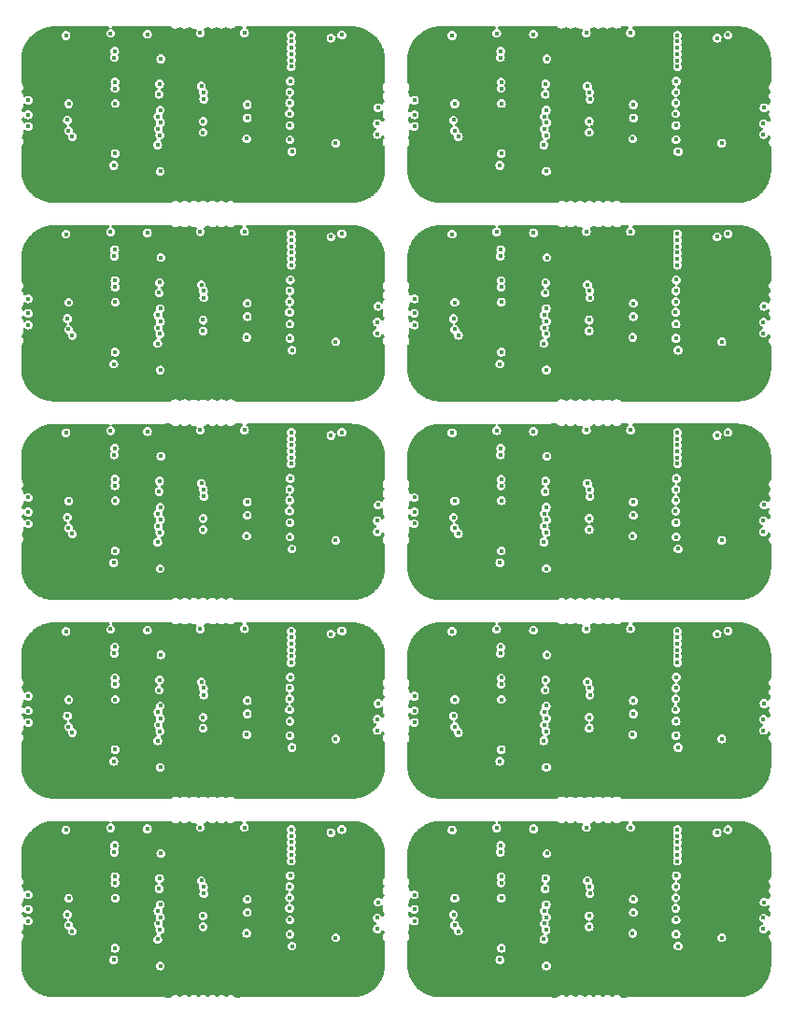
<source format=gbr>
%TF.GenerationSoftware,KiCad,Pcbnew,6.0.8-f2edbf62ab~116~ubuntu22.04.1*%
%TF.CreationDate,2022-10-31T09:01:50+00:00*%
%TF.ProjectId,panel,70616e65-6c2e-46b6-9963-61645f706362,3.0*%
%TF.SameCoordinates,Original*%
%TF.FileFunction,Copper,L2,Inr*%
%TF.FilePolarity,Positive*%
%FSLAX46Y46*%
G04 Gerber Fmt 4.6, Leading zero omitted, Abs format (unit mm)*
G04 Created by KiCad (PCBNEW 6.0.8-f2edbf62ab~116~ubuntu22.04.1) date 2022-10-31 09:01:50*
%MOMM*%
%LPD*%
G01*
G04 APERTURE LIST*
%TA.AperFunction,ViaPad*%
%ADD10C,0.400000*%
%TD*%
G04 APERTURE END LIST*
D10*
%TO.N,Board_9-Net-(D3-Pad3)*%
X73300000Y-86800000D03*
X61500000Y-85100000D03*
%TO.N,Board_9-Net-(D2-Pad3)*%
X61500000Y-86300000D03*
X53610000Y-85580000D03*
%TO.N,Board_9-Net-(D1-Pad3)*%
X49530000Y-89530000D03*
X41650000Y-86010000D03*
%TO.N,Board_9-GND*%
X73500000Y-90400000D03*
X53320000Y-80490000D03*
X73500000Y-89700000D03*
X45530000Y-91080000D03*
X45497692Y-81296532D03*
X73380000Y-84280000D03*
X45500000Y-80400000D03*
X45510000Y-89760000D03*
X73500000Y-91200000D03*
X73500000Y-89000000D03*
X49390000Y-81820000D03*
X69500000Y-92500000D03*
X41500000Y-82200000D03*
X61500000Y-85700000D03*
X69810000Y-93300000D03*
X41500000Y-83200000D03*
X53370000Y-90610000D03*
X41598000Y-85330000D03*
X69500000Y-91500000D03*
X45497692Y-79498196D03*
X69500000Y-90300000D03*
X45500000Y-82100000D03*
X53500000Y-85010000D03*
X41500000Y-81200000D03*
%TO.N,Board_9-/cs_adc*%
X49480000Y-80240000D03*
X65400000Y-82970000D03*
%TO.N,Board_9-/carry2*%
X49520000Y-83620000D03*
X49540000Y-84990000D03*
%TO.N,Board_9-/SDO*%
X57560000Y-84590000D03*
X65340000Y-85910000D03*
%TO.N,Board_9-/SDI*%
X57540000Y-83970000D03*
X65350000Y-84940000D03*
%TO.N,Board_9-/SCK*%
X65360000Y-83960000D03*
X57340000Y-83410000D03*
%TO.N,Board_9-/S1*%
X45310000Y-87460000D03*
X53510000Y-84150000D03*
%TO.N,Board_9-/NEO_OUT*%
X73360000Y-85370000D03*
X53410000Y-86160000D03*
X53670000Y-80950000D03*
%TO.N,Board_9-/NEO_IN*%
X41650000Y-87070000D03*
X53620000Y-91140000D03*
%TO.N,Board_9-/MCLK*%
X65370000Y-88270000D03*
X57500000Y-87600000D03*
%TO.N,Board_9-/IRQ*%
X65370000Y-86970000D03*
X57500000Y-86600000D03*
%TO.N,Board_9-/CH_REF*%
X69520000Y-88580000D03*
X61450000Y-88180000D03*
%TO.N,Board_9-/CH7*%
X65500000Y-81650000D03*
X45070000Y-78830000D03*
%TO.N,Board_9-/CH6*%
X65500000Y-81080000D03*
X49120000Y-78630000D03*
%TO.N,Board_9-/CH5*%
X52450000Y-78720000D03*
X65500000Y-80510000D03*
%TO.N,Board_9-/CH4*%
X65500000Y-79940000D03*
X57250000Y-78600000D03*
%TO.N,Board_9-/CH3*%
X61250000Y-78590000D03*
X65510000Y-79370000D03*
%TO.N,Board_9-/CH2*%
X65500000Y-78800000D03*
%TO.N,Board_9-/CH1*%
X69090000Y-79070000D03*
%TO.N,Board_9-/CH0*%
X70080000Y-78790000D03*
%TO.N,Board_9-/A3*%
X49520000Y-83040000D03*
X53630000Y-86720000D03*
%TO.N,Board_9-/A1*%
X45200000Y-86490000D03*
X53590000Y-87870000D03*
%TO.N,Board_9-/A0*%
X45650000Y-87990000D03*
X53430000Y-87300000D03*
%TO.N,Board_9-+3.3V*%
X53390000Y-88740000D03*
X41650000Y-84692000D03*
X45320000Y-85010000D03*
X65560000Y-89350000D03*
X73300000Y-87800000D03*
X49450000Y-80830000D03*
X53560000Y-83220000D03*
X49400000Y-90600000D03*
%TO.N,Board_8-Net-(D3-Pad3)*%
X38300000Y-86800000D03*
X26500000Y-85100000D03*
%TO.N,Board_8-Net-(D2-Pad3)*%
X26500000Y-86300000D03*
X18610000Y-85580000D03*
%TO.N,Board_8-Net-(D1-Pad3)*%
X14530000Y-89530000D03*
X6650000Y-86010000D03*
%TO.N,Board_8-GND*%
X38500000Y-90400000D03*
X18320000Y-80490000D03*
X38500000Y-89700000D03*
X10530000Y-91080000D03*
X10497692Y-81296532D03*
X38380000Y-84280000D03*
X10500000Y-80400000D03*
X10510000Y-89760000D03*
X38500000Y-91200000D03*
X38500000Y-89000000D03*
X14390000Y-81820000D03*
X34500000Y-92500000D03*
X6500000Y-82200000D03*
X26500000Y-85700000D03*
X34810000Y-93300000D03*
X6500000Y-83200000D03*
X18370000Y-90610000D03*
X6598000Y-85330000D03*
X34500000Y-91500000D03*
X10497692Y-79498196D03*
X34500000Y-90300000D03*
X10500000Y-82100000D03*
X18500000Y-85010000D03*
X6500000Y-81200000D03*
%TO.N,Board_8-/cs_adc*%
X14480000Y-80240000D03*
X30400000Y-82970000D03*
%TO.N,Board_8-/carry2*%
X14520000Y-83620000D03*
X14540000Y-84990000D03*
%TO.N,Board_8-/SDO*%
X22560000Y-84590000D03*
X30340000Y-85910000D03*
%TO.N,Board_8-/SDI*%
X22540000Y-83970000D03*
X30350000Y-84940000D03*
%TO.N,Board_8-/SCK*%
X30360000Y-83960000D03*
X22340000Y-83410000D03*
%TO.N,Board_8-/S1*%
X10310000Y-87460000D03*
X18510000Y-84150000D03*
%TO.N,Board_8-/NEO_OUT*%
X38360000Y-85370000D03*
X18410000Y-86160000D03*
X18670000Y-80950000D03*
%TO.N,Board_8-/NEO_IN*%
X6650000Y-87070000D03*
X18620000Y-91140000D03*
%TO.N,Board_8-/MCLK*%
X30370000Y-88270000D03*
X22500000Y-87600000D03*
%TO.N,Board_8-/IRQ*%
X30370000Y-86970000D03*
X22500000Y-86600000D03*
%TO.N,Board_8-/CH_REF*%
X34520000Y-88580000D03*
X26450000Y-88180000D03*
%TO.N,Board_8-/CH7*%
X30500000Y-81650000D03*
X10070000Y-78830000D03*
%TO.N,Board_8-/CH6*%
X30500000Y-81080000D03*
X14120000Y-78630000D03*
%TO.N,Board_8-/CH5*%
X17450000Y-78720000D03*
X30500000Y-80510000D03*
%TO.N,Board_8-/CH4*%
X30500000Y-79940000D03*
X22250000Y-78600000D03*
%TO.N,Board_8-/CH3*%
X26250000Y-78590000D03*
X30510000Y-79370000D03*
%TO.N,Board_8-/CH2*%
X30500000Y-78800000D03*
%TO.N,Board_8-/CH1*%
X34090000Y-79070000D03*
%TO.N,Board_8-/CH0*%
X35080000Y-78790000D03*
%TO.N,Board_8-/A3*%
X14520000Y-83040000D03*
X18630000Y-86720000D03*
%TO.N,Board_8-/A1*%
X10200000Y-86490000D03*
X18590000Y-87870000D03*
%TO.N,Board_8-/A0*%
X10650000Y-87990000D03*
X18430000Y-87300000D03*
%TO.N,Board_8-+3.3V*%
X18390000Y-88740000D03*
X6650000Y-84692000D03*
X10320000Y-85010000D03*
X30560000Y-89350000D03*
X38300000Y-87800000D03*
X14450000Y-80830000D03*
X18560000Y-83220000D03*
X14400000Y-90600000D03*
%TO.N,Board_7-Net-(D3-Pad3)*%
X73300000Y-68800000D03*
X61500000Y-67100000D03*
%TO.N,Board_7-Net-(D2-Pad3)*%
X61500000Y-68300000D03*
X53610000Y-67580000D03*
%TO.N,Board_7-Net-(D1-Pad3)*%
X49530000Y-71530000D03*
X41650000Y-68010000D03*
%TO.N,Board_7-GND*%
X73500000Y-72400000D03*
X53320000Y-62490000D03*
X73500000Y-71700000D03*
X45530000Y-73080000D03*
X45497692Y-63296532D03*
X73380000Y-66280000D03*
X45500000Y-62400000D03*
X45510000Y-71760000D03*
X73500000Y-73200000D03*
X73500000Y-71000000D03*
X49390000Y-63820000D03*
X69500000Y-74500000D03*
X41500000Y-64200000D03*
X61500000Y-67700000D03*
X69810000Y-75300000D03*
X41500000Y-65200000D03*
X53370000Y-72610000D03*
X41598000Y-67330000D03*
X69500000Y-73500000D03*
X45497692Y-61498196D03*
X69500000Y-72300000D03*
X45500000Y-64100000D03*
X53500000Y-67010000D03*
X41500000Y-63200000D03*
%TO.N,Board_7-/cs_adc*%
X49480000Y-62240000D03*
X65400000Y-64970000D03*
%TO.N,Board_7-/carry2*%
X49520000Y-65620000D03*
X49540000Y-66990000D03*
%TO.N,Board_7-/SDO*%
X57560000Y-66590000D03*
X65340000Y-67910000D03*
%TO.N,Board_7-/SDI*%
X57540000Y-65970000D03*
X65350000Y-66940000D03*
%TO.N,Board_7-/SCK*%
X65360000Y-65960000D03*
X57340000Y-65410000D03*
%TO.N,Board_7-/S1*%
X45310000Y-69460000D03*
X53510000Y-66150000D03*
%TO.N,Board_7-/NEO_OUT*%
X73360000Y-67370000D03*
X53410000Y-68160000D03*
X53670000Y-62950000D03*
%TO.N,Board_7-/NEO_IN*%
X41650000Y-69070000D03*
X53620000Y-73140000D03*
%TO.N,Board_7-/MCLK*%
X65370000Y-70270000D03*
X57500000Y-69600000D03*
%TO.N,Board_7-/IRQ*%
X65370000Y-68970000D03*
X57500000Y-68600000D03*
%TO.N,Board_7-/CH_REF*%
X69520000Y-70580000D03*
X61450000Y-70180000D03*
%TO.N,Board_7-/CH7*%
X65500000Y-63650000D03*
X45070000Y-60830000D03*
%TO.N,Board_7-/CH6*%
X65500000Y-63080000D03*
X49120000Y-60630000D03*
%TO.N,Board_7-/CH5*%
X52450000Y-60720000D03*
X65500000Y-62510000D03*
%TO.N,Board_7-/CH4*%
X65500000Y-61940000D03*
X57250000Y-60600000D03*
%TO.N,Board_7-/CH3*%
X61250000Y-60590000D03*
X65510000Y-61370000D03*
%TO.N,Board_7-/CH2*%
X65500000Y-60800000D03*
%TO.N,Board_7-/CH1*%
X69090000Y-61070000D03*
%TO.N,Board_7-/CH0*%
X70080000Y-60790000D03*
%TO.N,Board_7-/A3*%
X49520000Y-65040000D03*
X53630000Y-68720000D03*
%TO.N,Board_7-/A1*%
X45200000Y-68490000D03*
X53590000Y-69870000D03*
%TO.N,Board_7-/A0*%
X45650000Y-69990000D03*
X53430000Y-69300000D03*
%TO.N,Board_7-+3.3V*%
X53390000Y-70740000D03*
X41650000Y-66692000D03*
X45320000Y-67010000D03*
X65560000Y-71350000D03*
X73300000Y-69800000D03*
X49450000Y-62830000D03*
X53560000Y-65220000D03*
X49400000Y-72600000D03*
%TO.N,Board_6-Net-(D3-Pad3)*%
X38300000Y-68800000D03*
X26500000Y-67100000D03*
%TO.N,Board_6-Net-(D2-Pad3)*%
X26500000Y-68300000D03*
X18610000Y-67580000D03*
%TO.N,Board_6-Net-(D1-Pad3)*%
X14530000Y-71530000D03*
X6650000Y-68010000D03*
%TO.N,Board_6-GND*%
X38500000Y-72400000D03*
X18320000Y-62490000D03*
X38500000Y-71700000D03*
X10530000Y-73080000D03*
X10497692Y-63296532D03*
X38380000Y-66280000D03*
X10500000Y-62400000D03*
X10510000Y-71760000D03*
X38500000Y-73200000D03*
X38500000Y-71000000D03*
X14390000Y-63820000D03*
X34500000Y-74500000D03*
X6500000Y-64200000D03*
X26500000Y-67700000D03*
X34810000Y-75300000D03*
X6500000Y-65200000D03*
X18370000Y-72610000D03*
X6598000Y-67330000D03*
X34500000Y-73500000D03*
X10497692Y-61498196D03*
X34500000Y-72300000D03*
X10500000Y-64100000D03*
X18500000Y-67010000D03*
X6500000Y-63200000D03*
%TO.N,Board_6-/cs_adc*%
X14480000Y-62240000D03*
X30400000Y-64970000D03*
%TO.N,Board_6-/carry2*%
X14520000Y-65620000D03*
X14540000Y-66990000D03*
%TO.N,Board_6-/SDO*%
X22560000Y-66590000D03*
X30340000Y-67910000D03*
%TO.N,Board_6-/SDI*%
X22540000Y-65970000D03*
X30350000Y-66940000D03*
%TO.N,Board_6-/SCK*%
X30360000Y-65960000D03*
X22340000Y-65410000D03*
%TO.N,Board_6-/S1*%
X10310000Y-69460000D03*
X18510000Y-66150000D03*
%TO.N,Board_6-/NEO_OUT*%
X38360000Y-67370000D03*
X18410000Y-68160000D03*
X18670000Y-62950000D03*
%TO.N,Board_6-/NEO_IN*%
X6650000Y-69070000D03*
X18620000Y-73140000D03*
%TO.N,Board_6-/MCLK*%
X30370000Y-70270000D03*
X22500000Y-69600000D03*
%TO.N,Board_6-/IRQ*%
X30370000Y-68970000D03*
X22500000Y-68600000D03*
%TO.N,Board_6-/CH_REF*%
X34520000Y-70580000D03*
X26450000Y-70180000D03*
%TO.N,Board_6-/CH7*%
X30500000Y-63650000D03*
X10070000Y-60830000D03*
%TO.N,Board_6-/CH6*%
X30500000Y-63080000D03*
X14120000Y-60630000D03*
%TO.N,Board_6-/CH5*%
X17450000Y-60720000D03*
X30500000Y-62510000D03*
%TO.N,Board_6-/CH4*%
X30500000Y-61940000D03*
X22250000Y-60600000D03*
%TO.N,Board_6-/CH3*%
X26250000Y-60590000D03*
X30510000Y-61370000D03*
%TO.N,Board_6-/CH2*%
X30500000Y-60800000D03*
%TO.N,Board_6-/CH1*%
X34090000Y-61070000D03*
%TO.N,Board_6-/CH0*%
X35080000Y-60790000D03*
%TO.N,Board_6-/A3*%
X14520000Y-65040000D03*
X18630000Y-68720000D03*
%TO.N,Board_6-/A1*%
X10200000Y-68490000D03*
X18590000Y-69870000D03*
%TO.N,Board_6-/A0*%
X10650000Y-69990000D03*
X18430000Y-69300000D03*
%TO.N,Board_6-+3.3V*%
X18390000Y-70740000D03*
X6650000Y-66692000D03*
X10320000Y-67010000D03*
X30560000Y-71350000D03*
X38300000Y-69800000D03*
X14450000Y-62830000D03*
X18560000Y-65220000D03*
X14400000Y-72600000D03*
%TO.N,Board_5-Net-(D3-Pad3)*%
X73300000Y-50800000D03*
X61500000Y-49100000D03*
%TO.N,Board_5-Net-(D2-Pad3)*%
X61500000Y-50300000D03*
X53610000Y-49580000D03*
%TO.N,Board_5-Net-(D1-Pad3)*%
X49530000Y-53530000D03*
X41650000Y-50010000D03*
%TO.N,Board_5-GND*%
X73500000Y-54400000D03*
X53320000Y-44490000D03*
X73500000Y-53700000D03*
X45530000Y-55080000D03*
X45497692Y-45296532D03*
X73380000Y-48280000D03*
X45500000Y-44400000D03*
X45510000Y-53760000D03*
X73500000Y-55200000D03*
X73500000Y-53000000D03*
X49390000Y-45820000D03*
X69500000Y-56500000D03*
X41500000Y-46200000D03*
X61500000Y-49700000D03*
X69810000Y-57300000D03*
X41500000Y-47200000D03*
X53370000Y-54610000D03*
X41598000Y-49330000D03*
X69500000Y-55500000D03*
X45497692Y-43498196D03*
X69500000Y-54300000D03*
X45500000Y-46100000D03*
X53500000Y-49010000D03*
X41500000Y-45200000D03*
%TO.N,Board_5-/cs_adc*%
X49480000Y-44240000D03*
X65400000Y-46970000D03*
%TO.N,Board_5-/carry2*%
X49520000Y-47620000D03*
X49540000Y-48990000D03*
%TO.N,Board_5-/SDO*%
X57560000Y-48590000D03*
X65340000Y-49910000D03*
%TO.N,Board_5-/SDI*%
X57540000Y-47970000D03*
X65350000Y-48940000D03*
%TO.N,Board_5-/SCK*%
X65360000Y-47960000D03*
X57340000Y-47410000D03*
%TO.N,Board_5-/S1*%
X45310000Y-51460000D03*
X53510000Y-48150000D03*
%TO.N,Board_5-/NEO_OUT*%
X73360000Y-49370000D03*
X53410000Y-50160000D03*
X53670000Y-44950000D03*
%TO.N,Board_5-/NEO_IN*%
X41650000Y-51070000D03*
X53620000Y-55140000D03*
%TO.N,Board_5-/MCLK*%
X65370000Y-52270000D03*
X57500000Y-51600000D03*
%TO.N,Board_5-/IRQ*%
X65370000Y-50970000D03*
X57500000Y-50600000D03*
%TO.N,Board_5-/CH_REF*%
X69520000Y-52580000D03*
X61450000Y-52180000D03*
%TO.N,Board_5-/CH7*%
X65500000Y-45650000D03*
X45070000Y-42830000D03*
%TO.N,Board_5-/CH6*%
X65500000Y-45080000D03*
X49120000Y-42630000D03*
%TO.N,Board_5-/CH5*%
X52450000Y-42720000D03*
X65500000Y-44510000D03*
%TO.N,Board_5-/CH4*%
X65500000Y-43940000D03*
X57250000Y-42600000D03*
%TO.N,Board_5-/CH3*%
X61250000Y-42590000D03*
X65510000Y-43370000D03*
%TO.N,Board_5-/CH2*%
X65500000Y-42800000D03*
%TO.N,Board_5-/CH1*%
X69090000Y-43070000D03*
%TO.N,Board_5-/CH0*%
X70080000Y-42790000D03*
%TO.N,Board_5-/A3*%
X49520000Y-47040000D03*
X53630000Y-50720000D03*
%TO.N,Board_5-/A1*%
X45200000Y-50490000D03*
X53590000Y-51870000D03*
%TO.N,Board_5-/A0*%
X45650000Y-51990000D03*
X53430000Y-51300000D03*
%TO.N,Board_5-+3.3V*%
X53390000Y-52740000D03*
X41650000Y-48692000D03*
X45320000Y-49010000D03*
X65560000Y-53350000D03*
X73300000Y-51800000D03*
X49450000Y-44830000D03*
X53560000Y-47220000D03*
X49400000Y-54600000D03*
%TO.N,Board_4-Net-(D3-Pad3)*%
X38300000Y-50800000D03*
X26500000Y-49100000D03*
%TO.N,Board_4-Net-(D2-Pad3)*%
X26500000Y-50300000D03*
X18610000Y-49580000D03*
%TO.N,Board_4-Net-(D1-Pad3)*%
X14530000Y-53530000D03*
X6650000Y-50010000D03*
%TO.N,Board_4-GND*%
X38500000Y-54400000D03*
X18320000Y-44490000D03*
X38500000Y-53700000D03*
X10530000Y-55080000D03*
X10497692Y-45296532D03*
X38380000Y-48280000D03*
X10500000Y-44400000D03*
X10510000Y-53760000D03*
X38500000Y-55200000D03*
X38500000Y-53000000D03*
X14390000Y-45820000D03*
X34500000Y-56500000D03*
X6500000Y-46200000D03*
X26500000Y-49700000D03*
X34810000Y-57300000D03*
X6500000Y-47200000D03*
X18370000Y-54610000D03*
X6598000Y-49330000D03*
X34500000Y-55500000D03*
X10497692Y-43498196D03*
X34500000Y-54300000D03*
X10500000Y-46100000D03*
X18500000Y-49010000D03*
X6500000Y-45200000D03*
%TO.N,Board_4-/cs_adc*%
X14480000Y-44240000D03*
X30400000Y-46970000D03*
%TO.N,Board_4-/carry2*%
X14520000Y-47620000D03*
X14540000Y-48990000D03*
%TO.N,Board_4-/SDO*%
X22560000Y-48590000D03*
X30340000Y-49910000D03*
%TO.N,Board_4-/SDI*%
X22540000Y-47970000D03*
X30350000Y-48940000D03*
%TO.N,Board_4-/SCK*%
X30360000Y-47960000D03*
X22340000Y-47410000D03*
%TO.N,Board_4-/S1*%
X10310000Y-51460000D03*
X18510000Y-48150000D03*
%TO.N,Board_4-/NEO_OUT*%
X38360000Y-49370000D03*
X18410000Y-50160000D03*
X18670000Y-44950000D03*
%TO.N,Board_4-/NEO_IN*%
X6650000Y-51070000D03*
X18620000Y-55140000D03*
%TO.N,Board_4-/MCLK*%
X30370000Y-52270000D03*
X22500000Y-51600000D03*
%TO.N,Board_4-/IRQ*%
X30370000Y-50970000D03*
X22500000Y-50600000D03*
%TO.N,Board_4-/CH_REF*%
X34520000Y-52580000D03*
X26450000Y-52180000D03*
%TO.N,Board_4-/CH7*%
X30500000Y-45650000D03*
X10070000Y-42830000D03*
%TO.N,Board_4-/CH6*%
X30500000Y-45080000D03*
X14120000Y-42630000D03*
%TO.N,Board_4-/CH5*%
X17450000Y-42720000D03*
X30500000Y-44510000D03*
%TO.N,Board_4-/CH4*%
X30500000Y-43940000D03*
X22250000Y-42600000D03*
%TO.N,Board_4-/CH3*%
X26250000Y-42590000D03*
X30510000Y-43370000D03*
%TO.N,Board_4-/CH2*%
X30500000Y-42800000D03*
%TO.N,Board_4-/CH1*%
X34090000Y-43070000D03*
%TO.N,Board_4-/CH0*%
X35080000Y-42790000D03*
%TO.N,Board_4-/A3*%
X14520000Y-47040000D03*
X18630000Y-50720000D03*
%TO.N,Board_4-/A1*%
X10200000Y-50490000D03*
X18590000Y-51870000D03*
%TO.N,Board_4-/A0*%
X10650000Y-51990000D03*
X18430000Y-51300000D03*
%TO.N,Board_4-+3.3V*%
X18390000Y-52740000D03*
X6650000Y-48692000D03*
X10320000Y-49010000D03*
X30560000Y-53350000D03*
X38300000Y-51800000D03*
X14450000Y-44830000D03*
X18560000Y-47220000D03*
X14400000Y-54600000D03*
%TO.N,Board_3-Net-(D3-Pad3)*%
X73300000Y-32800000D03*
X61500000Y-31100000D03*
%TO.N,Board_3-Net-(D2-Pad3)*%
X61500000Y-32300000D03*
X53610000Y-31580000D03*
%TO.N,Board_3-Net-(D1-Pad3)*%
X49530000Y-35530000D03*
X41650000Y-32010000D03*
%TO.N,Board_3-GND*%
X73500000Y-36400000D03*
X53320000Y-26490000D03*
X73500000Y-35700000D03*
X45530000Y-37080000D03*
X45497692Y-27296532D03*
X73380000Y-30280000D03*
X45500000Y-26400000D03*
X45510000Y-35760000D03*
X73500000Y-37200000D03*
X73500000Y-35000000D03*
X49390000Y-27820000D03*
X69500000Y-38500000D03*
X41500000Y-28200000D03*
X61500000Y-31700000D03*
X69810000Y-39300000D03*
X41500000Y-29200000D03*
X53370000Y-36610000D03*
X41598000Y-31330000D03*
X69500000Y-37500000D03*
X45497692Y-25498196D03*
X69500000Y-36300000D03*
X45500000Y-28100000D03*
X53500000Y-31010000D03*
X41500000Y-27200000D03*
%TO.N,Board_3-/cs_adc*%
X49480000Y-26240000D03*
X65400000Y-28970000D03*
%TO.N,Board_3-/carry2*%
X49520000Y-29620000D03*
X49540000Y-30990000D03*
%TO.N,Board_3-/SDO*%
X57560000Y-30590000D03*
X65340000Y-31910000D03*
%TO.N,Board_3-/SDI*%
X57540000Y-29970000D03*
X65350000Y-30940000D03*
%TO.N,Board_3-/SCK*%
X65360000Y-29960000D03*
X57340000Y-29410000D03*
%TO.N,Board_3-/S1*%
X45310000Y-33460000D03*
X53510000Y-30150000D03*
%TO.N,Board_3-/NEO_OUT*%
X73360000Y-31370000D03*
X53410000Y-32160000D03*
X53670000Y-26950000D03*
%TO.N,Board_3-/NEO_IN*%
X41650000Y-33070000D03*
X53620000Y-37140000D03*
%TO.N,Board_3-/MCLK*%
X65370000Y-34270000D03*
X57500000Y-33600000D03*
%TO.N,Board_3-/IRQ*%
X65370000Y-32970000D03*
X57500000Y-32600000D03*
%TO.N,Board_3-/CH_REF*%
X69520000Y-34580000D03*
X61450000Y-34180000D03*
%TO.N,Board_3-/CH7*%
X65500000Y-27650000D03*
X45070000Y-24830000D03*
%TO.N,Board_3-/CH6*%
X65500000Y-27080000D03*
X49120000Y-24630000D03*
%TO.N,Board_3-/CH5*%
X52450000Y-24720000D03*
X65500000Y-26510000D03*
%TO.N,Board_3-/CH4*%
X65500000Y-25940000D03*
X57250000Y-24600000D03*
%TO.N,Board_3-/CH3*%
X61250000Y-24590000D03*
X65510000Y-25370000D03*
%TO.N,Board_3-/CH2*%
X65500000Y-24800000D03*
%TO.N,Board_3-/CH1*%
X69090000Y-25070000D03*
%TO.N,Board_3-/CH0*%
X70080000Y-24790000D03*
%TO.N,Board_3-/A3*%
X49520000Y-29040000D03*
X53630000Y-32720000D03*
%TO.N,Board_3-/A1*%
X45200000Y-32490000D03*
X53590000Y-33870000D03*
%TO.N,Board_3-/A0*%
X45650000Y-33990000D03*
X53430000Y-33300000D03*
%TO.N,Board_3-+3.3V*%
X53390000Y-34740000D03*
X41650000Y-30692000D03*
X45320000Y-31010000D03*
X65560000Y-35350000D03*
X73300000Y-33800000D03*
X49450000Y-26830000D03*
X53560000Y-29220000D03*
X49400000Y-36600000D03*
%TO.N,Board_2-Net-(D3-Pad3)*%
X38300000Y-32800000D03*
X26500000Y-31100000D03*
%TO.N,Board_2-Net-(D2-Pad3)*%
X26500000Y-32300000D03*
X18610000Y-31580000D03*
%TO.N,Board_2-Net-(D1-Pad3)*%
X14530000Y-35530000D03*
X6650000Y-32010000D03*
%TO.N,Board_2-GND*%
X38500000Y-36400000D03*
X18320000Y-26490000D03*
X38500000Y-35700000D03*
X10530000Y-37080000D03*
X10497692Y-27296532D03*
X38380000Y-30280000D03*
X10500000Y-26400000D03*
X10510000Y-35760000D03*
X38500000Y-37200000D03*
X38500000Y-35000000D03*
X14390000Y-27820000D03*
X34500000Y-38500000D03*
X6500000Y-28200000D03*
X26500000Y-31700000D03*
X34810000Y-39300000D03*
X6500000Y-29200000D03*
X18370000Y-36610000D03*
X6598000Y-31330000D03*
X34500000Y-37500000D03*
X10497692Y-25498196D03*
X34500000Y-36300000D03*
X10500000Y-28100000D03*
X18500000Y-31010000D03*
X6500000Y-27200000D03*
%TO.N,Board_2-/cs_adc*%
X14480000Y-26240000D03*
X30400000Y-28970000D03*
%TO.N,Board_2-/carry2*%
X14520000Y-29620000D03*
X14540000Y-30990000D03*
%TO.N,Board_2-/SDO*%
X22560000Y-30590000D03*
X30340000Y-31910000D03*
%TO.N,Board_2-/SDI*%
X22540000Y-29970000D03*
X30350000Y-30940000D03*
%TO.N,Board_2-/SCK*%
X30360000Y-29960000D03*
X22340000Y-29410000D03*
%TO.N,Board_2-/S1*%
X10310000Y-33460000D03*
X18510000Y-30150000D03*
%TO.N,Board_2-/NEO_OUT*%
X38360000Y-31370000D03*
X18410000Y-32160000D03*
X18670000Y-26950000D03*
%TO.N,Board_2-/NEO_IN*%
X6650000Y-33070000D03*
X18620000Y-37140000D03*
%TO.N,Board_2-/MCLK*%
X30370000Y-34270000D03*
X22500000Y-33600000D03*
%TO.N,Board_2-/IRQ*%
X30370000Y-32970000D03*
X22500000Y-32600000D03*
%TO.N,Board_2-/CH_REF*%
X34520000Y-34580000D03*
X26450000Y-34180000D03*
%TO.N,Board_2-/CH7*%
X30500000Y-27650000D03*
X10070000Y-24830000D03*
%TO.N,Board_2-/CH6*%
X30500000Y-27080000D03*
X14120000Y-24630000D03*
%TO.N,Board_2-/CH5*%
X17450000Y-24720000D03*
X30500000Y-26510000D03*
%TO.N,Board_2-/CH4*%
X30500000Y-25940000D03*
X22250000Y-24600000D03*
%TO.N,Board_2-/CH3*%
X26250000Y-24590000D03*
X30510000Y-25370000D03*
%TO.N,Board_2-/CH2*%
X30500000Y-24800000D03*
%TO.N,Board_2-/CH1*%
X34090000Y-25070000D03*
%TO.N,Board_2-/CH0*%
X35080000Y-24790000D03*
%TO.N,Board_2-/A3*%
X14520000Y-29040000D03*
X18630000Y-32720000D03*
%TO.N,Board_2-/A1*%
X10200000Y-32490000D03*
X18590000Y-33870000D03*
%TO.N,Board_2-/A0*%
X10650000Y-33990000D03*
X18430000Y-33300000D03*
%TO.N,Board_2-+3.3V*%
X18390000Y-34740000D03*
X6650000Y-30692000D03*
X10320000Y-31010000D03*
X30560000Y-35350000D03*
X38300000Y-33800000D03*
X14450000Y-26830000D03*
X18560000Y-29220000D03*
X14400000Y-36600000D03*
%TO.N,Board_1-Net-(D3-Pad3)*%
X73300000Y-14800000D03*
X61500000Y-13100000D03*
%TO.N,Board_1-Net-(D2-Pad3)*%
X61500000Y-14300000D03*
X53610000Y-13580000D03*
%TO.N,Board_1-Net-(D1-Pad3)*%
X49530000Y-17530000D03*
X41650000Y-14010000D03*
%TO.N,Board_1-GND*%
X73500000Y-18400000D03*
X53320000Y-8490000D03*
X73500000Y-17700000D03*
X45530000Y-19080000D03*
X45497692Y-9296532D03*
X73380000Y-12280000D03*
X45500000Y-8400000D03*
X45510000Y-17760000D03*
X73500000Y-19200000D03*
X73500000Y-17000000D03*
X49390000Y-9820000D03*
X69500000Y-20500000D03*
X41500000Y-10200000D03*
X61500000Y-13700000D03*
X69810000Y-21300000D03*
X41500000Y-11200000D03*
X53370000Y-18610000D03*
X41598000Y-13330000D03*
X69500000Y-19500000D03*
X45497692Y-7498196D03*
X69500000Y-18300000D03*
X45500000Y-10100000D03*
X53500000Y-13010000D03*
X41500000Y-9200000D03*
%TO.N,Board_1-/cs_adc*%
X49480000Y-8240000D03*
X65400000Y-10970000D03*
%TO.N,Board_1-/carry2*%
X49520000Y-11620000D03*
X49540000Y-12990000D03*
%TO.N,Board_1-/SDO*%
X57560000Y-12590000D03*
X65340000Y-13910000D03*
%TO.N,Board_1-/SDI*%
X57540000Y-11970000D03*
X65350000Y-12940000D03*
%TO.N,Board_1-/SCK*%
X65360000Y-11960000D03*
X57340000Y-11410000D03*
%TO.N,Board_1-/S1*%
X45310000Y-15460000D03*
X53510000Y-12150000D03*
%TO.N,Board_1-/NEO_OUT*%
X73360000Y-13370000D03*
X53410000Y-14160000D03*
X53670000Y-8950000D03*
%TO.N,Board_1-/NEO_IN*%
X41650000Y-15070000D03*
X53620000Y-19140000D03*
%TO.N,Board_1-/MCLK*%
X65370000Y-16270000D03*
X57500000Y-15600000D03*
%TO.N,Board_1-/IRQ*%
X65370000Y-14970000D03*
X57500000Y-14600000D03*
%TO.N,Board_1-/CH_REF*%
X69520000Y-16580000D03*
X61450000Y-16180000D03*
%TO.N,Board_1-/CH7*%
X65500000Y-9650000D03*
X45070000Y-6830000D03*
%TO.N,Board_1-/CH6*%
X65500000Y-9080000D03*
X49120000Y-6630000D03*
%TO.N,Board_1-/CH5*%
X52450000Y-6720000D03*
X65500000Y-8510000D03*
%TO.N,Board_1-/CH4*%
X65500000Y-7940000D03*
X57250000Y-6600000D03*
%TO.N,Board_1-/CH3*%
X61250000Y-6590000D03*
X65510000Y-7370000D03*
%TO.N,Board_1-/CH2*%
X65500000Y-6800000D03*
%TO.N,Board_1-/CH1*%
X69090000Y-7070000D03*
%TO.N,Board_1-/CH0*%
X70080000Y-6790000D03*
%TO.N,Board_1-/A3*%
X49520000Y-11040000D03*
X53630000Y-14720000D03*
%TO.N,Board_1-/A1*%
X45200000Y-14490000D03*
X53590000Y-15870000D03*
%TO.N,Board_1-/A0*%
X45650000Y-15990000D03*
X53430000Y-15300000D03*
%TO.N,Board_1-+3.3V*%
X53390000Y-16740000D03*
X41650000Y-12692000D03*
X45320000Y-13010000D03*
X65560000Y-17350000D03*
X73300000Y-15800000D03*
X49450000Y-8830000D03*
X53560000Y-11220000D03*
X49400000Y-18600000D03*
%TO.N,Board_0-Net-(D3-Pad3)*%
X38300000Y-14800000D03*
X26500000Y-13100000D03*
%TO.N,Board_0-Net-(D2-Pad3)*%
X26500000Y-14300000D03*
X18610000Y-13580000D03*
%TO.N,Board_0-Net-(D1-Pad3)*%
X14530000Y-17530000D03*
X6650000Y-14010000D03*
%TO.N,Board_0-GND*%
X38500000Y-18400000D03*
X18320000Y-8490000D03*
X38500000Y-17700000D03*
X10530000Y-19080000D03*
X10497692Y-9296532D03*
X38380000Y-12280000D03*
X10500000Y-8400000D03*
X10510000Y-17760000D03*
X38500000Y-19200000D03*
X38500000Y-17000000D03*
X14390000Y-9820000D03*
X34500000Y-20500000D03*
X6500000Y-10200000D03*
X26500000Y-13700000D03*
X34810000Y-21300000D03*
X6500000Y-11200000D03*
X18370000Y-18610000D03*
X6598000Y-13330000D03*
X34500000Y-19500000D03*
X10497692Y-7498196D03*
X34500000Y-18300000D03*
X10500000Y-10100000D03*
X18500000Y-13010000D03*
X6500000Y-9200000D03*
%TO.N,Board_0-/cs_adc*%
X14480000Y-8240000D03*
X30400000Y-10970000D03*
%TO.N,Board_0-/carry2*%
X14520000Y-11620000D03*
X14540000Y-12990000D03*
%TO.N,Board_0-/SDO*%
X22560000Y-12590000D03*
X30340000Y-13910000D03*
%TO.N,Board_0-/SDI*%
X22540000Y-11970000D03*
X30350000Y-12940000D03*
%TO.N,Board_0-/SCK*%
X30360000Y-11960000D03*
X22340000Y-11410000D03*
%TO.N,Board_0-/S1*%
X10310000Y-15460000D03*
X18510000Y-12150000D03*
%TO.N,Board_0-/NEO_OUT*%
X38360000Y-13370000D03*
X18410000Y-14160000D03*
X18670000Y-8950000D03*
%TO.N,Board_0-/NEO_IN*%
X6650000Y-15070000D03*
X18620000Y-19140000D03*
%TO.N,Board_0-/MCLK*%
X30370000Y-16270000D03*
X22500000Y-15600000D03*
%TO.N,Board_0-/IRQ*%
X30370000Y-14970000D03*
X22500000Y-14600000D03*
%TO.N,Board_0-/CH_REF*%
X34520000Y-16580000D03*
X26450000Y-16180000D03*
%TO.N,Board_0-/CH7*%
X30500000Y-9650000D03*
X10070000Y-6830000D03*
%TO.N,Board_0-/CH6*%
X30500000Y-9080000D03*
X14120000Y-6630000D03*
%TO.N,Board_0-/CH5*%
X17450000Y-6720000D03*
X30500000Y-8510000D03*
%TO.N,Board_0-/CH4*%
X30500000Y-7940000D03*
X22250000Y-6600000D03*
%TO.N,Board_0-/CH3*%
X26250000Y-6590000D03*
X30510000Y-7370000D03*
%TO.N,Board_0-/CH2*%
X30500000Y-6800000D03*
%TO.N,Board_0-/CH1*%
X34090000Y-7070000D03*
%TO.N,Board_0-/CH0*%
X35080000Y-6790000D03*
%TO.N,Board_0-/A3*%
X14520000Y-11040000D03*
X18630000Y-14720000D03*
%TO.N,Board_0-/A1*%
X10200000Y-14490000D03*
X18590000Y-15870000D03*
%TO.N,Board_0-/A0*%
X10650000Y-15990000D03*
X18430000Y-15300000D03*
%TO.N,Board_0-+3.3V*%
X18390000Y-16740000D03*
X6650000Y-12692000D03*
X10320000Y-13010000D03*
X30560000Y-17350000D03*
X38300000Y-15800000D03*
X14450000Y-8830000D03*
X18560000Y-11220000D03*
X14400000Y-18600000D03*
%TD*%
%TA.AperFunction,Conductor*%
%TO.N,Board_1-GND*%
G36*
X54601378Y-6020002D02*
G01*
X54616663Y-6031557D01*
X54722345Y-6124892D01*
X54852120Y-6185822D01*
X54960966Y-6202769D01*
X55035897Y-6202769D01*
X55077296Y-6196840D01*
X55132989Y-6188865D01*
X55132992Y-6188864D01*
X55141875Y-6187592D01*
X55150304Y-6183760D01*
X55183980Y-6168448D01*
X55272385Y-6128253D01*
X55334503Y-6074729D01*
X55399164Y-6045415D01*
X55469410Y-6055714D01*
X55500157Y-6075740D01*
X55515280Y-6089096D01*
X55555678Y-6124774D01*
X55685453Y-6185704D01*
X55794299Y-6202651D01*
X55869230Y-6202651D01*
X55910629Y-6196722D01*
X55966322Y-6188747D01*
X55966325Y-6188746D01*
X55975208Y-6187474D01*
X55984156Y-6183406D01*
X56038643Y-6158632D01*
X56105718Y-6128135D01*
X56112519Y-6122275D01*
X56112525Y-6122271D01*
X56167837Y-6074611D01*
X56232499Y-6045297D01*
X56302745Y-6055596D01*
X56333491Y-6075622D01*
X56341036Y-6082285D01*
X56389012Y-6124656D01*
X56518787Y-6185586D01*
X56627633Y-6202533D01*
X56702564Y-6202533D01*
X56786314Y-6190539D01*
X56856581Y-6200683D01*
X56910210Y-6247206D01*
X56930174Y-6315338D01*
X56916441Y-6372470D01*
X56864354Y-6474696D01*
X56862804Y-6484485D01*
X56862803Y-6484487D01*
X56850581Y-6561658D01*
X56844508Y-6600000D01*
X56846059Y-6609793D01*
X56861382Y-6706537D01*
X56864354Y-6725304D01*
X56921950Y-6838342D01*
X57011658Y-6928050D01*
X57124696Y-6985646D01*
X57134485Y-6987196D01*
X57134487Y-6987197D01*
X57240207Y-7003941D01*
X57250000Y-7005492D01*
X57259793Y-7003941D01*
X57365513Y-6987197D01*
X57365515Y-6987196D01*
X57375304Y-6985646D01*
X57488342Y-6928050D01*
X57578050Y-6838342D01*
X57635646Y-6725304D01*
X57638619Y-6706537D01*
X57653941Y-6609793D01*
X57655492Y-6600000D01*
X57649419Y-6561658D01*
X57637197Y-6484487D01*
X57637196Y-6484485D01*
X57635646Y-6474696D01*
X57578050Y-6361658D01*
X57581332Y-6359986D01*
X57563664Y-6310464D01*
X57579747Y-6241313D01*
X57630662Y-6191834D01*
X57641895Y-6187283D01*
X57641875Y-6187238D01*
X57649265Y-6183878D01*
X57772385Y-6127899D01*
X57834503Y-6074375D01*
X57899164Y-6045061D01*
X57969410Y-6055360D01*
X58000157Y-6075386D01*
X58007960Y-6082277D01*
X58055678Y-6124420D01*
X58185453Y-6185350D01*
X58294299Y-6202297D01*
X58369230Y-6202297D01*
X58410629Y-6196368D01*
X58466322Y-6188393D01*
X58466325Y-6188392D01*
X58475208Y-6187120D01*
X58483637Y-6183288D01*
X58552145Y-6152139D01*
X58605718Y-6127781D01*
X58612519Y-6121921D01*
X58612525Y-6121917D01*
X58667837Y-6074257D01*
X58732499Y-6044943D01*
X58802745Y-6055242D01*
X58833491Y-6075268D01*
X58842597Y-6083310D01*
X58889012Y-6124302D01*
X59018787Y-6185232D01*
X59127633Y-6202179D01*
X59202564Y-6202179D01*
X59243963Y-6196250D01*
X59299656Y-6188275D01*
X59299659Y-6188274D01*
X59308542Y-6187002D01*
X59316973Y-6183169D01*
X59370939Y-6158632D01*
X59439052Y-6127663D01*
X59445853Y-6121803D01*
X59445859Y-6121799D01*
X59501171Y-6074139D01*
X59565833Y-6044825D01*
X59636079Y-6055124D01*
X59666825Y-6075150D01*
X59683310Y-6089709D01*
X59722345Y-6124183D01*
X59852120Y-6185113D01*
X59960966Y-6202060D01*
X60035897Y-6202060D01*
X60077296Y-6196131D01*
X60132989Y-6188156D01*
X60132992Y-6188155D01*
X60141875Y-6186883D01*
X60151650Y-6182439D01*
X60206401Y-6157545D01*
X60272385Y-6127544D01*
X60380994Y-6033960D01*
X60382667Y-6035901D01*
X60431117Y-6004988D01*
X60466219Y-6000000D01*
X60826592Y-6000000D01*
X60827545Y-6000059D01*
X60827925Y-6000000D01*
X60830027Y-6000000D01*
X60830936Y-6000267D01*
X60842014Y-6000948D01*
X60843331Y-6001110D01*
X60843334Y-6001111D01*
X60843001Y-6003809D01*
X60845011Y-6004400D01*
X60845385Y-6001363D01*
X60890005Y-6006861D01*
X60889797Y-6008549D01*
X60890123Y-6008581D01*
X60890241Y-6006980D01*
X60892049Y-6007113D01*
X60893882Y-6007339D01*
X60893686Y-6008931D01*
X60894016Y-6008964D01*
X60894141Y-6007267D01*
X60938970Y-6010568D01*
X60938845Y-6012271D01*
X60939174Y-6012287D01*
X60939214Y-6010676D01*
X60941045Y-6010721D01*
X60942869Y-6010855D01*
X60942751Y-6012461D01*
X60943081Y-6012477D01*
X60943123Y-6010771D01*
X60946563Y-6010855D01*
X60981126Y-6011699D01*
X61048738Y-6033358D01*
X61093907Y-6088132D01*
X61102293Y-6158632D01*
X61071232Y-6222473D01*
X61035252Y-6249928D01*
X61020492Y-6257448D01*
X61020488Y-6257451D01*
X61011658Y-6261950D01*
X60921950Y-6351658D01*
X60864354Y-6464696D01*
X60862804Y-6474485D01*
X60862803Y-6474487D01*
X60852965Y-6536601D01*
X60844508Y-6590000D01*
X60846059Y-6599793D01*
X60856339Y-6664696D01*
X60864354Y-6715304D01*
X60921950Y-6828342D01*
X61011658Y-6918050D01*
X61124696Y-6975646D01*
X61134485Y-6977196D01*
X61134487Y-6977197D01*
X61240207Y-6993941D01*
X61250000Y-6995492D01*
X61259793Y-6993941D01*
X61365513Y-6977197D01*
X61365515Y-6977196D01*
X61375304Y-6975646D01*
X61488342Y-6918050D01*
X61578050Y-6828342D01*
X61635646Y-6715304D01*
X61643662Y-6664696D01*
X61653941Y-6599793D01*
X61655492Y-6590000D01*
X61647035Y-6536601D01*
X61637197Y-6474487D01*
X61637196Y-6474485D01*
X61635646Y-6464696D01*
X61578050Y-6351658D01*
X61488342Y-6261950D01*
X61465105Y-6250110D01*
X61413490Y-6201363D01*
X61396423Y-6132448D01*
X61419323Y-6065246D01*
X61474920Y-6021093D01*
X61522289Y-6011843D01*
X66949875Y-6011073D01*
X70992847Y-6010500D01*
X70994422Y-6010510D01*
X71005238Y-6010646D01*
X71006709Y-6010674D01*
X71133718Y-6013892D01*
X71137417Y-6013986D01*
X71140598Y-6014107D01*
X71145831Y-6014372D01*
X71162221Y-6015202D01*
X71165368Y-6015402D01*
X71288477Y-6024777D01*
X71291586Y-6025053D01*
X71313150Y-6027245D01*
X71316301Y-6027606D01*
X71438801Y-6043208D01*
X71441954Y-6043650D01*
X71463392Y-6046934D01*
X71466489Y-6047449D01*
X71565778Y-6065246D01*
X71587999Y-6069229D01*
X71591124Y-6069830D01*
X71612313Y-6074183D01*
X71615400Y-6074857D01*
X71735674Y-6102768D01*
X71738747Y-6103522D01*
X71759771Y-6108966D01*
X71762778Y-6109785D01*
X71881477Y-6143750D01*
X71884517Y-6144661D01*
X71905180Y-6151144D01*
X71908215Y-6152139D01*
X72025034Y-6192070D01*
X72028040Y-6193140D01*
X72048323Y-6200652D01*
X72051303Y-6201799D01*
X72165936Y-6247590D01*
X72168883Y-6248811D01*
X72188754Y-6257338D01*
X72191636Y-6258618D01*
X72290135Y-6303876D01*
X72303835Y-6310171D01*
X72306719Y-6311541D01*
X72326183Y-6321089D01*
X72329012Y-6322521D01*
X72360281Y-6338855D01*
X72438395Y-6379659D01*
X72441209Y-6381175D01*
X72460139Y-6391683D01*
X72462905Y-6393264D01*
X72565041Y-6453388D01*
X72569308Y-6455900D01*
X72571989Y-6457524D01*
X72590351Y-6468970D01*
X72592971Y-6470649D01*
X72696111Y-6538623D01*
X72698756Y-6540416D01*
X72716539Y-6552794D01*
X72719131Y-6554647D01*
X72818668Y-6627739D01*
X72821115Y-6629584D01*
X72838238Y-6642838D01*
X72840720Y-6644810D01*
X72936386Y-6722814D01*
X72938813Y-6724845D01*
X72955285Y-6738985D01*
X72957664Y-6741080D01*
X73035152Y-6811087D01*
X73049234Y-6823810D01*
X73051572Y-6825977D01*
X73067289Y-6840916D01*
X73069578Y-6843148D01*
X73156856Y-6930426D01*
X73159052Y-6932677D01*
X73174072Y-6948480D01*
X73176162Y-6950735D01*
X73225633Y-7005492D01*
X73258919Y-7042335D01*
X73261028Y-7044730D01*
X73275125Y-7061151D01*
X73277143Y-7063562D01*
X73355206Y-7159299D01*
X73357122Y-7161710D01*
X73370415Y-7178885D01*
X73372282Y-7181362D01*
X73445349Y-7280865D01*
X73445384Y-7280912D01*
X73447206Y-7283460D01*
X73453583Y-7292622D01*
X73459586Y-7301247D01*
X73461372Y-7303884D01*
X73529377Y-7407068D01*
X73531008Y-7409612D01*
X73542443Y-7427959D01*
X73542444Y-7427960D01*
X73544094Y-7430683D01*
X73606753Y-7537124D01*
X73608311Y-7539850D01*
X73618821Y-7558784D01*
X73620334Y-7561593D01*
X73674355Y-7665010D01*
X73677519Y-7671068D01*
X73678940Y-7673875D01*
X73688457Y-7693276D01*
X73689797Y-7696096D01*
X73738915Y-7802997D01*
X73741382Y-7808367D01*
X73742677Y-7811284D01*
X73751204Y-7831154D01*
X73752426Y-7834103D01*
X73798196Y-7948685D01*
X73799343Y-7951666D01*
X73806868Y-7971985D01*
X73807938Y-7974990D01*
X73847863Y-8091793D01*
X73848843Y-8094782D01*
X73855339Y-8115482D01*
X73856219Y-8118416D01*
X73890198Y-8237164D01*
X73891026Y-8240204D01*
X73896472Y-8261232D01*
X73897229Y-8264317D01*
X73923297Y-8376652D01*
X73923374Y-8377931D01*
X73924711Y-8383296D01*
X73924415Y-8384011D01*
X73925604Y-8386881D01*
X73925867Y-8387936D01*
X73930167Y-8408863D01*
X73930766Y-8411976D01*
X73952213Y-8531628D01*
X73952544Y-8533476D01*
X73953064Y-8536599D01*
X73956350Y-8558045D01*
X73956352Y-8558060D01*
X73956790Y-8561188D01*
X73972392Y-8683688D01*
X73972749Y-8686807D01*
X73973669Y-8695860D01*
X73974943Y-8708390D01*
X73975224Y-8711548D01*
X73975905Y-8720491D01*
X73984870Y-8838226D01*
X73985028Y-8840597D01*
X73985335Y-8845958D01*
X73985343Y-8846102D01*
X73985525Y-8850879D01*
X73985630Y-8856368D01*
X73985653Y-8858730D01*
X73986278Y-10508300D01*
X73986133Y-10508300D01*
X73986140Y-10508367D01*
X73986229Y-10508365D01*
X73986231Y-10508425D01*
X73986230Y-10508426D01*
X73986241Y-10508856D01*
X73986246Y-10509305D01*
X73986253Y-10509367D01*
X73986272Y-10510115D01*
X73986278Y-10510344D01*
X73986279Y-10510402D01*
X73986279Y-10511372D01*
X73986273Y-10511443D01*
X73986280Y-10511985D01*
X73986280Y-10512409D01*
X73986187Y-10512409D01*
X73986182Y-10512470D01*
X73986331Y-10512466D01*
X73987451Y-10557381D01*
X73985728Y-10557424D01*
X73985744Y-10557754D01*
X73987367Y-10557634D01*
X73987502Y-10559461D01*
X73987548Y-10561289D01*
X73985920Y-10561330D01*
X73985936Y-10561659D01*
X73987656Y-10561532D01*
X73990978Y-10606346D01*
X73989285Y-10606471D01*
X73989318Y-10606800D01*
X73990907Y-10606603D01*
X73991132Y-10608419D01*
X73991267Y-10610245D01*
X73989671Y-10610363D01*
X73989703Y-10610691D01*
X73991387Y-10610483D01*
X73996904Y-10655081D01*
X73996083Y-10655183D01*
X73996128Y-10655465D01*
X73996846Y-10655340D01*
X73997159Y-10657139D01*
X73997384Y-10658960D01*
X73996706Y-10659044D01*
X73996752Y-10659324D01*
X73997515Y-10659191D01*
X73997516Y-10659192D01*
X73998138Y-10662769D01*
X73999090Y-10673798D01*
X74000000Y-10679434D01*
X74000000Y-10680663D01*
X73999754Y-10681500D01*
X74000000Y-10684349D01*
X74000000Y-11037455D01*
X73979998Y-11105576D01*
X73956249Y-11132907D01*
X73954931Y-11134043D01*
X73916118Y-11167487D01*
X73838140Y-11287792D01*
X73797062Y-11425148D01*
X73796186Y-11568511D01*
X73835583Y-11706358D01*
X73912085Y-11827607D01*
X73918815Y-11833551D01*
X73920165Y-11835137D01*
X73949084Y-11899977D01*
X73938357Y-11970158D01*
X73920885Y-11996985D01*
X73916434Y-12000820D01*
X73838456Y-12121125D01*
X73797378Y-12258481D01*
X73797323Y-12267457D01*
X73797323Y-12267458D01*
X73797230Y-12282696D01*
X73796502Y-12401844D01*
X73835899Y-12539691D01*
X73912401Y-12660940D01*
X73919131Y-12666884D01*
X73920481Y-12668470D01*
X73949400Y-12733310D01*
X73938673Y-12803491D01*
X73921201Y-12830318D01*
X73916750Y-12834153D01*
X73838772Y-12954458D01*
X73836200Y-12963060D01*
X73836198Y-12963063D01*
X73823781Y-13004584D01*
X73785099Y-13064118D01*
X73720372Y-13093288D01*
X73650149Y-13082832D01*
X73613969Y-13057577D01*
X73598342Y-13041950D01*
X73485304Y-12984354D01*
X73475515Y-12982804D01*
X73475513Y-12982803D01*
X73369793Y-12966059D01*
X73360000Y-12964508D01*
X73350207Y-12966059D01*
X73244487Y-12982803D01*
X73244485Y-12982804D01*
X73234696Y-12984354D01*
X73121658Y-13041950D01*
X73031950Y-13131658D01*
X72974354Y-13244696D01*
X72972804Y-13254485D01*
X72972803Y-13254487D01*
X72962736Y-13318050D01*
X72954508Y-13370000D01*
X72956059Y-13379793D01*
X72958816Y-13397197D01*
X72974354Y-13495304D01*
X73031950Y-13608342D01*
X73121658Y-13698050D01*
X73234696Y-13755646D01*
X73244485Y-13757196D01*
X73244487Y-13757197D01*
X73350207Y-13773941D01*
X73360000Y-13775492D01*
X73369793Y-13773941D01*
X73475513Y-13757197D01*
X73475515Y-13757196D01*
X73485304Y-13755646D01*
X73598342Y-13698050D01*
X73627347Y-13669045D01*
X73689659Y-13635019D01*
X73760474Y-13640084D01*
X73817310Y-13682631D01*
X73842121Y-13749151D01*
X73837159Y-13794242D01*
X73798010Y-13925148D01*
X73797955Y-13934124D01*
X73797955Y-13934125D01*
X73797724Y-13971950D01*
X73797134Y-14068511D01*
X73836531Y-14206358D01*
X73913033Y-14327607D01*
X73919760Y-14333548D01*
X73921114Y-14335139D01*
X73950031Y-14399980D01*
X73939302Y-14470161D01*
X73921830Y-14496986D01*
X73917382Y-14500819D01*
X73859444Y-14590207D01*
X73856857Y-14594198D01*
X73803022Y-14640482D01*
X73732709Y-14650313D01*
X73668243Y-14620569D01*
X73638859Y-14582871D01*
X73632551Y-14570491D01*
X73632550Y-14570489D01*
X73628050Y-14561658D01*
X73538342Y-14471950D01*
X73425304Y-14414354D01*
X73415515Y-14412804D01*
X73415513Y-14412803D01*
X73309793Y-14396059D01*
X73300000Y-14394508D01*
X73290207Y-14396059D01*
X73184487Y-14412803D01*
X73184485Y-14412804D01*
X73174696Y-14414354D01*
X73061658Y-14471950D01*
X72971950Y-14561658D01*
X72914354Y-14674696D01*
X72912804Y-14684485D01*
X72912803Y-14684487D01*
X72900079Y-14764823D01*
X72894508Y-14800000D01*
X72896059Y-14809793D01*
X72911607Y-14907958D01*
X72914354Y-14925304D01*
X72971950Y-15038342D01*
X73061658Y-15128050D01*
X73152336Y-15174253D01*
X73174696Y-15185646D01*
X73173706Y-15187588D01*
X73221458Y-15220241D01*
X73249095Y-15285638D01*
X73236988Y-15355595D01*
X73188981Y-15407900D01*
X73174932Y-15414317D01*
X73174696Y-15414354D01*
X73061658Y-15471950D01*
X72971950Y-15561658D01*
X72914354Y-15674696D01*
X72912804Y-15684485D01*
X72912803Y-15684487D01*
X72898545Y-15774508D01*
X72894508Y-15800000D01*
X72896059Y-15809793D01*
X72909050Y-15891813D01*
X72914354Y-15925304D01*
X72971950Y-16038342D01*
X73061658Y-16128050D01*
X73174696Y-16185646D01*
X73184485Y-16187196D01*
X73184487Y-16187197D01*
X73290207Y-16203941D01*
X73300000Y-16205492D01*
X73309793Y-16203941D01*
X73415513Y-16187197D01*
X73415515Y-16187196D01*
X73425304Y-16185646D01*
X73538342Y-16128050D01*
X73628050Y-16038342D01*
X73667483Y-15960951D01*
X73716232Y-15909336D01*
X73785147Y-15892270D01*
X73852348Y-15915171D01*
X73886312Y-15950920D01*
X73913665Y-15994272D01*
X73920393Y-16000214D01*
X73921747Y-16001805D01*
X73950664Y-16066646D01*
X73939935Y-16136827D01*
X73922465Y-16163651D01*
X73918014Y-16167486D01*
X73913128Y-16175024D01*
X73909903Y-16180000D01*
X73840036Y-16287791D01*
X73798958Y-16425147D01*
X73798082Y-16568510D01*
X73837479Y-16706357D01*
X73913981Y-16827606D01*
X73957409Y-16865960D01*
X73995226Y-16926043D01*
X74000000Y-16960399D01*
X74000000Y-17333416D01*
X73999058Y-17348792D01*
X73993964Y-17390222D01*
X73992283Y-17390015D01*
X73992250Y-17390345D01*
X73993844Y-17390462D01*
X73993709Y-17392295D01*
X73993487Y-17394104D01*
X73991902Y-17393909D01*
X73991870Y-17394236D01*
X73993558Y-17394360D01*
X73990266Y-17439203D01*
X73988584Y-17439080D01*
X73988568Y-17439406D01*
X73990159Y-17439445D01*
X73990115Y-17441259D01*
X73989980Y-17443100D01*
X73988393Y-17442984D01*
X73988377Y-17443314D01*
X73990064Y-17443355D01*
X73988978Y-17488289D01*
X73988849Y-17488286D01*
X73988865Y-17488477D01*
X73988926Y-17488477D01*
X73988926Y-17488890D01*
X73988923Y-17489171D01*
X73988926Y-17489212D01*
X73988927Y-17490351D01*
X73988908Y-17490351D01*
X73988908Y-17490363D01*
X73988927Y-17490363D01*
X73988927Y-17490399D01*
X73988902Y-17491445D01*
X73988894Y-17491512D01*
X73988890Y-17491881D01*
X73988881Y-17492260D01*
X73988810Y-17492258D01*
X73988788Y-17492455D01*
X73988928Y-17492455D01*
X73989497Y-18991742D01*
X73989497Y-18992792D01*
X73989487Y-18994369D01*
X73989360Y-19004604D01*
X73989351Y-19005302D01*
X73989322Y-19006878D01*
X73988876Y-19024487D01*
X73986012Y-19137478D01*
X73985892Y-19140616D01*
X73984921Y-19159764D01*
X73984799Y-19162179D01*
X73984597Y-19165358D01*
X73984448Y-19167326D01*
X73975225Y-19288435D01*
X73974943Y-19291609D01*
X73972756Y-19313130D01*
X73972751Y-19313175D01*
X73972392Y-19316306D01*
X73972005Y-19319350D01*
X73956795Y-19438777D01*
X73956356Y-19441907D01*
X73953068Y-19463374D01*
X73952553Y-19466469D01*
X73938667Y-19543941D01*
X73930770Y-19587999D01*
X73930169Y-19591124D01*
X73925816Y-19612313D01*
X73925142Y-19615400D01*
X73923956Y-19620510D01*
X73897235Y-19735659D01*
X73896472Y-19738767D01*
X73891026Y-19759795D01*
X73890202Y-19762820D01*
X73856219Y-19881583D01*
X73855346Y-19884495D01*
X73848855Y-19905180D01*
X73847863Y-19908206D01*
X73807938Y-20025009D01*
X73806868Y-20028014D01*
X73799343Y-20048333D01*
X73798196Y-20051314D01*
X73752426Y-20165896D01*
X73751204Y-20168845D01*
X73742677Y-20188715D01*
X73741395Y-20191604D01*
X73689829Y-20303834D01*
X73689805Y-20303886D01*
X73688459Y-20306719D01*
X73678942Y-20326121D01*
X73677522Y-20328924D01*
X73620346Y-20438382D01*
X73618832Y-20441194D01*
X73608312Y-20460147D01*
X73606753Y-20462875D01*
X73546886Y-20564572D01*
X73544094Y-20569316D01*
X73542453Y-20572025D01*
X73531008Y-20590387D01*
X73529377Y-20592931D01*
X73461375Y-20696111D01*
X73461373Y-20696114D01*
X73459586Y-20698752D01*
X73447224Y-20716514D01*
X73445390Y-20719079D01*
X73372282Y-20818637D01*
X73370415Y-20821114D01*
X73357122Y-20838289D01*
X73355206Y-20840700D01*
X73277143Y-20936437D01*
X73275168Y-20938798D01*
X73260999Y-20955304D01*
X73258919Y-20957664D01*
X73176162Y-21049264D01*
X73174072Y-21051519D01*
X73159052Y-21067322D01*
X73156856Y-21069573D01*
X73069578Y-21156851D01*
X73067289Y-21159083D01*
X73051572Y-21174022D01*
X73049240Y-21176184D01*
X73031724Y-21192009D01*
X72957683Y-21258902D01*
X72955285Y-21261014D01*
X72938813Y-21275154D01*
X72936367Y-21277200D01*
X72840735Y-21355177D01*
X72838261Y-21357143D01*
X72821140Y-21370396D01*
X72818668Y-21372260D01*
X72732239Y-21435727D01*
X72719134Y-21445350D01*
X72716539Y-21447205D01*
X72698756Y-21459583D01*
X72696120Y-21461370D01*
X72592971Y-21529350D01*
X72590351Y-21531029D01*
X72571989Y-21542475D01*
X72569323Y-21544090D01*
X72541705Y-21560348D01*
X72462907Y-21606734D01*
X72460139Y-21608316D01*
X72441209Y-21618824D01*
X72438395Y-21620340D01*
X72406033Y-21637245D01*
X72329012Y-21677478D01*
X72326183Y-21678910D01*
X72306719Y-21688458D01*
X72303835Y-21689828D01*
X72191636Y-21741381D01*
X72188754Y-21742661D01*
X72168883Y-21751188D01*
X72165936Y-21752409D01*
X72051303Y-21798200D01*
X72048323Y-21799347D01*
X72028040Y-21806859D01*
X72025034Y-21807929D01*
X71908215Y-21847860D01*
X71905180Y-21848855D01*
X71884517Y-21855338D01*
X71881488Y-21856246D01*
X71762778Y-21890214D01*
X71759771Y-21891033D01*
X71738766Y-21896472D01*
X71738751Y-21896476D01*
X71735674Y-21897231D01*
X71615400Y-21925142D01*
X71612313Y-21925816D01*
X71591124Y-21930169D01*
X71587997Y-21930770D01*
X71466489Y-21952550D01*
X71463392Y-21953065D01*
X71446657Y-21955629D01*
X71441954Y-21956349D01*
X71438801Y-21956791D01*
X71330368Y-21970601D01*
X71316306Y-21972392D01*
X71313150Y-21972754D01*
X71291586Y-21974946D01*
X71288476Y-21975222D01*
X71174006Y-21983939D01*
X71161777Y-21984870D01*
X71159390Y-21985029D01*
X71153924Y-21985341D01*
X71149144Y-21985523D01*
X71143686Y-21985627D01*
X71141304Y-21985650D01*
X60991933Y-21987089D01*
X60991933Y-21986957D01*
X60991812Y-21986971D01*
X60991814Y-21987042D01*
X60991810Y-21987042D01*
X60991443Y-21987051D01*
X60991034Y-21987056D01*
X60990974Y-21987063D01*
X60989889Y-21987090D01*
X60989889Y-21987070D01*
X60989877Y-21987071D01*
X60989877Y-21987090D01*
X60988734Y-21987090D01*
X60988682Y-21987085D01*
X60988320Y-21987090D01*
X60987893Y-21987090D01*
X60987893Y-21987018D01*
X60987765Y-21987007D01*
X60987768Y-21987142D01*
X60942848Y-21988251D01*
X60942806Y-21986563D01*
X60942478Y-21986579D01*
X60942595Y-21988167D01*
X60940770Y-21988302D01*
X60938941Y-21988347D01*
X60938902Y-21986753D01*
X60938572Y-21986769D01*
X60938697Y-21988455D01*
X60893874Y-21991767D01*
X60893749Y-21990078D01*
X60893421Y-21990110D01*
X60893617Y-21991696D01*
X60891803Y-21991920D01*
X60889976Y-21992055D01*
X60889858Y-21990463D01*
X60889531Y-21990495D01*
X60889738Y-21992175D01*
X60845130Y-21997683D01*
X60844922Y-21996002D01*
X60844598Y-21996050D01*
X60844871Y-21997625D01*
X60843074Y-21997937D01*
X60841252Y-21998162D01*
X60841056Y-21996576D01*
X60834305Y-21997579D01*
X60826807Y-21999603D01*
X60824712Y-21999553D01*
X60823868Y-21999283D01*
X60821556Y-22000000D01*
X60466742Y-22000000D01*
X60398621Y-21979998D01*
X60383334Y-21968441D01*
X60380616Y-21966040D01*
X60277654Y-21875108D01*
X60147879Y-21814178D01*
X60039033Y-21797231D01*
X59964102Y-21797231D01*
X59922703Y-21803160D01*
X59867010Y-21811135D01*
X59867007Y-21811136D01*
X59858124Y-21812408D01*
X59849956Y-21816122D01*
X59849955Y-21816122D01*
X59825586Y-21827202D01*
X59727614Y-21871747D01*
X59665986Y-21924850D01*
X59665497Y-21925271D01*
X59600835Y-21954585D01*
X59530589Y-21944286D01*
X59499842Y-21924260D01*
X59451719Y-21881760D01*
X59444321Y-21875226D01*
X59314546Y-21814296D01*
X59205700Y-21797349D01*
X59130769Y-21797349D01*
X59089370Y-21803278D01*
X59033677Y-21811253D01*
X59033674Y-21811254D01*
X59024791Y-21812526D01*
X59016623Y-21816240D01*
X59016622Y-21816240D01*
X59010114Y-21819199D01*
X58894281Y-21871865D01*
X58887480Y-21877725D01*
X58887474Y-21877729D01*
X58832162Y-21925389D01*
X58767500Y-21954703D01*
X58697254Y-21944404D01*
X58666508Y-21924378D01*
X58628757Y-21891038D01*
X58610987Y-21875344D01*
X58481212Y-21814414D01*
X58372366Y-21797467D01*
X58297435Y-21797467D01*
X58256036Y-21803396D01*
X58200343Y-21811371D01*
X58200340Y-21811372D01*
X58191457Y-21812644D01*
X58183289Y-21816358D01*
X58183288Y-21816358D01*
X58159438Y-21827202D01*
X58060947Y-21871983D01*
X57998864Y-21925478D01*
X57998830Y-21925507D01*
X57934168Y-21954821D01*
X57863922Y-21944522D01*
X57833175Y-21924496D01*
X57801917Y-21896890D01*
X57777654Y-21875462D01*
X57647879Y-21814532D01*
X57539033Y-21797585D01*
X57464102Y-21797585D01*
X57422703Y-21803514D01*
X57367010Y-21811489D01*
X57367007Y-21811490D01*
X57358124Y-21812762D01*
X57349956Y-21816476D01*
X57349955Y-21816476D01*
X57324733Y-21827944D01*
X57227614Y-21872101D01*
X57165668Y-21925478D01*
X57165497Y-21925625D01*
X57100835Y-21954939D01*
X57030589Y-21944640D01*
X56999842Y-21924614D01*
X56968397Y-21896843D01*
X56944321Y-21875580D01*
X56814546Y-21814650D01*
X56705700Y-21797703D01*
X56630769Y-21797703D01*
X56589370Y-21803632D01*
X56533677Y-21811607D01*
X56533674Y-21811608D01*
X56524791Y-21812880D01*
X56516623Y-21816594D01*
X56516622Y-21816594D01*
X56511150Y-21819082D01*
X56394281Y-21872219D01*
X56387480Y-21878079D01*
X56387474Y-21878083D01*
X56332162Y-21925743D01*
X56267500Y-21955057D01*
X56197254Y-21944758D01*
X56166508Y-21924732D01*
X56135373Y-21897235D01*
X56110987Y-21875698D01*
X55981212Y-21814768D01*
X55872366Y-21797821D01*
X55797435Y-21797821D01*
X55756036Y-21803750D01*
X55700343Y-21811725D01*
X55700340Y-21811726D01*
X55691457Y-21812998D01*
X55683289Y-21816712D01*
X55683288Y-21816712D01*
X55658585Y-21827944D01*
X55560947Y-21872337D01*
X55554146Y-21878197D01*
X55554140Y-21878201D01*
X55498828Y-21925861D01*
X55434166Y-21955175D01*
X55363920Y-21944876D01*
X55333174Y-21924850D01*
X55301046Y-21896476D01*
X55277654Y-21875817D01*
X55147879Y-21814887D01*
X55039033Y-21797940D01*
X54964102Y-21797940D01*
X54922703Y-21803869D01*
X54867010Y-21811844D01*
X54867007Y-21811845D01*
X54858124Y-21813117D01*
X54849956Y-21816831D01*
X54849955Y-21816831D01*
X54816019Y-21832261D01*
X54727614Y-21872456D01*
X54619005Y-21966040D01*
X54617332Y-21964099D01*
X54568882Y-21995012D01*
X54533780Y-22000000D01*
X54173418Y-22000000D01*
X54172466Y-21999941D01*
X54172086Y-22000000D01*
X54169971Y-22000000D01*
X54169057Y-21999732D01*
X54157977Y-21999050D01*
X54156665Y-21998888D01*
X54156998Y-21996191D01*
X54154988Y-21995601D01*
X54154614Y-21998636D01*
X54109994Y-21993138D01*
X54110202Y-21991450D01*
X54109876Y-21991418D01*
X54109758Y-21993019D01*
X54107950Y-21992886D01*
X54106117Y-21992660D01*
X54106313Y-21991068D01*
X54105983Y-21991035D01*
X54105858Y-21992732D01*
X54061029Y-21989431D01*
X54061154Y-21987728D01*
X54060825Y-21987712D01*
X54060785Y-21989323D01*
X54058954Y-21989278D01*
X54057130Y-21989144D01*
X54057248Y-21987538D01*
X54056919Y-21987522D01*
X54056877Y-21989228D01*
X54011944Y-21988131D01*
X54011947Y-21987989D01*
X54011822Y-21988000D01*
X54011822Y-21988080D01*
X54011416Y-21988080D01*
X54010963Y-21988075D01*
X54010900Y-21988080D01*
X54009882Y-21988080D01*
X54009882Y-21988061D01*
X54009856Y-21988061D01*
X54009856Y-21988079D01*
X54008794Y-21988053D01*
X54008746Y-21988048D01*
X54008359Y-21988043D01*
X54007905Y-21988032D01*
X54007904Y-21988032D01*
X54007906Y-21987956D01*
X54007779Y-21987942D01*
X54007779Y-21988081D01*
X44007152Y-21989499D01*
X44005577Y-21989489D01*
X43994763Y-21989353D01*
X43993292Y-21989325D01*
X43924529Y-21987583D01*
X43862586Y-21986013D01*
X43859402Y-21985892D01*
X43837792Y-21984797D01*
X43834601Y-21984594D01*
X43743765Y-21977677D01*
X43711555Y-21975224D01*
X43708390Y-21974943D01*
X43697696Y-21973856D01*
X43686807Y-21972749D01*
X43683688Y-21972392D01*
X43561188Y-21956790D01*
X43558092Y-21956356D01*
X43536599Y-21953064D01*
X43533515Y-21952551D01*
X43412003Y-21930770D01*
X43408875Y-21930169D01*
X43387686Y-21925816D01*
X43384599Y-21925142D01*
X43264317Y-21897229D01*
X43261232Y-21896472D01*
X43240204Y-21891026D01*
X43237179Y-21890202D01*
X43118416Y-21856219D01*
X43115504Y-21855346D01*
X43094782Y-21848843D01*
X43091793Y-21847863D01*
X42974990Y-21807938D01*
X42971985Y-21806868D01*
X42951666Y-21799343D01*
X42948685Y-21798196D01*
X42834103Y-21752426D01*
X42831154Y-21751204D01*
X42811284Y-21742677D01*
X42808395Y-21741395D01*
X42696096Y-21689797D01*
X42693276Y-21688457D01*
X42673875Y-21678940D01*
X42671068Y-21677519D01*
X42670973Y-21677469D01*
X42561593Y-21620334D01*
X42558784Y-21618821D01*
X42539850Y-21608311D01*
X42537124Y-21606753D01*
X42430683Y-21544094D01*
X42427960Y-21542444D01*
X42409612Y-21531008D01*
X42407068Y-21529377D01*
X42303884Y-21461372D01*
X42301247Y-21459586D01*
X42299692Y-21458504D01*
X42283486Y-21447224D01*
X42280911Y-21445383D01*
X42181400Y-21372310D01*
X42178856Y-21370392D01*
X42161738Y-21357143D01*
X42159298Y-21355205D01*
X42063562Y-21277143D01*
X42061201Y-21275168D01*
X42044695Y-21260999D01*
X42042335Y-21258919D01*
X42029188Y-21247041D01*
X41950735Y-21176162D01*
X41948480Y-21174072D01*
X41932677Y-21159052D01*
X41930426Y-21156856D01*
X41843148Y-21069578D01*
X41840916Y-21067289D01*
X41825977Y-21051572D01*
X41823810Y-21049234D01*
X41741097Y-20957683D01*
X41738985Y-20955285D01*
X41724845Y-20938813D01*
X41722821Y-20936394D01*
X41644810Y-20840720D01*
X41642838Y-20838238D01*
X41639814Y-20834331D01*
X41629584Y-20821115D01*
X41627739Y-20818668D01*
X41554649Y-20719134D01*
X41552794Y-20716539D01*
X41540416Y-20698756D01*
X41538623Y-20696111D01*
X41470649Y-20592971D01*
X41468970Y-20590351D01*
X41457524Y-20571989D01*
X41455900Y-20569308D01*
X41399516Y-20473525D01*
X41393264Y-20462905D01*
X41391684Y-20460141D01*
X41381169Y-20441199D01*
X41379652Y-20438383D01*
X41379652Y-20438382D01*
X41322521Y-20329012D01*
X41321089Y-20326183D01*
X41311541Y-20306719D01*
X41310171Y-20303834D01*
X41258630Y-20191661D01*
X41257333Y-20188741D01*
X41248809Y-20168877D01*
X41247588Y-20165931D01*
X41201799Y-20051304D01*
X41200652Y-20048323D01*
X41193140Y-20028040D01*
X41192070Y-20025034D01*
X41152139Y-19908215D01*
X41151144Y-19905180D01*
X41144661Y-19884517D01*
X41143745Y-19881461D01*
X41109785Y-19762778D01*
X41108961Y-19759754D01*
X41105002Y-19744461D01*
X41103522Y-19738747D01*
X41102762Y-19735651D01*
X41076043Y-19620510D01*
X41074857Y-19615400D01*
X41074183Y-19612313D01*
X41069830Y-19591124D01*
X41069229Y-19587999D01*
X41061332Y-19543941D01*
X41047446Y-19466469D01*
X41046932Y-19463378D01*
X41046932Y-19463374D01*
X41043648Y-19441939D01*
X41043207Y-19438793D01*
X41027607Y-19316306D01*
X41027243Y-19313130D01*
X41025053Y-19291586D01*
X41024775Y-19288450D01*
X41023013Y-19265304D01*
X41015382Y-19165102D01*
X41015131Y-19161805D01*
X41014972Y-19159424D01*
X41014656Y-19153892D01*
X41014474Y-19149118D01*
X41014369Y-19143633D01*
X41014346Y-19141269D01*
X41014346Y-19140000D01*
X53214508Y-19140000D01*
X53216059Y-19149793D01*
X53217962Y-19161805D01*
X53234354Y-19265304D01*
X53291950Y-19378342D01*
X53381658Y-19468050D01*
X53494696Y-19525646D01*
X53504485Y-19527196D01*
X53504487Y-19527197D01*
X53610207Y-19543941D01*
X53620000Y-19545492D01*
X53629793Y-19543941D01*
X53735513Y-19527197D01*
X53735515Y-19527196D01*
X53745304Y-19525646D01*
X53858342Y-19468050D01*
X53948050Y-19378342D01*
X54005646Y-19265304D01*
X54022039Y-19161805D01*
X54023941Y-19149793D01*
X54025492Y-19140000D01*
X54005646Y-19014696D01*
X53948050Y-18901658D01*
X53858342Y-18811950D01*
X53745304Y-18754354D01*
X53735515Y-18752804D01*
X53735513Y-18752803D01*
X53629793Y-18736059D01*
X53620000Y-18734508D01*
X53610207Y-18736059D01*
X53504487Y-18752803D01*
X53504485Y-18752804D01*
X53494696Y-18754354D01*
X53381658Y-18811950D01*
X53291950Y-18901658D01*
X53234354Y-19014696D01*
X53214508Y-19140000D01*
X41014346Y-19140000D01*
X41014141Y-18600000D01*
X48994508Y-18600000D01*
X49014354Y-18725304D01*
X49071950Y-18838342D01*
X49161658Y-18928050D01*
X49274696Y-18985646D01*
X49284485Y-18987196D01*
X49284487Y-18987197D01*
X49390207Y-19003941D01*
X49400000Y-19005492D01*
X49409793Y-19003941D01*
X49515513Y-18987197D01*
X49515515Y-18987196D01*
X49525304Y-18985646D01*
X49638342Y-18928050D01*
X49728050Y-18838342D01*
X49785646Y-18725304D01*
X49805492Y-18600000D01*
X49785646Y-18474696D01*
X49728050Y-18361658D01*
X49638342Y-18271950D01*
X49525304Y-18214354D01*
X49515515Y-18212804D01*
X49515513Y-18212803D01*
X49409793Y-18196059D01*
X49400000Y-18194508D01*
X49390207Y-18196059D01*
X49284487Y-18212803D01*
X49284485Y-18212804D01*
X49274696Y-18214354D01*
X49161658Y-18271950D01*
X49071950Y-18361658D01*
X49014354Y-18474696D01*
X48994508Y-18600000D01*
X41014141Y-18600000D01*
X41013736Y-17530000D01*
X49124508Y-17530000D01*
X49144354Y-17655304D01*
X49201950Y-17768342D01*
X49291658Y-17858050D01*
X49404696Y-17915646D01*
X49414485Y-17917196D01*
X49414487Y-17917197D01*
X49520207Y-17933941D01*
X49530000Y-17935492D01*
X49539793Y-17933941D01*
X49645513Y-17917197D01*
X49645515Y-17917196D01*
X49655304Y-17915646D01*
X49768342Y-17858050D01*
X49858050Y-17768342D01*
X49915646Y-17655304D01*
X49935492Y-17530000D01*
X49929386Y-17491445D01*
X49917197Y-17414487D01*
X49917196Y-17414485D01*
X49915646Y-17404696D01*
X49887777Y-17350000D01*
X65154508Y-17350000D01*
X65156059Y-17359793D01*
X65169128Y-17442306D01*
X65174354Y-17475304D01*
X65231950Y-17588342D01*
X65321658Y-17678050D01*
X65434696Y-17735646D01*
X65444485Y-17737196D01*
X65444487Y-17737197D01*
X65550207Y-17753941D01*
X65560000Y-17755492D01*
X65569793Y-17753941D01*
X65675513Y-17737197D01*
X65675515Y-17737196D01*
X65685304Y-17735646D01*
X65798342Y-17678050D01*
X65888050Y-17588342D01*
X65945646Y-17475304D01*
X65950873Y-17442306D01*
X65963941Y-17359793D01*
X65965492Y-17350000D01*
X65961723Y-17326201D01*
X65947197Y-17234487D01*
X65947196Y-17234485D01*
X65945646Y-17224696D01*
X65888050Y-17111658D01*
X65798342Y-17021950D01*
X65685304Y-16964354D01*
X65675515Y-16962804D01*
X65675513Y-16962803D01*
X65569793Y-16946059D01*
X65560000Y-16944508D01*
X65550207Y-16946059D01*
X65444487Y-16962803D01*
X65444485Y-16962804D01*
X65434696Y-16964354D01*
X65321658Y-17021950D01*
X65231950Y-17111658D01*
X65174354Y-17224696D01*
X65172804Y-17234485D01*
X65172803Y-17234487D01*
X65158277Y-17326201D01*
X65154508Y-17350000D01*
X49887777Y-17350000D01*
X49858050Y-17291658D01*
X49768342Y-17201950D01*
X49655304Y-17144354D01*
X49645515Y-17142804D01*
X49645513Y-17142803D01*
X49539793Y-17126059D01*
X49530000Y-17124508D01*
X49520207Y-17126059D01*
X49414487Y-17142803D01*
X49414485Y-17142804D01*
X49404696Y-17144354D01*
X49291658Y-17201950D01*
X49201950Y-17291658D01*
X49144354Y-17404696D01*
X49142804Y-17414485D01*
X49142803Y-17414487D01*
X49130614Y-17491445D01*
X49124508Y-17530000D01*
X41013736Y-17530000D01*
X41013721Y-17491698D01*
X41013868Y-17491698D01*
X41013861Y-17491631D01*
X41013770Y-17491633D01*
X41013768Y-17491573D01*
X41013769Y-17491572D01*
X41013758Y-17491142D01*
X41013753Y-17490688D01*
X41013745Y-17490622D01*
X41013740Y-17490399D01*
X41013720Y-17489596D01*
X41013720Y-17488626D01*
X41013726Y-17488555D01*
X41013719Y-17488013D01*
X41013719Y-17487590D01*
X41013812Y-17487590D01*
X41013817Y-17487529D01*
X41013668Y-17487533D01*
X41012548Y-17442618D01*
X41014271Y-17442575D01*
X41014255Y-17442245D01*
X41012632Y-17442365D01*
X41012497Y-17440538D01*
X41012451Y-17438710D01*
X41014079Y-17438669D01*
X41014063Y-17438340D01*
X41012343Y-17438467D01*
X41009021Y-17393653D01*
X41010709Y-17393528D01*
X41010676Y-17393200D01*
X41009092Y-17393396D01*
X41008867Y-17391579D01*
X41008732Y-17389755D01*
X41010324Y-17389637D01*
X41010291Y-17389309D01*
X41008612Y-17389517D01*
X41003095Y-17344918D01*
X41003916Y-17344816D01*
X41003871Y-17344534D01*
X41003153Y-17344659D01*
X41002840Y-17342860D01*
X41002615Y-17341039D01*
X41003293Y-17340955D01*
X41003248Y-17340677D01*
X41002485Y-17340810D01*
X41002483Y-17340807D01*
X41001861Y-17337231D01*
X41000910Y-17326201D01*
X41000000Y-17320568D01*
X41000000Y-17319336D01*
X41000245Y-17318500D01*
X41000000Y-17315656D01*
X41000000Y-16962544D01*
X41020002Y-16894423D01*
X41043751Y-16867092D01*
X41077080Y-16838373D01*
X41083881Y-16832513D01*
X41143845Y-16740000D01*
X52984508Y-16740000D01*
X52986059Y-16749793D01*
X53000089Y-16838373D01*
X53004354Y-16865304D01*
X53061950Y-16978342D01*
X53151658Y-17068050D01*
X53264696Y-17125646D01*
X53274485Y-17127196D01*
X53274487Y-17127197D01*
X53380207Y-17143941D01*
X53390000Y-17145492D01*
X53399793Y-17143941D01*
X53505513Y-17127197D01*
X53505515Y-17127196D01*
X53515304Y-17125646D01*
X53628342Y-17068050D01*
X53718050Y-16978342D01*
X53775646Y-16865304D01*
X53779912Y-16838373D01*
X53793941Y-16749793D01*
X53795492Y-16740000D01*
X53791396Y-16714137D01*
X53777197Y-16624487D01*
X53777196Y-16624485D01*
X53775646Y-16614696D01*
X53718050Y-16501658D01*
X53675855Y-16459463D01*
X53641829Y-16397151D01*
X53646894Y-16326336D01*
X53689441Y-16269500D01*
X53715483Y-16255997D01*
X53715304Y-16255646D01*
X53755131Y-16235353D01*
X53828342Y-16198050D01*
X53846392Y-16180000D01*
X61044508Y-16180000D01*
X61046059Y-16189793D01*
X61060927Y-16283664D01*
X61064354Y-16305304D01*
X61121950Y-16418342D01*
X61211658Y-16508050D01*
X61324696Y-16565646D01*
X61334485Y-16567196D01*
X61334487Y-16567197D01*
X61440207Y-16583941D01*
X61450000Y-16585492D01*
X61459793Y-16583941D01*
X61565513Y-16567197D01*
X61565515Y-16567196D01*
X61575304Y-16565646D01*
X61688342Y-16508050D01*
X61778050Y-16418342D01*
X61835646Y-16305304D01*
X61839074Y-16283664D01*
X61841238Y-16270000D01*
X64964508Y-16270000D01*
X64966059Y-16279793D01*
X64981241Y-16375646D01*
X64984354Y-16395304D01*
X65041950Y-16508342D01*
X65131658Y-16598050D01*
X65244696Y-16655646D01*
X65254485Y-16657196D01*
X65254487Y-16657197D01*
X65360207Y-16673941D01*
X65370000Y-16675492D01*
X65379793Y-16673941D01*
X65485513Y-16657197D01*
X65485515Y-16657196D01*
X65495304Y-16655646D01*
X65608342Y-16598050D01*
X65626392Y-16580000D01*
X69114508Y-16580000D01*
X69116059Y-16589793D01*
X69129387Y-16673941D01*
X69134354Y-16705304D01*
X69191950Y-16818342D01*
X69281658Y-16908050D01*
X69394696Y-16965646D01*
X69404485Y-16967196D01*
X69404487Y-16967197D01*
X69510207Y-16983941D01*
X69520000Y-16985492D01*
X69529793Y-16983941D01*
X69635513Y-16967197D01*
X69635515Y-16967196D01*
X69645304Y-16965646D01*
X69758342Y-16908050D01*
X69848050Y-16818342D01*
X69905646Y-16705304D01*
X69910614Y-16673941D01*
X69923941Y-16589793D01*
X69925492Y-16580000D01*
X69914143Y-16508342D01*
X69907197Y-16464487D01*
X69907196Y-16464485D01*
X69905646Y-16454696D01*
X69848050Y-16341658D01*
X69758342Y-16251950D01*
X69645304Y-16194354D01*
X69635515Y-16192804D01*
X69635513Y-16192803D01*
X69529793Y-16176059D01*
X69520000Y-16174508D01*
X69510207Y-16176059D01*
X69404487Y-16192803D01*
X69404485Y-16192804D01*
X69394696Y-16194354D01*
X69281658Y-16251950D01*
X69191950Y-16341658D01*
X69134354Y-16454696D01*
X69132804Y-16464485D01*
X69132803Y-16464487D01*
X69125857Y-16508342D01*
X69114508Y-16580000D01*
X65626392Y-16580000D01*
X65698050Y-16508342D01*
X65755646Y-16395304D01*
X65758760Y-16375646D01*
X65773941Y-16279793D01*
X65775492Y-16270000D01*
X65772633Y-16251950D01*
X65757197Y-16154487D01*
X65757196Y-16154485D01*
X65755646Y-16144696D01*
X65698050Y-16031658D01*
X65608342Y-15941950D01*
X65495304Y-15884354D01*
X65485515Y-15882804D01*
X65485513Y-15882803D01*
X65379793Y-15866059D01*
X65370000Y-15864508D01*
X65360207Y-15866059D01*
X65254487Y-15882803D01*
X65254485Y-15882804D01*
X65244696Y-15884354D01*
X65131658Y-15941950D01*
X65041950Y-16031658D01*
X64984354Y-16144696D01*
X64982804Y-16154485D01*
X64982803Y-16154487D01*
X64967367Y-16251950D01*
X64964508Y-16270000D01*
X61841238Y-16270000D01*
X61853941Y-16189793D01*
X61855492Y-16180000D01*
X61850826Y-16150537D01*
X61837197Y-16064487D01*
X61837196Y-16064485D01*
X61835646Y-16054696D01*
X61778050Y-15941658D01*
X61688342Y-15851950D01*
X61575304Y-15794354D01*
X61565515Y-15792804D01*
X61565513Y-15792803D01*
X61459793Y-15776059D01*
X61450000Y-15774508D01*
X61440207Y-15776059D01*
X61334487Y-15792803D01*
X61334485Y-15792804D01*
X61324696Y-15794354D01*
X61211658Y-15851950D01*
X61121950Y-15941658D01*
X61064354Y-16054696D01*
X61062804Y-16064485D01*
X61062803Y-16064487D01*
X61049174Y-16150537D01*
X61044508Y-16180000D01*
X53846392Y-16180000D01*
X53918050Y-16108342D01*
X53975646Y-15995304D01*
X53984097Y-15941950D01*
X53993941Y-15879793D01*
X53995492Y-15870000D01*
X53992633Y-15851950D01*
X53977197Y-15754487D01*
X53977196Y-15754485D01*
X53975646Y-15744696D01*
X53918050Y-15631658D01*
X53886392Y-15600000D01*
X57094508Y-15600000D01*
X57096059Y-15609793D01*
X57110084Y-15698342D01*
X57114354Y-15725304D01*
X57171950Y-15838342D01*
X57261658Y-15928050D01*
X57374696Y-15985646D01*
X57384485Y-15987196D01*
X57384487Y-15987197D01*
X57490207Y-16003941D01*
X57500000Y-16005492D01*
X57509793Y-16003941D01*
X57615513Y-15987197D01*
X57615515Y-15987196D01*
X57625304Y-15985646D01*
X57738342Y-15928050D01*
X57828050Y-15838342D01*
X57885646Y-15725304D01*
X57889917Y-15698342D01*
X57903941Y-15609793D01*
X57905492Y-15600000D01*
X57903164Y-15585304D01*
X57887197Y-15484487D01*
X57887196Y-15484485D01*
X57885646Y-15474696D01*
X57828050Y-15361658D01*
X57738342Y-15271950D01*
X57625304Y-15214354D01*
X57626294Y-15212412D01*
X57578542Y-15179759D01*
X57550905Y-15114362D01*
X57563012Y-15044405D01*
X57611019Y-14992100D01*
X57625068Y-14985683D01*
X57625304Y-14985646D01*
X57656011Y-14970000D01*
X64964508Y-14970000D01*
X64966059Y-14979793D01*
X64978432Y-15057911D01*
X64984354Y-15095304D01*
X65041950Y-15208342D01*
X65131658Y-15298050D01*
X65244696Y-15355646D01*
X65254485Y-15357196D01*
X65254487Y-15357197D01*
X65360207Y-15373941D01*
X65370000Y-15375492D01*
X65379793Y-15373941D01*
X65485513Y-15357197D01*
X65485515Y-15357196D01*
X65495304Y-15355646D01*
X65608342Y-15298050D01*
X65698050Y-15208342D01*
X65755646Y-15095304D01*
X65761569Y-15057911D01*
X65773941Y-14979793D01*
X65775492Y-14970000D01*
X65768413Y-14925304D01*
X65757197Y-14854487D01*
X65757196Y-14854485D01*
X65755646Y-14844696D01*
X65698050Y-14731658D01*
X65608342Y-14641950D01*
X65495304Y-14584354D01*
X65485515Y-14582804D01*
X65485513Y-14582803D01*
X65379793Y-14566059D01*
X65370000Y-14564508D01*
X65360207Y-14566059D01*
X65254487Y-14582803D01*
X65254485Y-14582804D01*
X65244696Y-14584354D01*
X65131658Y-14641950D01*
X65041950Y-14731658D01*
X64984354Y-14844696D01*
X64982804Y-14854485D01*
X64982803Y-14854487D01*
X64971587Y-14925304D01*
X64964508Y-14970000D01*
X57656011Y-14970000D01*
X57738342Y-14928050D01*
X57828050Y-14838342D01*
X57885646Y-14725304D01*
X57888038Y-14710206D01*
X57903941Y-14609793D01*
X57905492Y-14600000D01*
X57895900Y-14539437D01*
X57887197Y-14484487D01*
X57887196Y-14484485D01*
X57885646Y-14474696D01*
X57828050Y-14361658D01*
X57766392Y-14300000D01*
X61094508Y-14300000D01*
X61096059Y-14309793D01*
X61112620Y-14414354D01*
X61114354Y-14425304D01*
X61171950Y-14538342D01*
X61261658Y-14628050D01*
X61374696Y-14685646D01*
X61384485Y-14687196D01*
X61384487Y-14687197D01*
X61490207Y-14703941D01*
X61500000Y-14705492D01*
X61509793Y-14703941D01*
X61615513Y-14687197D01*
X61615515Y-14687196D01*
X61625304Y-14685646D01*
X61738342Y-14628050D01*
X61828050Y-14538342D01*
X61885646Y-14425304D01*
X61887381Y-14414354D01*
X61903941Y-14309793D01*
X61905492Y-14300000D01*
X61900226Y-14266750D01*
X61887197Y-14184487D01*
X61887196Y-14184485D01*
X61885646Y-14174696D01*
X61828050Y-14061658D01*
X61738342Y-13971950D01*
X61625304Y-13914354D01*
X61615515Y-13912804D01*
X61615513Y-13912803D01*
X61597815Y-13910000D01*
X64934508Y-13910000D01*
X64936059Y-13919793D01*
X64941710Y-13955469D01*
X64954354Y-14035304D01*
X65011950Y-14148342D01*
X65101658Y-14238050D01*
X65214696Y-14295646D01*
X65224485Y-14297196D01*
X65224487Y-14297197D01*
X65330207Y-14313941D01*
X65340000Y-14315492D01*
X65349793Y-14313941D01*
X65455513Y-14297197D01*
X65455515Y-14297196D01*
X65465304Y-14295646D01*
X65578342Y-14238050D01*
X65668050Y-14148342D01*
X65725646Y-14035304D01*
X65738291Y-13955469D01*
X65743941Y-13919793D01*
X65745492Y-13910000D01*
X65733010Y-13831188D01*
X65727197Y-13794487D01*
X65727196Y-13794485D01*
X65725646Y-13784696D01*
X65668050Y-13671658D01*
X65578342Y-13581950D01*
X65495646Y-13539814D01*
X65444032Y-13491067D01*
X65426966Y-13422152D01*
X65449867Y-13354950D01*
X65495647Y-13315281D01*
X65579509Y-13272551D01*
X65579511Y-13272550D01*
X65588342Y-13268050D01*
X65678050Y-13178342D01*
X65735646Y-13065304D01*
X65738235Y-13048961D01*
X65753941Y-12949793D01*
X65755492Y-12940000D01*
X65752563Y-12921509D01*
X65737197Y-12824487D01*
X65737196Y-12824485D01*
X65735646Y-12814696D01*
X65678050Y-12701658D01*
X65588342Y-12611950D01*
X65495833Y-12564814D01*
X65444219Y-12516067D01*
X65427153Y-12447152D01*
X65450054Y-12379950D01*
X65495834Y-12340281D01*
X65589509Y-12292551D01*
X65589511Y-12292550D01*
X65598342Y-12288050D01*
X65688050Y-12198342D01*
X65745646Y-12085304D01*
X65758250Y-12005728D01*
X65763941Y-11969793D01*
X65765492Y-11960000D01*
X65761272Y-11933354D01*
X65747197Y-11844487D01*
X65747196Y-11844485D01*
X65745646Y-11834696D01*
X65688050Y-11721658D01*
X65598342Y-11631950D01*
X65589508Y-11627449D01*
X65589507Y-11627448D01*
X65507862Y-11585848D01*
X65456246Y-11537100D01*
X65439180Y-11468185D01*
X65462080Y-11400984D01*
X65517642Y-11356860D01*
X65525304Y-11355646D01*
X65638342Y-11298050D01*
X65728050Y-11208342D01*
X65785646Y-11095304D01*
X65788468Y-11077491D01*
X65803941Y-10979793D01*
X65805492Y-10970000D01*
X65800691Y-10939688D01*
X65787197Y-10854487D01*
X65787196Y-10854485D01*
X65785646Y-10844696D01*
X65728050Y-10731658D01*
X65638342Y-10641950D01*
X65525304Y-10584354D01*
X65515515Y-10582804D01*
X65515513Y-10582803D01*
X65409793Y-10566059D01*
X65400000Y-10564508D01*
X65390207Y-10566059D01*
X65284487Y-10582803D01*
X65284485Y-10582804D01*
X65274696Y-10584354D01*
X65161658Y-10641950D01*
X65071950Y-10731658D01*
X65014354Y-10844696D01*
X65012804Y-10854485D01*
X65012803Y-10854487D01*
X64999309Y-10939688D01*
X64994508Y-10970000D01*
X64996059Y-10979793D01*
X65011533Y-11077491D01*
X65014354Y-11095304D01*
X65071950Y-11208342D01*
X65161658Y-11298050D01*
X65170490Y-11302550D01*
X65170493Y-11302552D01*
X65252138Y-11344152D01*
X65303754Y-11392900D01*
X65320820Y-11461815D01*
X65297920Y-11529016D01*
X65242358Y-11573140D01*
X65234696Y-11574354D01*
X65121658Y-11631950D01*
X65031950Y-11721658D01*
X64974354Y-11834696D01*
X64972804Y-11844485D01*
X64972803Y-11844487D01*
X64958728Y-11933354D01*
X64954508Y-11960000D01*
X64956059Y-11969793D01*
X64961751Y-12005728D01*
X64974354Y-12085304D01*
X65031950Y-12198342D01*
X65121658Y-12288050D01*
X65214167Y-12335186D01*
X65265781Y-12383933D01*
X65282847Y-12452848D01*
X65259946Y-12520050D01*
X65214166Y-12559719D01*
X65120491Y-12607449D01*
X65120489Y-12607450D01*
X65111658Y-12611950D01*
X65021950Y-12701658D01*
X64964354Y-12814696D01*
X64962804Y-12824485D01*
X64962803Y-12824487D01*
X64947437Y-12921509D01*
X64944508Y-12940000D01*
X64946059Y-12949793D01*
X64961766Y-13048961D01*
X64964354Y-13065304D01*
X65021950Y-13178342D01*
X65111658Y-13268050D01*
X65194354Y-13310186D01*
X65245968Y-13358933D01*
X65263034Y-13427848D01*
X65240133Y-13495050D01*
X65194353Y-13534719D01*
X65110491Y-13577449D01*
X65110489Y-13577450D01*
X65101658Y-13581950D01*
X65011950Y-13671658D01*
X64954354Y-13784696D01*
X64952804Y-13794485D01*
X64952803Y-13794487D01*
X64946990Y-13831188D01*
X64934508Y-13910000D01*
X61597815Y-13910000D01*
X61509793Y-13896059D01*
X61500000Y-13894508D01*
X61490207Y-13896059D01*
X61384487Y-13912803D01*
X61384485Y-13912804D01*
X61374696Y-13914354D01*
X61261658Y-13971950D01*
X61171950Y-14061658D01*
X61114354Y-14174696D01*
X61112804Y-14184485D01*
X61112803Y-14184487D01*
X61099774Y-14266750D01*
X61094508Y-14300000D01*
X57766392Y-14300000D01*
X57738342Y-14271950D01*
X57625304Y-14214354D01*
X57615515Y-14212804D01*
X57615513Y-14212803D01*
X57509793Y-14196059D01*
X57500000Y-14194508D01*
X57490207Y-14196059D01*
X57384487Y-14212803D01*
X57384485Y-14212804D01*
X57374696Y-14214354D01*
X57261658Y-14271950D01*
X57171950Y-14361658D01*
X57114354Y-14474696D01*
X57112804Y-14484485D01*
X57112803Y-14484487D01*
X57104100Y-14539437D01*
X57094508Y-14600000D01*
X57096059Y-14609793D01*
X57111963Y-14710206D01*
X57114354Y-14725304D01*
X57171950Y-14838342D01*
X57261658Y-14928050D01*
X57361582Y-14978964D01*
X57374696Y-14985646D01*
X57373706Y-14987588D01*
X57421458Y-15020241D01*
X57449095Y-15085638D01*
X57436988Y-15155595D01*
X57388981Y-15207900D01*
X57374932Y-15214317D01*
X57374696Y-15214354D01*
X57261658Y-15271950D01*
X57171950Y-15361658D01*
X57114354Y-15474696D01*
X57112804Y-15484485D01*
X57112803Y-15484487D01*
X57096836Y-15585304D01*
X57094508Y-15600000D01*
X53886392Y-15600000D01*
X53843521Y-15557129D01*
X53809495Y-15494817D01*
X53812681Y-15431124D01*
X53815646Y-15425304D01*
X53835492Y-15300000D01*
X53818403Y-15192100D01*
X53815646Y-15174696D01*
X53818443Y-15174253D01*
X53816860Y-15118706D01*
X53853527Y-15057911D01*
X53861029Y-15051776D01*
X53868342Y-15048050D01*
X53958050Y-14958342D01*
X54015646Y-14845304D01*
X54017808Y-14831658D01*
X54033941Y-14729793D01*
X54035492Y-14720000D01*
X54022898Y-14640482D01*
X54017197Y-14604487D01*
X54017196Y-14604485D01*
X54015646Y-14594696D01*
X53958050Y-14481658D01*
X53868342Y-14391950D01*
X53859510Y-14387450D01*
X53851482Y-14381617D01*
X53853640Y-14378647D01*
X53815384Y-14342502D01*
X53798332Y-14273584D01*
X53799766Y-14259295D01*
X53813941Y-14169794D01*
X53813941Y-14169793D01*
X53815492Y-14160000D01*
X53795646Y-14034696D01*
X53798443Y-14034253D01*
X53796860Y-13978706D01*
X53833527Y-13917911D01*
X53841029Y-13911776D01*
X53848342Y-13908050D01*
X53938050Y-13818342D01*
X53995646Y-13705304D01*
X53997906Y-13691039D01*
X54013941Y-13589793D01*
X54015492Y-13580000D01*
X54003691Y-13505492D01*
X53997197Y-13464487D01*
X53997196Y-13464485D01*
X53995646Y-13454696D01*
X53938050Y-13341658D01*
X53848342Y-13251950D01*
X53735304Y-13194354D01*
X53725515Y-13192804D01*
X53725513Y-13192803D01*
X53619793Y-13176059D01*
X53610000Y-13174508D01*
X53600207Y-13176059D01*
X53494487Y-13192803D01*
X53494485Y-13192804D01*
X53484696Y-13194354D01*
X53371658Y-13251950D01*
X53281950Y-13341658D01*
X53224354Y-13454696D01*
X53222804Y-13464485D01*
X53222803Y-13464487D01*
X53216309Y-13505492D01*
X53204508Y-13580000D01*
X53206059Y-13589793D01*
X53224354Y-13705304D01*
X53221557Y-13705747D01*
X53223140Y-13761294D01*
X53186473Y-13822089D01*
X53178971Y-13828224D01*
X53171658Y-13831950D01*
X53081950Y-13921658D01*
X53024354Y-14034696D01*
X53022804Y-14044485D01*
X53022803Y-14044487D01*
X53016219Y-14086059D01*
X53004508Y-14160000D01*
X53006059Y-14169793D01*
X53022498Y-14273584D01*
X53024354Y-14285304D01*
X53081950Y-14398342D01*
X53171658Y-14488050D01*
X53180490Y-14492550D01*
X53188518Y-14498383D01*
X53186360Y-14501353D01*
X53224616Y-14537498D01*
X53241668Y-14606416D01*
X53240234Y-14620705D01*
X53229949Y-14685646D01*
X53224508Y-14720000D01*
X53226059Y-14729793D01*
X53244354Y-14845304D01*
X53241557Y-14845747D01*
X53243140Y-14901294D01*
X53206473Y-14962089D01*
X53198971Y-14968224D01*
X53191658Y-14971950D01*
X53101950Y-15061658D01*
X53044354Y-15174696D01*
X53042804Y-15184485D01*
X53042803Y-15184487D01*
X53037140Y-15220241D01*
X53024508Y-15300000D01*
X53026059Y-15309793D01*
X53042620Y-15414354D01*
X53044354Y-15425304D01*
X53101950Y-15538342D01*
X53176479Y-15612871D01*
X53210505Y-15675183D01*
X53207319Y-15738876D01*
X53204354Y-15744696D01*
X53184508Y-15870000D01*
X53186059Y-15879793D01*
X53195904Y-15941950D01*
X53204354Y-15995304D01*
X53261950Y-16108342D01*
X53304145Y-16150537D01*
X53338171Y-16212849D01*
X53333106Y-16283664D01*
X53290559Y-16340500D01*
X53264517Y-16354003D01*
X53264696Y-16354354D01*
X53151658Y-16411950D01*
X53061950Y-16501658D01*
X53004354Y-16614696D01*
X53002804Y-16624485D01*
X53002803Y-16624487D01*
X52988604Y-16714137D01*
X52984508Y-16740000D01*
X41143845Y-16740000D01*
X41161859Y-16712208D01*
X41202937Y-16574852D01*
X41203813Y-16431489D01*
X41164416Y-16293642D01*
X41087914Y-16172393D01*
X41081184Y-16166449D01*
X41079834Y-16164863D01*
X41050915Y-16100023D01*
X41061642Y-16029842D01*
X41079114Y-16003015D01*
X41083565Y-15999180D01*
X41161543Y-15878875D01*
X41202621Y-15741519D01*
X41202970Y-15684487D01*
X41203442Y-15607131D01*
X41203497Y-15598156D01*
X41173763Y-15494119D01*
X41174275Y-15423124D01*
X41213089Y-15363676D01*
X41277881Y-15334650D01*
X41348080Y-15345261D01*
X41384007Y-15370399D01*
X41411658Y-15398050D01*
X41524696Y-15455646D01*
X41534485Y-15457196D01*
X41534487Y-15457197D01*
X41640207Y-15473941D01*
X41650000Y-15475492D01*
X41659793Y-15473941D01*
X41765513Y-15457197D01*
X41765515Y-15457196D01*
X41775304Y-15455646D01*
X41888342Y-15398050D01*
X41978050Y-15308342D01*
X42035646Y-15195304D01*
X42040312Y-15165847D01*
X42053941Y-15079793D01*
X42055492Y-15070000D01*
X42052136Y-15048812D01*
X42037197Y-14954487D01*
X42037196Y-14954485D01*
X42035646Y-14944696D01*
X41978050Y-14831658D01*
X41888342Y-14741950D01*
X41775304Y-14684354D01*
X41765515Y-14682804D01*
X41765513Y-14682803D01*
X41659793Y-14666059D01*
X41650000Y-14664508D01*
X41640207Y-14666059D01*
X41534487Y-14682803D01*
X41534485Y-14682804D01*
X41524696Y-14684354D01*
X41411658Y-14741950D01*
X41395841Y-14757767D01*
X41333529Y-14791793D01*
X41262714Y-14786728D01*
X41205878Y-14744181D01*
X41185597Y-14703297D01*
X41170067Y-14648961D01*
X41163784Y-14626976D01*
X41087282Y-14505727D01*
X41080554Y-14499785D01*
X41079200Y-14498194D01*
X41075546Y-14490000D01*
X44794508Y-14490000D01*
X44796059Y-14499793D01*
X44802165Y-14538342D01*
X44814354Y-14615304D01*
X44871950Y-14728342D01*
X44961658Y-14818050D01*
X45074696Y-14875646D01*
X45084488Y-14877197D01*
X45092647Y-14879848D01*
X45151253Y-14919922D01*
X45178890Y-14985318D01*
X45166783Y-15055275D01*
X45118777Y-15107581D01*
X45110914Y-15111948D01*
X45071658Y-15131950D01*
X44981950Y-15221658D01*
X44924354Y-15334696D01*
X44922804Y-15344485D01*
X44922803Y-15344487D01*
X44910003Y-15425304D01*
X44904508Y-15460000D01*
X44906059Y-15469792D01*
X44906059Y-15469793D01*
X44919895Y-15557149D01*
X44924354Y-15585304D01*
X44981950Y-15698342D01*
X45071658Y-15788050D01*
X45170362Y-15838342D01*
X45179631Y-15843065D01*
X45231246Y-15891813D01*
X45248312Y-15960728D01*
X45246877Y-15975042D01*
X45244508Y-15990000D01*
X45246059Y-15999793D01*
X45261934Y-16100023D01*
X45264354Y-16115304D01*
X45321950Y-16228342D01*
X45411658Y-16318050D01*
X45524696Y-16375646D01*
X45534485Y-16377196D01*
X45534487Y-16377197D01*
X45640207Y-16393941D01*
X45650000Y-16395492D01*
X45659793Y-16393941D01*
X45765513Y-16377197D01*
X45765515Y-16377196D01*
X45775304Y-16375646D01*
X45888342Y-16318050D01*
X45978050Y-16228342D01*
X46035646Y-16115304D01*
X46038067Y-16100023D01*
X46053941Y-15999793D01*
X46055492Y-15990000D01*
X46050856Y-15960728D01*
X46037197Y-15874487D01*
X46037196Y-15874485D01*
X46035646Y-15864696D01*
X45978050Y-15751658D01*
X45888342Y-15661950D01*
X45780368Y-15606934D01*
X45728754Y-15558187D01*
X45711688Y-15489272D01*
X45713123Y-15474957D01*
X45713941Y-15469792D01*
X45715492Y-15460000D01*
X45709997Y-15425304D01*
X45697197Y-15344487D01*
X45697196Y-15344485D01*
X45695646Y-15334696D01*
X45638050Y-15221658D01*
X45548342Y-15131950D01*
X45435304Y-15074354D01*
X45425512Y-15072803D01*
X45417353Y-15070152D01*
X45358747Y-15030078D01*
X45331110Y-14964682D01*
X45343217Y-14894725D01*
X45391223Y-14842419D01*
X45399086Y-14838052D01*
X45411635Y-14831658D01*
X45438342Y-14818050D01*
X45528050Y-14728342D01*
X45585646Y-14615304D01*
X45597836Y-14538342D01*
X45603941Y-14499793D01*
X45605492Y-14490000D01*
X45602350Y-14470161D01*
X45587197Y-14374487D01*
X45587196Y-14374485D01*
X45585646Y-14364696D01*
X45528050Y-14251658D01*
X45438342Y-14161950D01*
X45325304Y-14104354D01*
X45315515Y-14102804D01*
X45315513Y-14102803D01*
X45209793Y-14086059D01*
X45200000Y-14084508D01*
X45190207Y-14086059D01*
X45084487Y-14102803D01*
X45084485Y-14102804D01*
X45074696Y-14104354D01*
X44961658Y-14161950D01*
X44871950Y-14251658D01*
X44814354Y-14364696D01*
X44812804Y-14374485D01*
X44812803Y-14374487D01*
X44797650Y-14470161D01*
X44794508Y-14490000D01*
X41075546Y-14490000D01*
X41050283Y-14433353D01*
X41061012Y-14363172D01*
X41078482Y-14336348D01*
X41082933Y-14332513D01*
X41125559Y-14266749D01*
X41179394Y-14220467D01*
X41249707Y-14210636D01*
X41314172Y-14240380D01*
X41321689Y-14248603D01*
X41321950Y-14248342D01*
X41411658Y-14338050D01*
X41524696Y-14395646D01*
X41534485Y-14397196D01*
X41534487Y-14397197D01*
X41640207Y-14413941D01*
X41650000Y-14415492D01*
X41659793Y-14413941D01*
X41765513Y-14397197D01*
X41765515Y-14397196D01*
X41775304Y-14395646D01*
X41888342Y-14338050D01*
X41978050Y-14248342D01*
X42035646Y-14135304D01*
X42045257Y-14074626D01*
X42053941Y-14019793D01*
X42055492Y-14010000D01*
X42043057Y-13931489D01*
X42037197Y-13894487D01*
X42037196Y-13894485D01*
X42035646Y-13884696D01*
X41978050Y-13771658D01*
X41888342Y-13681950D01*
X41775304Y-13624354D01*
X41765515Y-13622804D01*
X41765513Y-13622803D01*
X41659793Y-13606059D01*
X41650000Y-13604508D01*
X41640207Y-13606059D01*
X41534487Y-13622803D01*
X41534485Y-13622804D01*
X41524696Y-13624354D01*
X41411658Y-13681950D01*
X41327782Y-13765826D01*
X41265470Y-13799852D01*
X41194655Y-13794787D01*
X41137819Y-13752240D01*
X41132125Y-13743966D01*
X41107731Y-13705304D01*
X41086966Y-13672393D01*
X41080239Y-13666452D01*
X41078885Y-13664861D01*
X41049968Y-13600020D01*
X41060697Y-13529839D01*
X41078169Y-13503014D01*
X41082617Y-13499181D01*
X41160595Y-13378876D01*
X41201673Y-13241520D01*
X41201808Y-13219509D01*
X41202460Y-13112658D01*
X41222878Y-13044661D01*
X41276817Y-12998497D01*
X41347151Y-12988822D01*
X41402522Y-13011494D01*
X41404643Y-13013035D01*
X41411658Y-13020050D01*
X41524696Y-13077646D01*
X41534485Y-13079196D01*
X41534487Y-13079197D01*
X41640207Y-13095941D01*
X41650000Y-13097492D01*
X41659793Y-13095941D01*
X41765513Y-13079197D01*
X41765515Y-13079196D01*
X41775304Y-13077646D01*
X41888342Y-13020050D01*
X41898392Y-13010000D01*
X44914508Y-13010000D01*
X44916059Y-13019793D01*
X44929636Y-13105513D01*
X44934354Y-13135304D01*
X44991950Y-13248342D01*
X45081658Y-13338050D01*
X45194696Y-13395646D01*
X45204485Y-13397196D01*
X45204487Y-13397197D01*
X45310207Y-13413941D01*
X45320000Y-13415492D01*
X45329793Y-13413941D01*
X45435513Y-13397197D01*
X45435515Y-13397196D01*
X45445304Y-13395646D01*
X45558342Y-13338050D01*
X45648050Y-13248342D01*
X45705646Y-13135304D01*
X45710365Y-13105513D01*
X45723941Y-13019793D01*
X45725492Y-13010000D01*
X45722324Y-12990000D01*
X49134508Y-12990000D01*
X49136059Y-12999793D01*
X49150670Y-13092042D01*
X49154354Y-13115304D01*
X49211950Y-13228342D01*
X49301658Y-13318050D01*
X49414696Y-13375646D01*
X49424485Y-13377196D01*
X49424487Y-13377197D01*
X49530207Y-13393941D01*
X49540000Y-13395492D01*
X49549793Y-13393941D01*
X49655513Y-13377197D01*
X49655515Y-13377196D01*
X49665304Y-13375646D01*
X49778342Y-13318050D01*
X49868050Y-13228342D01*
X49925646Y-13115304D01*
X49928070Y-13100000D01*
X61094508Y-13100000D01*
X61096059Y-13109793D01*
X61101499Y-13144137D01*
X61114354Y-13225304D01*
X61171950Y-13338342D01*
X61261658Y-13428050D01*
X61374696Y-13485646D01*
X61384485Y-13487196D01*
X61384487Y-13487197D01*
X61490207Y-13503941D01*
X61500000Y-13505492D01*
X61509793Y-13503941D01*
X61615513Y-13487197D01*
X61615515Y-13487196D01*
X61625304Y-13485646D01*
X61738342Y-13428050D01*
X61828050Y-13338342D01*
X61885646Y-13225304D01*
X61898502Y-13144137D01*
X61903941Y-13109793D01*
X61905492Y-13100000D01*
X61895585Y-13037450D01*
X61887197Y-12984487D01*
X61887196Y-12984485D01*
X61885646Y-12974696D01*
X61828050Y-12861658D01*
X61738342Y-12771950D01*
X61625304Y-12714354D01*
X61615515Y-12712804D01*
X61615513Y-12712803D01*
X61509793Y-12696059D01*
X61500000Y-12694508D01*
X61490207Y-12696059D01*
X61384487Y-12712803D01*
X61384485Y-12712804D01*
X61374696Y-12714354D01*
X61261658Y-12771950D01*
X61171950Y-12861658D01*
X61114354Y-12974696D01*
X61112804Y-12984485D01*
X61112803Y-12984487D01*
X61104415Y-13037450D01*
X61094508Y-13100000D01*
X49928070Y-13100000D01*
X49929331Y-13092042D01*
X49943941Y-12999793D01*
X49945492Y-12990000D01*
X49934644Y-12921509D01*
X49927197Y-12874487D01*
X49927196Y-12874485D01*
X49925646Y-12864696D01*
X49868050Y-12751658D01*
X49778342Y-12661950D01*
X49665304Y-12604354D01*
X49655515Y-12602804D01*
X49655513Y-12602803D01*
X49549793Y-12586059D01*
X49540000Y-12584508D01*
X49530207Y-12586059D01*
X49424487Y-12602803D01*
X49424485Y-12602804D01*
X49414696Y-12604354D01*
X49301658Y-12661950D01*
X49211950Y-12751658D01*
X49154354Y-12864696D01*
X49152804Y-12874485D01*
X49152803Y-12874487D01*
X49145356Y-12921509D01*
X49134508Y-12990000D01*
X45722324Y-12990000D01*
X45721430Y-12984354D01*
X45707197Y-12894487D01*
X45707196Y-12894485D01*
X45705646Y-12884696D01*
X45648050Y-12771658D01*
X45558342Y-12681950D01*
X45445304Y-12624354D01*
X45435515Y-12622804D01*
X45435513Y-12622803D01*
X45329793Y-12606059D01*
X45320000Y-12604508D01*
X45310207Y-12606059D01*
X45204487Y-12622803D01*
X45204485Y-12622804D01*
X45194696Y-12624354D01*
X45081658Y-12681950D01*
X44991950Y-12771658D01*
X44934354Y-12884696D01*
X44932804Y-12894485D01*
X44932803Y-12894487D01*
X44918570Y-12984354D01*
X44914508Y-13010000D01*
X41898392Y-13010000D01*
X41978050Y-12930342D01*
X42035646Y-12817304D01*
X42055492Y-12692000D01*
X42044778Y-12624354D01*
X42037197Y-12576487D01*
X42037196Y-12576485D01*
X42035646Y-12566696D01*
X41978050Y-12453658D01*
X41888342Y-12363950D01*
X41775304Y-12306354D01*
X41765515Y-12304804D01*
X41765513Y-12304803D01*
X41659793Y-12288059D01*
X41650000Y-12286508D01*
X41640207Y-12288059D01*
X41534487Y-12304803D01*
X41534485Y-12304804D01*
X41524696Y-12306354D01*
X41411658Y-12363950D01*
X41404647Y-12370961D01*
X41402262Y-12372694D01*
X41335395Y-12396554D01*
X41266243Y-12380475D01*
X41216762Y-12329563D01*
X41205247Y-12282443D01*
X41203397Y-12282696D01*
X41202178Y-12273800D01*
X41202233Y-12264824D01*
X41169416Y-12150000D01*
X53104508Y-12150000D01*
X53106059Y-12159793D01*
X53121726Y-12258709D01*
X53124354Y-12275304D01*
X53181950Y-12388342D01*
X53271658Y-12478050D01*
X53384696Y-12535646D01*
X53394485Y-12537196D01*
X53394487Y-12537197D01*
X53500207Y-12553941D01*
X53510000Y-12555492D01*
X53519793Y-12553941D01*
X53625513Y-12537197D01*
X53625515Y-12537196D01*
X53635304Y-12535646D01*
X53748342Y-12478050D01*
X53838050Y-12388342D01*
X53895646Y-12275304D01*
X53898275Y-12258709D01*
X53913941Y-12159793D01*
X53915492Y-12150000D01*
X53911846Y-12126977D01*
X53897197Y-12034487D01*
X53897196Y-12034485D01*
X53895646Y-12024696D01*
X53838050Y-11911658D01*
X53748342Y-11821950D01*
X53739508Y-11817449D01*
X53739507Y-11817448D01*
X53724898Y-11810004D01*
X53673283Y-11761256D01*
X53656218Y-11692341D01*
X53679119Y-11625140D01*
X53724899Y-11585471D01*
X53742995Y-11576251D01*
X53798342Y-11548050D01*
X53888050Y-11458342D01*
X53912682Y-11410000D01*
X56934508Y-11410000D01*
X56936059Y-11419793D01*
X56952258Y-11522068D01*
X56954354Y-11535304D01*
X57011950Y-11648342D01*
X57101658Y-11738050D01*
X57104249Y-11739370D01*
X57145225Y-11792513D01*
X57152257Y-11857932D01*
X57137643Y-11950207D01*
X57134508Y-11970000D01*
X57136059Y-11979793D01*
X57144722Y-12034487D01*
X57154354Y-12095304D01*
X57211950Y-12208342D01*
X57218966Y-12215358D01*
X57222120Y-12219699D01*
X57245980Y-12286566D01*
X57230963Y-12351155D01*
X57231950Y-12351658D01*
X57229919Y-12355643D01*
X57229919Y-12355645D01*
X57229804Y-12355870D01*
X57229802Y-12355873D01*
X57217759Y-12379509D01*
X57174354Y-12464696D01*
X57172804Y-12474485D01*
X57172803Y-12474487D01*
X57163297Y-12534508D01*
X57154508Y-12590000D01*
X57156059Y-12599793D01*
X57172193Y-12701658D01*
X57174354Y-12715304D01*
X57231950Y-12828342D01*
X57321658Y-12918050D01*
X57434696Y-12975646D01*
X57444485Y-12977196D01*
X57444487Y-12977197D01*
X57550207Y-12993941D01*
X57560000Y-12995492D01*
X57569793Y-12993941D01*
X57675513Y-12977197D01*
X57675515Y-12977196D01*
X57685304Y-12975646D01*
X57798342Y-12918050D01*
X57888050Y-12828342D01*
X57945646Y-12715304D01*
X57947808Y-12701658D01*
X57963941Y-12599793D01*
X57965492Y-12590000D01*
X57956703Y-12534508D01*
X57947197Y-12474487D01*
X57947196Y-12474485D01*
X57945646Y-12464696D01*
X57888050Y-12351658D01*
X57881034Y-12344642D01*
X57877880Y-12340301D01*
X57854020Y-12273434D01*
X57869037Y-12208845D01*
X57868050Y-12208342D01*
X57870081Y-12204357D01*
X57870081Y-12204355D01*
X57873146Y-12198342D01*
X57912489Y-12121125D01*
X57925646Y-12095304D01*
X57935279Y-12034487D01*
X57943941Y-11979793D01*
X57945492Y-11970000D01*
X57942357Y-11950207D01*
X57927197Y-11854487D01*
X57927196Y-11854485D01*
X57925646Y-11844696D01*
X57868050Y-11731658D01*
X57778342Y-11641950D01*
X57775751Y-11640630D01*
X57734775Y-11587487D01*
X57727743Y-11522068D01*
X57743941Y-11419794D01*
X57743941Y-11419793D01*
X57745492Y-11410000D01*
X57733695Y-11335513D01*
X57727197Y-11294487D01*
X57727196Y-11294485D01*
X57725646Y-11284696D01*
X57668050Y-11171658D01*
X57578342Y-11081950D01*
X57465304Y-11024354D01*
X57455515Y-11022804D01*
X57455513Y-11022803D01*
X57349793Y-11006059D01*
X57340000Y-11004508D01*
X57330207Y-11006059D01*
X57224487Y-11022803D01*
X57224485Y-11022804D01*
X57214696Y-11024354D01*
X57101658Y-11081950D01*
X57011950Y-11171658D01*
X56954354Y-11284696D01*
X56952804Y-11294485D01*
X56952803Y-11294487D01*
X56946305Y-11335513D01*
X56934508Y-11410000D01*
X53912682Y-11410000D01*
X53945646Y-11345304D01*
X53952418Y-11302550D01*
X53963941Y-11229793D01*
X53965492Y-11220000D01*
X53962247Y-11199509D01*
X53947197Y-11104487D01*
X53947196Y-11104485D01*
X53945646Y-11094696D01*
X53888050Y-10981658D01*
X53798342Y-10891950D01*
X53685304Y-10834354D01*
X53675515Y-10832804D01*
X53675513Y-10832803D01*
X53569793Y-10816059D01*
X53560000Y-10814508D01*
X53550207Y-10816059D01*
X53444487Y-10832803D01*
X53444485Y-10832804D01*
X53434696Y-10834354D01*
X53321658Y-10891950D01*
X53231950Y-10981658D01*
X53174354Y-11094696D01*
X53172804Y-11104485D01*
X53172803Y-11104487D01*
X53157753Y-11199509D01*
X53154508Y-11220000D01*
X53156059Y-11229793D01*
X53167583Y-11302550D01*
X53174354Y-11345304D01*
X53231950Y-11458342D01*
X53321658Y-11548050D01*
X53330490Y-11552550D01*
X53330493Y-11552552D01*
X53345102Y-11559996D01*
X53396717Y-11608744D01*
X53413782Y-11677659D01*
X53390881Y-11744860D01*
X53345102Y-11784528D01*
X53271658Y-11821950D01*
X53181950Y-11911658D01*
X53124354Y-12024696D01*
X53122804Y-12034485D01*
X53122803Y-12034487D01*
X53108154Y-12126977D01*
X53104508Y-12150000D01*
X41169416Y-12150000D01*
X41162836Y-12126977D01*
X41086334Y-12005728D01*
X41079606Y-11999786D01*
X41078252Y-11998195D01*
X41049335Y-11933354D01*
X41060064Y-11863173D01*
X41077534Y-11836349D01*
X41081985Y-11832514D01*
X41090087Y-11820015D01*
X41155077Y-11719747D01*
X41159963Y-11712209D01*
X41187539Y-11620000D01*
X49114508Y-11620000D01*
X49116059Y-11629793D01*
X49132193Y-11731658D01*
X49134354Y-11745304D01*
X49191950Y-11858342D01*
X49281658Y-11948050D01*
X49394696Y-12005646D01*
X49404485Y-12007196D01*
X49404487Y-12007197D01*
X49510207Y-12023941D01*
X49520000Y-12025492D01*
X49529793Y-12023941D01*
X49635513Y-12007197D01*
X49635515Y-12007196D01*
X49645304Y-12005646D01*
X49758342Y-11948050D01*
X49848050Y-11858342D01*
X49905646Y-11745304D01*
X49907808Y-11731658D01*
X49923941Y-11629793D01*
X49925492Y-11620000D01*
X49922111Y-11598653D01*
X49907197Y-11504487D01*
X49907196Y-11504485D01*
X49905646Y-11494696D01*
X49850875Y-11387202D01*
X49837771Y-11317427D01*
X49850875Y-11272797D01*
X49877777Y-11220000D01*
X49905646Y-11165304D01*
X49915279Y-11104487D01*
X49923941Y-11049793D01*
X49925492Y-11040000D01*
X49922736Y-11022599D01*
X49907197Y-10924487D01*
X49907196Y-10924485D01*
X49905646Y-10914696D01*
X49848050Y-10801658D01*
X49758342Y-10711950D01*
X49645304Y-10654354D01*
X49635515Y-10652804D01*
X49635513Y-10652803D01*
X49529793Y-10636059D01*
X49520000Y-10634508D01*
X49510207Y-10636059D01*
X49404487Y-10652803D01*
X49404485Y-10652804D01*
X49394696Y-10654354D01*
X49281658Y-10711950D01*
X49191950Y-10801658D01*
X49134354Y-10914696D01*
X49132804Y-10924485D01*
X49132803Y-10924487D01*
X49117264Y-11022599D01*
X49114508Y-11040000D01*
X49116059Y-11049793D01*
X49124722Y-11104487D01*
X49134354Y-11165304D01*
X49162223Y-11220000D01*
X49189125Y-11272797D01*
X49202229Y-11342573D01*
X49189125Y-11387201D01*
X49134354Y-11494696D01*
X49132804Y-11504485D01*
X49132803Y-11504487D01*
X49117889Y-11598653D01*
X49114508Y-11620000D01*
X41187539Y-11620000D01*
X41201041Y-11574853D01*
X41201343Y-11525513D01*
X41201862Y-11440465D01*
X41201917Y-11431490D01*
X41162520Y-11293643D01*
X41086018Y-11172394D01*
X41042592Y-11134042D01*
X41004774Y-11073957D01*
X41000000Y-11039601D01*
X41000000Y-10666575D01*
X41000942Y-10651199D01*
X41006035Y-10609777D01*
X41007716Y-10609984D01*
X41007749Y-10609654D01*
X41006155Y-10609537D01*
X41006290Y-10607704D01*
X41006512Y-10605895D01*
X41008097Y-10606090D01*
X41008129Y-10605763D01*
X41006441Y-10605639D01*
X41009733Y-10560796D01*
X41011416Y-10560920D01*
X41011432Y-10560593D01*
X41009840Y-10560554D01*
X41009884Y-10558741D01*
X41010019Y-10556900D01*
X41011607Y-10557016D01*
X41011623Y-10556686D01*
X41009935Y-10556645D01*
X41011021Y-10511710D01*
X41011150Y-10511713D01*
X41011134Y-10511521D01*
X41011073Y-10511521D01*
X41011073Y-10511110D01*
X41011076Y-10510829D01*
X41011073Y-10510788D01*
X41011072Y-10509648D01*
X41011091Y-10509648D01*
X41011091Y-10509646D01*
X41011072Y-10509646D01*
X41011072Y-10509601D01*
X41011097Y-10508558D01*
X41011104Y-10508496D01*
X41011109Y-10508119D01*
X41011118Y-10507740D01*
X41011191Y-10507742D01*
X41011213Y-10507545D01*
X41011071Y-10507545D01*
X41010746Y-9650000D01*
X65094508Y-9650000D01*
X65114354Y-9775304D01*
X65171950Y-9888342D01*
X65261658Y-9978050D01*
X65374696Y-10035646D01*
X65384485Y-10037196D01*
X65384487Y-10037197D01*
X65490207Y-10053941D01*
X65500000Y-10055492D01*
X65509793Y-10053941D01*
X65615513Y-10037197D01*
X65615515Y-10037196D01*
X65625304Y-10035646D01*
X65738342Y-9978050D01*
X65828050Y-9888342D01*
X65885646Y-9775304D01*
X65905492Y-9650000D01*
X65885646Y-9524696D01*
X65833423Y-9422203D01*
X65820319Y-9352426D01*
X65833423Y-9307797D01*
X65870264Y-9235492D01*
X65885646Y-9205304D01*
X65888333Y-9188342D01*
X65903941Y-9089793D01*
X65905492Y-9080000D01*
X65893706Y-9005586D01*
X65887197Y-8964487D01*
X65887196Y-8964485D01*
X65885646Y-8954696D01*
X65833423Y-8852203D01*
X65820319Y-8782426D01*
X65833423Y-8737797D01*
X65845300Y-8714487D01*
X65885646Y-8635304D01*
X65896171Y-8568855D01*
X65903941Y-8519793D01*
X65905492Y-8510000D01*
X65896533Y-8453433D01*
X65887197Y-8394487D01*
X65887196Y-8394485D01*
X65885646Y-8384696D01*
X65833423Y-8282203D01*
X65820319Y-8212426D01*
X65833423Y-8167797D01*
X65837241Y-8160304D01*
X65885646Y-8065304D01*
X65894328Y-8010491D01*
X65903941Y-7949793D01*
X65905492Y-7940000D01*
X65891927Y-7854354D01*
X65887197Y-7824487D01*
X65887196Y-7824485D01*
X65885646Y-7814696D01*
X65838423Y-7722016D01*
X65825319Y-7652239D01*
X65838423Y-7607610D01*
X65862614Y-7560133D01*
X65895646Y-7495304D01*
X65901682Y-7457197D01*
X65913941Y-7379793D01*
X65915492Y-7370000D01*
X65906837Y-7315353D01*
X65897197Y-7254487D01*
X65897196Y-7254485D01*
X65895646Y-7244696D01*
X65838423Y-7132390D01*
X65826706Y-7070000D01*
X68684508Y-7070000D01*
X68686059Y-7079793D01*
X68701941Y-7180067D01*
X68704354Y-7195304D01*
X68761950Y-7308342D01*
X68851658Y-7398050D01*
X68964696Y-7455646D01*
X68974485Y-7457196D01*
X68974487Y-7457197D01*
X69080207Y-7473941D01*
X69090000Y-7475492D01*
X69099793Y-7473941D01*
X69205513Y-7457197D01*
X69205515Y-7457196D01*
X69215304Y-7455646D01*
X69328342Y-7398050D01*
X69418050Y-7308342D01*
X69475646Y-7195304D01*
X69478060Y-7180067D01*
X69493941Y-7079793D01*
X69495492Y-7070000D01*
X69493941Y-7060207D01*
X69493941Y-7050289D01*
X69496583Y-7050289D01*
X69503790Y-6994523D01*
X69549513Y-6940210D01*
X69550063Y-6940040D01*
X69484260Y-6921734D01*
X69482632Y-6919960D01*
X69619937Y-6919960D01*
X69685740Y-6938266D01*
X69731406Y-6988022D01*
X69751950Y-7028342D01*
X69841658Y-7118050D01*
X69954696Y-7175646D01*
X69964485Y-7177196D01*
X69964487Y-7177197D01*
X70070207Y-7193941D01*
X70080000Y-7195492D01*
X70089793Y-7193941D01*
X70195513Y-7177197D01*
X70195515Y-7177196D01*
X70205304Y-7175646D01*
X70318342Y-7118050D01*
X70408050Y-7028342D01*
X70465646Y-6915304D01*
X70477250Y-6842042D01*
X70483941Y-6799793D01*
X70485492Y-6790000D01*
X70477587Y-6740087D01*
X70467197Y-6674487D01*
X70467196Y-6674485D01*
X70465646Y-6664696D01*
X70408050Y-6551658D01*
X70318342Y-6461950D01*
X70205304Y-6404354D01*
X70195515Y-6402804D01*
X70195513Y-6402803D01*
X70089793Y-6386059D01*
X70080000Y-6384508D01*
X70070207Y-6386059D01*
X69964487Y-6402803D01*
X69964485Y-6402804D01*
X69954696Y-6404354D01*
X69841658Y-6461950D01*
X69751950Y-6551658D01*
X69694354Y-6664696D01*
X69692804Y-6674485D01*
X69692803Y-6674487D01*
X69682413Y-6740087D01*
X69674508Y-6790000D01*
X69676059Y-6799793D01*
X69676059Y-6809711D01*
X69673417Y-6809711D01*
X69666210Y-6865477D01*
X69620487Y-6919790D01*
X69619937Y-6919960D01*
X69482632Y-6919960D01*
X69438594Y-6871978D01*
X69436742Y-6868342D01*
X69418050Y-6831658D01*
X69328342Y-6741950D01*
X69215304Y-6684354D01*
X69205515Y-6682804D01*
X69205513Y-6682803D01*
X69099793Y-6666059D01*
X69090000Y-6664508D01*
X69080207Y-6666059D01*
X68974487Y-6682803D01*
X68974485Y-6682804D01*
X68964696Y-6684354D01*
X68851658Y-6741950D01*
X68761950Y-6831658D01*
X68704354Y-6944696D01*
X68702804Y-6954485D01*
X68702803Y-6954487D01*
X68687852Y-7048884D01*
X68684508Y-7070000D01*
X65826706Y-7070000D01*
X65825319Y-7062613D01*
X65838423Y-7017984D01*
X65850377Y-6994523D01*
X65885646Y-6925304D01*
X65887230Y-6915307D01*
X65903941Y-6809793D01*
X65905492Y-6800000D01*
X65895985Y-6739973D01*
X65887197Y-6684487D01*
X65887196Y-6684485D01*
X65885646Y-6674696D01*
X65828050Y-6561658D01*
X65738342Y-6471950D01*
X65625304Y-6414354D01*
X65615515Y-6412804D01*
X65615513Y-6412803D01*
X65509793Y-6396059D01*
X65500000Y-6394508D01*
X65490207Y-6396059D01*
X65384487Y-6412803D01*
X65384485Y-6412804D01*
X65374696Y-6414354D01*
X65261658Y-6471950D01*
X65171950Y-6561658D01*
X65114354Y-6674696D01*
X65112804Y-6684485D01*
X65112803Y-6684487D01*
X65104015Y-6739973D01*
X65094508Y-6800000D01*
X65096059Y-6809793D01*
X65112771Y-6915307D01*
X65114354Y-6925304D01*
X65149623Y-6994523D01*
X65171577Y-7037610D01*
X65184681Y-7107387D01*
X65171577Y-7152016D01*
X65124354Y-7244696D01*
X65122804Y-7254485D01*
X65122803Y-7254487D01*
X65113163Y-7315353D01*
X65104508Y-7370000D01*
X65106059Y-7379793D01*
X65118319Y-7457197D01*
X65124354Y-7495304D01*
X65153371Y-7552252D01*
X65171577Y-7587984D01*
X65184681Y-7657761D01*
X65171577Y-7702390D01*
X65114354Y-7814696D01*
X65112804Y-7824485D01*
X65112803Y-7824487D01*
X65108073Y-7854354D01*
X65094508Y-7940000D01*
X65096059Y-7949793D01*
X65105673Y-8010491D01*
X65114354Y-8065304D01*
X65162759Y-8160304D01*
X65166577Y-8167797D01*
X65179681Y-8237574D01*
X65166577Y-8282203D01*
X65114354Y-8384696D01*
X65112804Y-8394485D01*
X65112803Y-8394487D01*
X65103467Y-8453433D01*
X65094508Y-8510000D01*
X65096059Y-8519793D01*
X65103830Y-8568855D01*
X65114354Y-8635304D01*
X65154700Y-8714487D01*
X65166577Y-8737797D01*
X65179681Y-8807574D01*
X65166577Y-8852203D01*
X65114354Y-8954696D01*
X65112804Y-8964485D01*
X65112803Y-8964487D01*
X65106294Y-9005586D01*
X65094508Y-9080000D01*
X65096059Y-9089793D01*
X65111668Y-9188342D01*
X65114354Y-9205304D01*
X65129736Y-9235492D01*
X65166577Y-9307797D01*
X65179681Y-9377574D01*
X65166577Y-9422203D01*
X65114354Y-9524696D01*
X65094508Y-9650000D01*
X41010746Y-9650000D01*
X41010502Y-9007164D01*
X41010512Y-9005586D01*
X41010530Y-9004130D01*
X41010649Y-8994635D01*
X41010678Y-8993074D01*
X41010719Y-8991482D01*
X41013986Y-8862573D01*
X41014107Y-8859399D01*
X41014326Y-8855075D01*
X41015202Y-8837778D01*
X41015404Y-8834603D01*
X41015755Y-8830000D01*
X49044508Y-8830000D01*
X49046059Y-8839793D01*
X49049419Y-8861004D01*
X49064354Y-8955304D01*
X49121950Y-9068342D01*
X49211658Y-9158050D01*
X49324696Y-9215646D01*
X49334485Y-9217196D01*
X49334487Y-9217197D01*
X49440207Y-9233941D01*
X49450000Y-9235492D01*
X49459793Y-9233941D01*
X49565513Y-9217197D01*
X49565515Y-9217196D01*
X49575304Y-9215646D01*
X49688342Y-9158050D01*
X49778050Y-9068342D01*
X49835646Y-8955304D01*
X49836486Y-8950000D01*
X53264508Y-8950000D01*
X53266059Y-8959793D01*
X53273739Y-9008280D01*
X53284354Y-9075304D01*
X53341950Y-9188342D01*
X53431658Y-9278050D01*
X53544696Y-9335646D01*
X53554485Y-9337196D01*
X53554487Y-9337197D01*
X53660207Y-9353941D01*
X53670000Y-9355492D01*
X53679793Y-9353941D01*
X53785513Y-9337197D01*
X53785515Y-9337196D01*
X53795304Y-9335646D01*
X53908342Y-9278050D01*
X53998050Y-9188342D01*
X54055646Y-9075304D01*
X54066262Y-9008280D01*
X54073941Y-8959793D01*
X54075492Y-8950000D01*
X54061397Y-8861004D01*
X54057197Y-8834487D01*
X54057196Y-8834485D01*
X54055646Y-8824696D01*
X53998050Y-8711658D01*
X53908342Y-8621950D01*
X53795304Y-8564354D01*
X53785515Y-8562804D01*
X53785513Y-8562803D01*
X53679793Y-8546059D01*
X53670000Y-8544508D01*
X53660207Y-8546059D01*
X53554487Y-8562803D01*
X53554485Y-8562804D01*
X53544696Y-8564354D01*
X53431658Y-8621950D01*
X53341950Y-8711658D01*
X53284354Y-8824696D01*
X53282804Y-8834485D01*
X53282803Y-8834487D01*
X53278603Y-8861004D01*
X53264508Y-8950000D01*
X49836486Y-8950000D01*
X49850582Y-8861004D01*
X49853941Y-8839793D01*
X49855492Y-8830000D01*
X49835646Y-8704696D01*
X49825444Y-8684673D01*
X49790743Y-8616567D01*
X49777639Y-8546791D01*
X49801066Y-8485326D01*
X49808050Y-8478342D01*
X49865646Y-8365304D01*
X49885492Y-8240000D01*
X49881125Y-8212426D01*
X49867197Y-8124487D01*
X49867196Y-8124485D01*
X49865646Y-8114696D01*
X49808050Y-8001658D01*
X49718342Y-7911950D01*
X49605304Y-7854354D01*
X49595515Y-7852804D01*
X49595513Y-7852803D01*
X49489793Y-7836059D01*
X49480000Y-7834508D01*
X49470207Y-7836059D01*
X49364487Y-7852803D01*
X49364485Y-7852804D01*
X49354696Y-7854354D01*
X49241658Y-7911950D01*
X49151950Y-8001658D01*
X49094354Y-8114696D01*
X49092804Y-8124485D01*
X49092803Y-8124487D01*
X49078875Y-8212426D01*
X49074508Y-8240000D01*
X49094354Y-8365304D01*
X49098855Y-8374137D01*
X49098856Y-8374140D01*
X49139257Y-8453433D01*
X49152361Y-8523209D01*
X49128934Y-8584674D01*
X49121950Y-8591658D01*
X49064354Y-8704696D01*
X49044508Y-8830000D01*
X41015755Y-8830000D01*
X41016159Y-8824696D01*
X41024777Y-8711522D01*
X41025053Y-8708413D01*
X41027248Y-8686824D01*
X41027607Y-8683693D01*
X41043207Y-8561206D01*
X41043650Y-8558045D01*
X41045724Y-8544508D01*
X41046934Y-8536607D01*
X41047455Y-8533476D01*
X41069230Y-8411993D01*
X41069831Y-8408870D01*
X41074186Y-8387676D01*
X41074868Y-8384556D01*
X41102762Y-8264349D01*
X41103523Y-8261248D01*
X41103527Y-8261232D01*
X41108972Y-8240204D01*
X41109785Y-8237221D01*
X41143750Y-8118522D01*
X41144661Y-8115482D01*
X41151144Y-8094819D01*
X41152139Y-8091784D01*
X41192070Y-7974965D01*
X41193140Y-7971959D01*
X41200652Y-7951676D01*
X41201799Y-7948696D01*
X41247590Y-7834063D01*
X41248811Y-7831116D01*
X41257338Y-7811245D01*
X41258618Y-7808363D01*
X41310171Y-7696164D01*
X41311541Y-7693280D01*
X41321089Y-7673816D01*
X41322530Y-7670970D01*
X41325644Y-7665010D01*
X41379659Y-7561604D01*
X41381175Y-7558790D01*
X41391683Y-7539860D01*
X41393265Y-7537092D01*
X41397598Y-7529731D01*
X41455909Y-7430676D01*
X41457524Y-7428010D01*
X41468970Y-7409648D01*
X41470667Y-7407000D01*
X41538629Y-7303879D01*
X41540416Y-7301243D01*
X41552794Y-7283460D01*
X41554649Y-7280865D01*
X41587695Y-7235863D01*
X41627739Y-7181331D01*
X41629575Y-7178896D01*
X41642878Y-7161709D01*
X41644790Y-7159303D01*
X41722827Y-7063598D01*
X41724845Y-7061186D01*
X41738985Y-7044714D01*
X41741097Y-7042316D01*
X41801331Y-6975646D01*
X41823815Y-6950759D01*
X41825977Y-6948427D01*
X41840916Y-6932710D01*
X41843148Y-6930421D01*
X41930426Y-6843143D01*
X41932677Y-6840947D01*
X41944195Y-6830000D01*
X44664508Y-6830000D01*
X44666059Y-6839793D01*
X44681002Y-6934137D01*
X44684354Y-6955304D01*
X44741950Y-7068342D01*
X44831658Y-7158050D01*
X44944696Y-7215646D01*
X44954485Y-7217196D01*
X44954487Y-7217197D01*
X45060207Y-7233941D01*
X45070000Y-7235492D01*
X45079793Y-7233941D01*
X45185513Y-7217197D01*
X45185515Y-7217196D01*
X45195304Y-7215646D01*
X45308342Y-7158050D01*
X45398050Y-7068342D01*
X45455646Y-6955304D01*
X45458999Y-6934137D01*
X45473941Y-6839793D01*
X45475492Y-6830000D01*
X45472279Y-6809711D01*
X45457197Y-6714487D01*
X45457196Y-6714485D01*
X45455646Y-6704696D01*
X45398050Y-6591658D01*
X45308342Y-6501950D01*
X45195304Y-6444354D01*
X45185515Y-6442804D01*
X45185513Y-6442803D01*
X45079793Y-6426059D01*
X45070000Y-6424508D01*
X45060207Y-6426059D01*
X44954487Y-6442803D01*
X44954485Y-6442804D01*
X44944696Y-6444354D01*
X44831658Y-6501950D01*
X44741950Y-6591658D01*
X44684354Y-6704696D01*
X44682804Y-6714485D01*
X44682803Y-6714487D01*
X44667721Y-6809711D01*
X44664508Y-6830000D01*
X41944195Y-6830000D01*
X41948480Y-6825927D01*
X41950735Y-6823837D01*
X42042335Y-6741080D01*
X42044713Y-6738985D01*
X42061207Y-6724826D01*
X42063613Y-6722814D01*
X42063661Y-6722775D01*
X42159266Y-6644820D01*
X42161711Y-6642877D01*
X42178885Y-6629584D01*
X42181363Y-6627716D01*
X42280920Y-6554609D01*
X42283485Y-6552775D01*
X42301247Y-6540413D01*
X42303885Y-6538626D01*
X42326969Y-6523412D01*
X42407068Y-6470622D01*
X42409612Y-6468991D01*
X42427974Y-6457546D01*
X42430683Y-6455905D01*
X42450305Y-6444354D01*
X42537124Y-6393246D01*
X42539847Y-6391690D01*
X42558805Y-6381166D01*
X42561518Y-6379704D01*
X42671144Y-6322440D01*
X42673813Y-6321089D01*
X42693309Y-6311526D01*
X42696096Y-6310202D01*
X42808395Y-6258604D01*
X42811284Y-6257322D01*
X42831154Y-6248795D01*
X42834103Y-6247573D01*
X42948685Y-6201803D01*
X42951666Y-6200656D01*
X42971985Y-6193131D01*
X42974990Y-6192061D01*
X43091793Y-6152136D01*
X43094782Y-6151156D01*
X43115504Y-6144653D01*
X43118416Y-6143780D01*
X43237179Y-6109797D01*
X43240204Y-6108973D01*
X43261232Y-6103527D01*
X43264341Y-6102764D01*
X43384583Y-6074862D01*
X43385237Y-6074719D01*
X43386099Y-6074719D01*
X43387061Y-6074320D01*
X43387702Y-6074180D01*
X43408861Y-6069832D01*
X43411976Y-6069233D01*
X43533502Y-6047451D01*
X43536599Y-6046935D01*
X43558092Y-6043643D01*
X43561188Y-6043209D01*
X43683687Y-6027607D01*
X43686827Y-6027248D01*
X43708388Y-6025057D01*
X43711558Y-6024775D01*
X43838203Y-6015130D01*
X43840591Y-6014971D01*
X43846082Y-6014658D01*
X43850854Y-6014476D01*
X43856311Y-6014372D01*
X43858694Y-6014349D01*
X48922669Y-6013631D01*
X48990793Y-6033623D01*
X49037293Y-6087272D01*
X49047407Y-6157545D01*
X49017923Y-6222130D01*
X48979890Y-6251898D01*
X48881658Y-6301950D01*
X48791950Y-6391658D01*
X48734354Y-6504696D01*
X48732804Y-6514485D01*
X48732803Y-6514487D01*
X48717169Y-6613199D01*
X48714508Y-6630000D01*
X48716059Y-6639793D01*
X48731941Y-6740067D01*
X48734354Y-6755304D01*
X48791950Y-6868342D01*
X48881658Y-6958050D01*
X48994696Y-7015646D01*
X49004485Y-7017196D01*
X49004487Y-7017197D01*
X49110207Y-7033941D01*
X49120000Y-7035492D01*
X49129793Y-7033941D01*
X49235513Y-7017197D01*
X49235515Y-7017196D01*
X49245304Y-7015646D01*
X49358342Y-6958050D01*
X49448050Y-6868342D01*
X49505646Y-6755304D01*
X49508060Y-6740067D01*
X49511238Y-6720000D01*
X52044508Y-6720000D01*
X52046059Y-6729793D01*
X52062193Y-6831658D01*
X52064354Y-6845304D01*
X52121950Y-6958342D01*
X52211658Y-7048050D01*
X52324696Y-7105646D01*
X52334485Y-7107196D01*
X52334487Y-7107197D01*
X52440207Y-7123941D01*
X52450000Y-7125492D01*
X52459793Y-7123941D01*
X52565513Y-7107197D01*
X52565515Y-7107196D01*
X52575304Y-7105646D01*
X52688342Y-7048050D01*
X52778050Y-6958342D01*
X52835646Y-6845304D01*
X52837808Y-6831658D01*
X52853941Y-6729793D01*
X52855492Y-6720000D01*
X52853734Y-6708901D01*
X52837197Y-6604487D01*
X52837196Y-6604485D01*
X52835646Y-6594696D01*
X52778050Y-6481658D01*
X52688342Y-6391950D01*
X52575304Y-6334354D01*
X52565515Y-6332804D01*
X52565513Y-6332803D01*
X52459793Y-6316059D01*
X52450000Y-6314508D01*
X52440207Y-6316059D01*
X52334487Y-6332803D01*
X52334485Y-6332804D01*
X52324696Y-6334354D01*
X52211658Y-6391950D01*
X52121950Y-6481658D01*
X52064354Y-6594696D01*
X52062804Y-6604485D01*
X52062803Y-6604487D01*
X52046266Y-6708901D01*
X52044508Y-6720000D01*
X49511238Y-6720000D01*
X49523941Y-6639793D01*
X49525492Y-6630000D01*
X49522831Y-6613199D01*
X49507197Y-6514487D01*
X49507196Y-6514485D01*
X49505646Y-6504696D01*
X49448050Y-6391658D01*
X49358342Y-6301950D01*
X49260000Y-6251842D01*
X49208385Y-6203093D01*
X49191319Y-6134179D01*
X49214220Y-6066977D01*
X49269818Y-6022825D01*
X49317185Y-6013575D01*
X54008066Y-6012910D01*
X54008066Y-6013042D01*
X54008187Y-6013028D01*
X54008185Y-6012957D01*
X54008189Y-6012957D01*
X54008556Y-6012948D01*
X54008965Y-6012943D01*
X54009025Y-6012936D01*
X54010110Y-6012909D01*
X54010110Y-6012929D01*
X54010122Y-6012928D01*
X54010122Y-6012909D01*
X54011265Y-6012909D01*
X54011317Y-6012914D01*
X54011679Y-6012909D01*
X54012106Y-6012909D01*
X54012106Y-6012981D01*
X54012234Y-6012992D01*
X54012231Y-6012857D01*
X54057151Y-6011748D01*
X54057193Y-6013450D01*
X54057523Y-6013434D01*
X54057404Y-6011832D01*
X54059229Y-6011697D01*
X54061059Y-6011652D01*
X54061099Y-6013260D01*
X54061429Y-6013244D01*
X54061303Y-6011544D01*
X54106125Y-6008232D01*
X54106249Y-6009916D01*
X54106576Y-6009884D01*
X54106381Y-6008303D01*
X54108194Y-6008079D01*
X54110023Y-6007944D01*
X54110140Y-6009534D01*
X54110469Y-6009502D01*
X54110262Y-6007824D01*
X54154868Y-6002316D01*
X54155075Y-6003992D01*
X54155400Y-6003944D01*
X54155127Y-6002374D01*
X54156921Y-6002062D01*
X54158747Y-6001837D01*
X54158942Y-6003417D01*
X54165678Y-6002417D01*
X54173183Y-6000390D01*
X54175241Y-6000439D01*
X54176139Y-6000726D01*
X54178475Y-6000000D01*
X54533257Y-6000000D01*
X54601378Y-6020002D01*
G37*
%TD.AperFunction*%
%TD*%
%TA.AperFunction,Conductor*%
%TO.N,Board_2-GND*%
G36*
X19601380Y-24020002D02*
G01*
X19616666Y-24031559D01*
X19715483Y-24118830D01*
X19722346Y-24124891D01*
X19852121Y-24185821D01*
X19960967Y-24202768D01*
X20035898Y-24202768D01*
X20077297Y-24196839D01*
X20132990Y-24188864D01*
X20132993Y-24188863D01*
X20141876Y-24187591D01*
X20150305Y-24183759D01*
X20219849Y-24152139D01*
X20272386Y-24128252D01*
X20334504Y-24074728D01*
X20399165Y-24045414D01*
X20469411Y-24055713D01*
X20500158Y-24075739D01*
X20508692Y-24083276D01*
X20555679Y-24124773D01*
X20685454Y-24185703D01*
X20794300Y-24202650D01*
X20869231Y-24202650D01*
X20910630Y-24196721D01*
X20966323Y-24188746D01*
X20966326Y-24188745D01*
X20975209Y-24187473D01*
X20984157Y-24183405D01*
X21038642Y-24158632D01*
X21105719Y-24128134D01*
X21112520Y-24122274D01*
X21112526Y-24122270D01*
X21167838Y-24074610D01*
X21232500Y-24045296D01*
X21302746Y-24055595D01*
X21333492Y-24075621D01*
X21348170Y-24088584D01*
X21389013Y-24124655D01*
X21518788Y-24185585D01*
X21627634Y-24202532D01*
X21702565Y-24202532D01*
X21786315Y-24190538D01*
X21856582Y-24200682D01*
X21910211Y-24247205D01*
X21930175Y-24315337D01*
X21916441Y-24372469D01*
X21868856Y-24465858D01*
X21868854Y-24465865D01*
X21864354Y-24474696D01*
X21862804Y-24484485D01*
X21862803Y-24484487D01*
X21850581Y-24561658D01*
X21844508Y-24600000D01*
X21846059Y-24609793D01*
X21861382Y-24706537D01*
X21864354Y-24725304D01*
X21921950Y-24838342D01*
X22011658Y-24928050D01*
X22124696Y-24985646D01*
X22134485Y-24987196D01*
X22134487Y-24987197D01*
X22240207Y-25003941D01*
X22250000Y-25005492D01*
X22259793Y-25003941D01*
X22365513Y-24987197D01*
X22365515Y-24987196D01*
X22375304Y-24985646D01*
X22488342Y-24928050D01*
X22578050Y-24838342D01*
X22635646Y-24725304D01*
X22638619Y-24706537D01*
X22653941Y-24609793D01*
X22655492Y-24600000D01*
X22649419Y-24561658D01*
X22637197Y-24484487D01*
X22637196Y-24484485D01*
X22635646Y-24474696D01*
X22578050Y-24361658D01*
X22581332Y-24359986D01*
X22563664Y-24310464D01*
X22579747Y-24241313D01*
X22630662Y-24191834D01*
X22641896Y-24187281D01*
X22641876Y-24187237D01*
X22649266Y-24183877D01*
X22772386Y-24127898D01*
X22793378Y-24109810D01*
X22834504Y-24074374D01*
X22899166Y-24045061D01*
X22969412Y-24055360D01*
X23000158Y-24075386D01*
X23016228Y-24089578D01*
X23055678Y-24124419D01*
X23185453Y-24185349D01*
X23294299Y-24202296D01*
X23369230Y-24202296D01*
X23410629Y-24196367D01*
X23466322Y-24188392D01*
X23466325Y-24188391D01*
X23475208Y-24187119D01*
X23483637Y-24183287D01*
X23540253Y-24157545D01*
X23605718Y-24127780D01*
X23612519Y-24121920D01*
X23612525Y-24121916D01*
X23667837Y-24074256D01*
X23732499Y-24044942D01*
X23802745Y-24055241D01*
X23833491Y-24075267D01*
X23842415Y-24083148D01*
X23889012Y-24124301D01*
X24018787Y-24185231D01*
X24127633Y-24202178D01*
X24202564Y-24202178D01*
X24243963Y-24196249D01*
X24299656Y-24188274D01*
X24299659Y-24188273D01*
X24308542Y-24187001D01*
X24316973Y-24183168D01*
X24350647Y-24167857D01*
X24439052Y-24127662D01*
X24445853Y-24121802D01*
X24445859Y-24121798D01*
X24501171Y-24074138D01*
X24565833Y-24044824D01*
X24636079Y-24055123D01*
X24666825Y-24075149D01*
X24694248Y-24099368D01*
X24722345Y-24124182D01*
X24852120Y-24185112D01*
X24960966Y-24202059D01*
X25035897Y-24202059D01*
X25077296Y-24196130D01*
X25132989Y-24188155D01*
X25132992Y-24188154D01*
X25141875Y-24186882D01*
X25151760Y-24182388D01*
X25204008Y-24158632D01*
X25272385Y-24127543D01*
X25380994Y-24033959D01*
X25382665Y-24035898D01*
X25431134Y-24004983D01*
X25466219Y-24000000D01*
X25826592Y-24000000D01*
X25827545Y-24000059D01*
X25827925Y-24000000D01*
X25830027Y-24000000D01*
X25830936Y-24000267D01*
X25842014Y-24000948D01*
X25843331Y-24001110D01*
X25843334Y-24001111D01*
X25843001Y-24003809D01*
X25845011Y-24004400D01*
X25845385Y-24001363D01*
X25890005Y-24006861D01*
X25889797Y-24008549D01*
X25890123Y-24008581D01*
X25890241Y-24006980D01*
X25892049Y-24007113D01*
X25893882Y-24007339D01*
X25893686Y-24008931D01*
X25894016Y-24008964D01*
X25894141Y-24007267D01*
X25938970Y-24010568D01*
X25938845Y-24012271D01*
X25939174Y-24012287D01*
X25939214Y-24010676D01*
X25941045Y-24010721D01*
X25942869Y-24010855D01*
X25942751Y-24012461D01*
X25943081Y-24012477D01*
X25943123Y-24010771D01*
X25946563Y-24010855D01*
X25981126Y-24011699D01*
X26048738Y-24033358D01*
X26093907Y-24088132D01*
X26102293Y-24158632D01*
X26071232Y-24222473D01*
X26035252Y-24249928D01*
X26020492Y-24257448D01*
X26020488Y-24257451D01*
X26011658Y-24261950D01*
X25921950Y-24351658D01*
X25864354Y-24464696D01*
X25862804Y-24474485D01*
X25862803Y-24474487D01*
X25852965Y-24536601D01*
X25844508Y-24590000D01*
X25846059Y-24599793D01*
X25856339Y-24664696D01*
X25864354Y-24715304D01*
X25921950Y-24828342D01*
X26011658Y-24918050D01*
X26124696Y-24975646D01*
X26134485Y-24977196D01*
X26134487Y-24977197D01*
X26240207Y-24993941D01*
X26250000Y-24995492D01*
X26259793Y-24993941D01*
X26365513Y-24977197D01*
X26365515Y-24977196D01*
X26375304Y-24975646D01*
X26488342Y-24918050D01*
X26578050Y-24828342D01*
X26635646Y-24715304D01*
X26643662Y-24664696D01*
X26653941Y-24599793D01*
X26655492Y-24590000D01*
X26647035Y-24536601D01*
X26637197Y-24474487D01*
X26637196Y-24474485D01*
X26635646Y-24464696D01*
X26578050Y-24351658D01*
X26488342Y-24261950D01*
X26465105Y-24250110D01*
X26413490Y-24201363D01*
X26396423Y-24132448D01*
X26419323Y-24065246D01*
X26474920Y-24021093D01*
X26522289Y-24011843D01*
X31949875Y-24011073D01*
X35992847Y-24010500D01*
X35994422Y-24010510D01*
X36005238Y-24010646D01*
X36006709Y-24010674D01*
X36133718Y-24013892D01*
X36137417Y-24013986D01*
X36140598Y-24014107D01*
X36145831Y-24014372D01*
X36162221Y-24015202D01*
X36165368Y-24015402D01*
X36288477Y-24024777D01*
X36291586Y-24025053D01*
X36313150Y-24027245D01*
X36316301Y-24027606D01*
X36438801Y-24043208D01*
X36441954Y-24043650D01*
X36463392Y-24046934D01*
X36466489Y-24047449D01*
X36565778Y-24065246D01*
X36587999Y-24069229D01*
X36591124Y-24069830D01*
X36612313Y-24074183D01*
X36615400Y-24074857D01*
X36735674Y-24102768D01*
X36738747Y-24103522D01*
X36759771Y-24108966D01*
X36762778Y-24109785D01*
X36881477Y-24143750D01*
X36884517Y-24144661D01*
X36905180Y-24151144D01*
X36908215Y-24152139D01*
X37025034Y-24192070D01*
X37028040Y-24193140D01*
X37048323Y-24200652D01*
X37051303Y-24201799D01*
X37165936Y-24247590D01*
X37168883Y-24248811D01*
X37188754Y-24257338D01*
X37191636Y-24258618D01*
X37290135Y-24303876D01*
X37303835Y-24310171D01*
X37306719Y-24311541D01*
X37326183Y-24321089D01*
X37329012Y-24322521D01*
X37360281Y-24338855D01*
X37438395Y-24379659D01*
X37441209Y-24381175D01*
X37460139Y-24391683D01*
X37462905Y-24393264D01*
X37565041Y-24453388D01*
X37569308Y-24455900D01*
X37571989Y-24457524D01*
X37590351Y-24468970D01*
X37592971Y-24470649D01*
X37696111Y-24538623D01*
X37698756Y-24540416D01*
X37716539Y-24552794D01*
X37719131Y-24554647D01*
X37818668Y-24627739D01*
X37821115Y-24629584D01*
X37838238Y-24642838D01*
X37840720Y-24644810D01*
X37936386Y-24722814D01*
X37938813Y-24724845D01*
X37955285Y-24738985D01*
X37957664Y-24741080D01*
X38035152Y-24811087D01*
X38049234Y-24823810D01*
X38051572Y-24825977D01*
X38067289Y-24840916D01*
X38069578Y-24843148D01*
X38156856Y-24930426D01*
X38159052Y-24932677D01*
X38174072Y-24948480D01*
X38176162Y-24950735D01*
X38225633Y-25005492D01*
X38258919Y-25042335D01*
X38261028Y-25044730D01*
X38275125Y-25061151D01*
X38277143Y-25063562D01*
X38355206Y-25159299D01*
X38357122Y-25161710D01*
X38370415Y-25178885D01*
X38372282Y-25181362D01*
X38445349Y-25280865D01*
X38445384Y-25280912D01*
X38447206Y-25283460D01*
X38453583Y-25292622D01*
X38459586Y-25301247D01*
X38461372Y-25303884D01*
X38529377Y-25407068D01*
X38531008Y-25409612D01*
X38542443Y-25427959D01*
X38542444Y-25427960D01*
X38544094Y-25430683D01*
X38606753Y-25537124D01*
X38608311Y-25539850D01*
X38618821Y-25558784D01*
X38620334Y-25561593D01*
X38674355Y-25665010D01*
X38677519Y-25671068D01*
X38678940Y-25673875D01*
X38688457Y-25693276D01*
X38689797Y-25696096D01*
X38738915Y-25802997D01*
X38741382Y-25808367D01*
X38742677Y-25811284D01*
X38751204Y-25831154D01*
X38752426Y-25834103D01*
X38798196Y-25948685D01*
X38799343Y-25951666D01*
X38806868Y-25971985D01*
X38807938Y-25974990D01*
X38847863Y-26091793D01*
X38848843Y-26094782D01*
X38855339Y-26115482D01*
X38856219Y-26118416D01*
X38890198Y-26237164D01*
X38891026Y-26240204D01*
X38896472Y-26261232D01*
X38897229Y-26264317D01*
X38923297Y-26376652D01*
X38923374Y-26377931D01*
X38924711Y-26383296D01*
X38924415Y-26384011D01*
X38925604Y-26386881D01*
X38925867Y-26387936D01*
X38930167Y-26408863D01*
X38930766Y-26411976D01*
X38952213Y-26531628D01*
X38952544Y-26533476D01*
X38953064Y-26536599D01*
X38956350Y-26558045D01*
X38956352Y-26558060D01*
X38956790Y-26561188D01*
X38972392Y-26683688D01*
X38972749Y-26686807D01*
X38973669Y-26695860D01*
X38974943Y-26708390D01*
X38975224Y-26711548D01*
X38975905Y-26720491D01*
X38984870Y-26838226D01*
X38985028Y-26840597D01*
X38985335Y-26845958D01*
X38985343Y-26846102D01*
X38985525Y-26850879D01*
X38985630Y-26856368D01*
X38985653Y-26858730D01*
X38986278Y-28508300D01*
X38986133Y-28508300D01*
X38986140Y-28508367D01*
X38986229Y-28508365D01*
X38986231Y-28508425D01*
X38986230Y-28508426D01*
X38986241Y-28508856D01*
X38986246Y-28509305D01*
X38986253Y-28509367D01*
X38986272Y-28510115D01*
X38986278Y-28510344D01*
X38986279Y-28510402D01*
X38986279Y-28511372D01*
X38986273Y-28511443D01*
X38986280Y-28511985D01*
X38986280Y-28512409D01*
X38986187Y-28512409D01*
X38986182Y-28512470D01*
X38986331Y-28512466D01*
X38987451Y-28557381D01*
X38985728Y-28557424D01*
X38985744Y-28557754D01*
X38987367Y-28557634D01*
X38987502Y-28559461D01*
X38987548Y-28561289D01*
X38985920Y-28561330D01*
X38985936Y-28561659D01*
X38987656Y-28561532D01*
X38990978Y-28606346D01*
X38989285Y-28606471D01*
X38989318Y-28606800D01*
X38990907Y-28606603D01*
X38991132Y-28608419D01*
X38991267Y-28610245D01*
X38989671Y-28610363D01*
X38989703Y-28610691D01*
X38991387Y-28610483D01*
X38996904Y-28655081D01*
X38996083Y-28655183D01*
X38996128Y-28655465D01*
X38996846Y-28655340D01*
X38997159Y-28657139D01*
X38997384Y-28658960D01*
X38996706Y-28659044D01*
X38996752Y-28659324D01*
X38997515Y-28659191D01*
X38997516Y-28659192D01*
X38998138Y-28662769D01*
X38999090Y-28673798D01*
X39000000Y-28679434D01*
X39000000Y-28680663D01*
X38999754Y-28681500D01*
X39000000Y-28684349D01*
X39000000Y-29037454D01*
X38979998Y-29105575D01*
X38956249Y-29132906D01*
X38954931Y-29134042D01*
X38916118Y-29167486D01*
X38838140Y-29287791D01*
X38797062Y-29425147D01*
X38796186Y-29568510D01*
X38835583Y-29706357D01*
X38912085Y-29827606D01*
X38918815Y-29833550D01*
X38920165Y-29835136D01*
X38949084Y-29899976D01*
X38938357Y-29970157D01*
X38920885Y-29996984D01*
X38916434Y-30000819D01*
X38838456Y-30121124D01*
X38797378Y-30258480D01*
X38797323Y-30267456D01*
X38797323Y-30267457D01*
X38797230Y-30282695D01*
X38796502Y-30401843D01*
X38835899Y-30539690D01*
X38912401Y-30660939D01*
X38919131Y-30666883D01*
X38920481Y-30668469D01*
X38949400Y-30733309D01*
X38938673Y-30803490D01*
X38921201Y-30830317D01*
X38916750Y-30834152D01*
X38838772Y-30954457D01*
X38826964Y-30993941D01*
X38823781Y-31004584D01*
X38785100Y-31064117D01*
X38720372Y-31093288D01*
X38650150Y-31082833D01*
X38613969Y-31057577D01*
X38598342Y-31041950D01*
X38485304Y-30984354D01*
X38475515Y-30982804D01*
X38475513Y-30982803D01*
X38369793Y-30966059D01*
X38360000Y-30964508D01*
X38350207Y-30966059D01*
X38244487Y-30982803D01*
X38244485Y-30982804D01*
X38234696Y-30984354D01*
X38121658Y-31041950D01*
X38031950Y-31131658D01*
X37974354Y-31244696D01*
X37972804Y-31254485D01*
X37972803Y-31254487D01*
X37962736Y-31318050D01*
X37954508Y-31370000D01*
X37956059Y-31379793D01*
X37958816Y-31397197D01*
X37974354Y-31495304D01*
X38031950Y-31608342D01*
X38121658Y-31698050D01*
X38234696Y-31755646D01*
X38244485Y-31757196D01*
X38244487Y-31757197D01*
X38350207Y-31773941D01*
X38360000Y-31775492D01*
X38369793Y-31773941D01*
X38475513Y-31757197D01*
X38475515Y-31757196D01*
X38485304Y-31755646D01*
X38598342Y-31698050D01*
X38627347Y-31669045D01*
X38689659Y-31635019D01*
X38760474Y-31640084D01*
X38817310Y-31682631D01*
X38842121Y-31749151D01*
X38837159Y-31794241D01*
X38798010Y-31925147D01*
X38797955Y-31934123D01*
X38797955Y-31934124D01*
X38797724Y-31971950D01*
X38797134Y-32068510D01*
X38836531Y-32206357D01*
X38913033Y-32327606D01*
X38919763Y-32333550D01*
X38921113Y-32335136D01*
X38950032Y-32399976D01*
X38939305Y-32470157D01*
X38921833Y-32496984D01*
X38917382Y-32500819D01*
X38859444Y-32590207D01*
X38856857Y-32594198D01*
X38803022Y-32640482D01*
X38732709Y-32650313D01*
X38668243Y-32620569D01*
X38638859Y-32582871D01*
X38632551Y-32570491D01*
X38632550Y-32570489D01*
X38628050Y-32561658D01*
X38538342Y-32471950D01*
X38425304Y-32414354D01*
X38415515Y-32412804D01*
X38415513Y-32412803D01*
X38309793Y-32396059D01*
X38300000Y-32394508D01*
X38290207Y-32396059D01*
X38184487Y-32412803D01*
X38184485Y-32412804D01*
X38174696Y-32414354D01*
X38061658Y-32471950D01*
X37971950Y-32561658D01*
X37914354Y-32674696D01*
X37912804Y-32684485D01*
X37912803Y-32684487D01*
X37900079Y-32764823D01*
X37894508Y-32800000D01*
X37896059Y-32809793D01*
X37911607Y-32907958D01*
X37914354Y-32925304D01*
X37971950Y-33038342D01*
X38061658Y-33128050D01*
X38152336Y-33174253D01*
X38174696Y-33185646D01*
X38173706Y-33187588D01*
X38221458Y-33220241D01*
X38249095Y-33285638D01*
X38236988Y-33355595D01*
X38188981Y-33407900D01*
X38174932Y-33414317D01*
X38174696Y-33414354D01*
X38061658Y-33471950D01*
X37971950Y-33561658D01*
X37914354Y-33674696D01*
X37912804Y-33684485D01*
X37912803Y-33684487D01*
X37898545Y-33774508D01*
X37894508Y-33800000D01*
X37896059Y-33809793D01*
X37909050Y-33891813D01*
X37914354Y-33925304D01*
X37971950Y-34038342D01*
X38061658Y-34128050D01*
X38174696Y-34185646D01*
X38184485Y-34187196D01*
X38184487Y-34187197D01*
X38290207Y-34203941D01*
X38300000Y-34205492D01*
X38309793Y-34203941D01*
X38415513Y-34187197D01*
X38415515Y-34187196D01*
X38425304Y-34185646D01*
X38538342Y-34128050D01*
X38628050Y-34038342D01*
X38667483Y-33960951D01*
X38716232Y-33909336D01*
X38785147Y-33892270D01*
X38852348Y-33915171D01*
X38886312Y-33950920D01*
X38913665Y-33994272D01*
X38920393Y-34000214D01*
X38921747Y-34001805D01*
X38950664Y-34066646D01*
X38939935Y-34136827D01*
X38922465Y-34163651D01*
X38918014Y-34167486D01*
X38913128Y-34175024D01*
X38909903Y-34180000D01*
X38840036Y-34287791D01*
X38798958Y-34425147D01*
X38798082Y-34568510D01*
X38837479Y-34706357D01*
X38913981Y-34827606D01*
X38957409Y-34865960D01*
X38995226Y-34926043D01*
X39000000Y-34960399D01*
X39000000Y-35333416D01*
X38999058Y-35348792D01*
X38993964Y-35390222D01*
X38992283Y-35390015D01*
X38992250Y-35390345D01*
X38993844Y-35390462D01*
X38993709Y-35392295D01*
X38993487Y-35394104D01*
X38991902Y-35393909D01*
X38991870Y-35394236D01*
X38993558Y-35394360D01*
X38990266Y-35439203D01*
X38988584Y-35439080D01*
X38988568Y-35439406D01*
X38990159Y-35439445D01*
X38990115Y-35441259D01*
X38989980Y-35443100D01*
X38988393Y-35442984D01*
X38988377Y-35443314D01*
X38990064Y-35443355D01*
X38988978Y-35488289D01*
X38988849Y-35488286D01*
X38988865Y-35488477D01*
X38988926Y-35488477D01*
X38988926Y-35488890D01*
X38988923Y-35489171D01*
X38988926Y-35489212D01*
X38988927Y-35490351D01*
X38988908Y-35490351D01*
X38988908Y-35490363D01*
X38988927Y-35490363D01*
X38988927Y-35490399D01*
X38988902Y-35491445D01*
X38988894Y-35491512D01*
X38988890Y-35491881D01*
X38988881Y-35492260D01*
X38988810Y-35492258D01*
X38988788Y-35492455D01*
X38988928Y-35492455D01*
X38989497Y-36991742D01*
X38989497Y-36992792D01*
X38989487Y-36994369D01*
X38989360Y-37004604D01*
X38989351Y-37005302D01*
X38989322Y-37006878D01*
X38988876Y-37024487D01*
X38986012Y-37137478D01*
X38985892Y-37140616D01*
X38984921Y-37159764D01*
X38984799Y-37162179D01*
X38984597Y-37165358D01*
X38984448Y-37167326D01*
X38975225Y-37288435D01*
X38974943Y-37291609D01*
X38972756Y-37313130D01*
X38972751Y-37313175D01*
X38972392Y-37316306D01*
X38972005Y-37319350D01*
X38956795Y-37438777D01*
X38956356Y-37441907D01*
X38953068Y-37463374D01*
X38952553Y-37466469D01*
X38938667Y-37543941D01*
X38930770Y-37587999D01*
X38930169Y-37591124D01*
X38925816Y-37612313D01*
X38925142Y-37615400D01*
X38923297Y-37623350D01*
X38897235Y-37735659D01*
X38896472Y-37738767D01*
X38891026Y-37759795D01*
X38890202Y-37762820D01*
X38856219Y-37881583D01*
X38855346Y-37884495D01*
X38848855Y-37905180D01*
X38847863Y-37908206D01*
X38807938Y-38025009D01*
X38806868Y-38028014D01*
X38799343Y-38048333D01*
X38798196Y-38051314D01*
X38752426Y-38165896D01*
X38751204Y-38168845D01*
X38742677Y-38188715D01*
X38741395Y-38191604D01*
X38689829Y-38303834D01*
X38689805Y-38303886D01*
X38688459Y-38306719D01*
X38678942Y-38326121D01*
X38677522Y-38328924D01*
X38620346Y-38438382D01*
X38618832Y-38441194D01*
X38608312Y-38460147D01*
X38606753Y-38462875D01*
X38546886Y-38564572D01*
X38544094Y-38569316D01*
X38542453Y-38572025D01*
X38531008Y-38590387D01*
X38529377Y-38592931D01*
X38461375Y-38696111D01*
X38461373Y-38696114D01*
X38459586Y-38698752D01*
X38447224Y-38716514D01*
X38445390Y-38719079D01*
X38372282Y-38818637D01*
X38370415Y-38821114D01*
X38357122Y-38838289D01*
X38355206Y-38840700D01*
X38277143Y-38936437D01*
X38275168Y-38938798D01*
X38260999Y-38955304D01*
X38258919Y-38957664D01*
X38176162Y-39049264D01*
X38174072Y-39051519D01*
X38159052Y-39067322D01*
X38156856Y-39069573D01*
X38069578Y-39156851D01*
X38067289Y-39159083D01*
X38051572Y-39174022D01*
X38049240Y-39176184D01*
X38031724Y-39192009D01*
X37957683Y-39258902D01*
X37955285Y-39261014D01*
X37938813Y-39275154D01*
X37936367Y-39277200D01*
X37840735Y-39355177D01*
X37838261Y-39357143D01*
X37821140Y-39370396D01*
X37818668Y-39372260D01*
X37732239Y-39435727D01*
X37719134Y-39445350D01*
X37716539Y-39447205D01*
X37698756Y-39459583D01*
X37696120Y-39461370D01*
X37592971Y-39529350D01*
X37590351Y-39531029D01*
X37571989Y-39542475D01*
X37569323Y-39544090D01*
X37541705Y-39560348D01*
X37462907Y-39606734D01*
X37460139Y-39608316D01*
X37441209Y-39618824D01*
X37438395Y-39620340D01*
X37406033Y-39637245D01*
X37329012Y-39677478D01*
X37326183Y-39678910D01*
X37306719Y-39688458D01*
X37303835Y-39689828D01*
X37191636Y-39741381D01*
X37188754Y-39742661D01*
X37168883Y-39751188D01*
X37165936Y-39752409D01*
X37051303Y-39798200D01*
X37048323Y-39799347D01*
X37028040Y-39806859D01*
X37025034Y-39807929D01*
X36908215Y-39847860D01*
X36905180Y-39848855D01*
X36884517Y-39855338D01*
X36881488Y-39856246D01*
X36762778Y-39890214D01*
X36759771Y-39891033D01*
X36738766Y-39896472D01*
X36738751Y-39896476D01*
X36735674Y-39897231D01*
X36615400Y-39925142D01*
X36612313Y-39925816D01*
X36591124Y-39930169D01*
X36587997Y-39930770D01*
X36466489Y-39952550D01*
X36463392Y-39953065D01*
X36446657Y-39955629D01*
X36441954Y-39956349D01*
X36438801Y-39956791D01*
X36330368Y-39970601D01*
X36316306Y-39972392D01*
X36313150Y-39972754D01*
X36291586Y-39974946D01*
X36288476Y-39975222D01*
X36174006Y-39983939D01*
X36161777Y-39984870D01*
X36159390Y-39985029D01*
X36153924Y-39985341D01*
X36149144Y-39985523D01*
X36143686Y-39985627D01*
X36141304Y-39985650D01*
X25991933Y-39987089D01*
X25991933Y-39986957D01*
X25991812Y-39986971D01*
X25991814Y-39987042D01*
X25991810Y-39987042D01*
X25991443Y-39987051D01*
X25991034Y-39987056D01*
X25990974Y-39987063D01*
X25989889Y-39987090D01*
X25989889Y-39987070D01*
X25989877Y-39987071D01*
X25989877Y-39987090D01*
X25988734Y-39987090D01*
X25988682Y-39987085D01*
X25988320Y-39987090D01*
X25987893Y-39987090D01*
X25987893Y-39987018D01*
X25987765Y-39987007D01*
X25987768Y-39987142D01*
X25942848Y-39988251D01*
X25942806Y-39986563D01*
X25942478Y-39986579D01*
X25942595Y-39988167D01*
X25940770Y-39988302D01*
X25938941Y-39988347D01*
X25938902Y-39986753D01*
X25938572Y-39986769D01*
X25938697Y-39988455D01*
X25893874Y-39991767D01*
X25893749Y-39990078D01*
X25893421Y-39990110D01*
X25893617Y-39991696D01*
X25891803Y-39991920D01*
X25889976Y-39992055D01*
X25889858Y-39990463D01*
X25889531Y-39990495D01*
X25889738Y-39992175D01*
X25845130Y-39997683D01*
X25844922Y-39996002D01*
X25844598Y-39996050D01*
X25844871Y-39997625D01*
X25843074Y-39997937D01*
X25841252Y-39998162D01*
X25841056Y-39996576D01*
X25834305Y-39997579D01*
X25826807Y-39999603D01*
X25824712Y-39999553D01*
X25823868Y-39999283D01*
X25821556Y-40000000D01*
X25466742Y-40000000D01*
X25398621Y-39979998D01*
X25383334Y-39968441D01*
X25380616Y-39966040D01*
X25277654Y-39875108D01*
X25147879Y-39814178D01*
X25039033Y-39797231D01*
X24964102Y-39797231D01*
X24922703Y-39803160D01*
X24867010Y-39811135D01*
X24867007Y-39811136D01*
X24858124Y-39812408D01*
X24849956Y-39816122D01*
X24849955Y-39816122D01*
X24825586Y-39827202D01*
X24727614Y-39871747D01*
X24665986Y-39924850D01*
X24665497Y-39925271D01*
X24600835Y-39954585D01*
X24530589Y-39944286D01*
X24499842Y-39924260D01*
X24451719Y-39881760D01*
X24444321Y-39875226D01*
X24314546Y-39814296D01*
X24205700Y-39797349D01*
X24130769Y-39797349D01*
X24089370Y-39803278D01*
X24033677Y-39811253D01*
X24033674Y-39811254D01*
X24024791Y-39812526D01*
X24016623Y-39816240D01*
X24016622Y-39816240D01*
X24010114Y-39819199D01*
X23894281Y-39871865D01*
X23887480Y-39877725D01*
X23887474Y-39877729D01*
X23832162Y-39925389D01*
X23767500Y-39954703D01*
X23697254Y-39944404D01*
X23666508Y-39924378D01*
X23628757Y-39891038D01*
X23610987Y-39875344D01*
X23481212Y-39814414D01*
X23372366Y-39797467D01*
X23297435Y-39797467D01*
X23256036Y-39803396D01*
X23200343Y-39811371D01*
X23200340Y-39811372D01*
X23191457Y-39812644D01*
X23183289Y-39816358D01*
X23183288Y-39816358D01*
X23159438Y-39827202D01*
X23060947Y-39871983D01*
X22998864Y-39925478D01*
X22998830Y-39925507D01*
X22934168Y-39954821D01*
X22863922Y-39944522D01*
X22833175Y-39924496D01*
X22801917Y-39896890D01*
X22777654Y-39875462D01*
X22647879Y-39814532D01*
X22539033Y-39797585D01*
X22464102Y-39797585D01*
X22422703Y-39803514D01*
X22367010Y-39811489D01*
X22367007Y-39811490D01*
X22358124Y-39812762D01*
X22349956Y-39816476D01*
X22349955Y-39816476D01*
X22324733Y-39827944D01*
X22227614Y-39872101D01*
X22220812Y-39877962D01*
X22165496Y-39925625D01*
X22100834Y-39954938D01*
X22030588Y-39944639D01*
X21999842Y-39924613D01*
X21960864Y-39890189D01*
X21944322Y-39875580D01*
X21814547Y-39814650D01*
X21705701Y-39797703D01*
X21630770Y-39797703D01*
X21589371Y-39803632D01*
X21533678Y-39811607D01*
X21533675Y-39811608D01*
X21524792Y-39812880D01*
X21516624Y-39816594D01*
X21516623Y-39816594D01*
X21511151Y-39819082D01*
X21394282Y-39872219D01*
X21387481Y-39878079D01*
X21387475Y-39878083D01*
X21332163Y-39925743D01*
X21267501Y-39955057D01*
X21197255Y-39944758D01*
X21166509Y-39924732D01*
X21135374Y-39897235D01*
X21110988Y-39875698D01*
X20981213Y-39814768D01*
X20872367Y-39797821D01*
X20797436Y-39797821D01*
X20756037Y-39803750D01*
X20700344Y-39811725D01*
X20700341Y-39811726D01*
X20691458Y-39812998D01*
X20683290Y-39816712D01*
X20683289Y-39816712D01*
X20658586Y-39827944D01*
X20560948Y-39872337D01*
X20554147Y-39878197D01*
X20554141Y-39878201D01*
X20498829Y-39925861D01*
X20434167Y-39955175D01*
X20363921Y-39944876D01*
X20333175Y-39924850D01*
X20301047Y-39896476D01*
X20277655Y-39875817D01*
X20147880Y-39814887D01*
X20039034Y-39797940D01*
X19964103Y-39797940D01*
X19922704Y-39803869D01*
X19867011Y-39811844D01*
X19867008Y-39811845D01*
X19858125Y-39813117D01*
X19849957Y-39816831D01*
X19849956Y-39816831D01*
X19816020Y-39832261D01*
X19727615Y-39872456D01*
X19619006Y-39966040D01*
X19617333Y-39964099D01*
X19568883Y-39995012D01*
X19533781Y-40000000D01*
X19173418Y-40000000D01*
X19172466Y-39999941D01*
X19172086Y-40000000D01*
X19169971Y-40000000D01*
X19169057Y-39999732D01*
X19157977Y-39999050D01*
X19156665Y-39998888D01*
X19156998Y-39996191D01*
X19154988Y-39995601D01*
X19154614Y-39998636D01*
X19109994Y-39993138D01*
X19110202Y-39991450D01*
X19109876Y-39991418D01*
X19109758Y-39993019D01*
X19107950Y-39992886D01*
X19106117Y-39992660D01*
X19106313Y-39991068D01*
X19105983Y-39991035D01*
X19105858Y-39992732D01*
X19061029Y-39989431D01*
X19061154Y-39987728D01*
X19060825Y-39987712D01*
X19060785Y-39989323D01*
X19058954Y-39989278D01*
X19057130Y-39989144D01*
X19057248Y-39987538D01*
X19056919Y-39987522D01*
X19056877Y-39989228D01*
X19011944Y-39988131D01*
X19011947Y-39987989D01*
X19011822Y-39988000D01*
X19011822Y-39988080D01*
X19011416Y-39988080D01*
X19010963Y-39988075D01*
X19010900Y-39988080D01*
X19009882Y-39988080D01*
X19009882Y-39988061D01*
X19009856Y-39988061D01*
X19009856Y-39988079D01*
X19008794Y-39988053D01*
X19008746Y-39988048D01*
X19008359Y-39988043D01*
X19007905Y-39988032D01*
X19007904Y-39988032D01*
X19007906Y-39987956D01*
X19007779Y-39987942D01*
X19007779Y-39988081D01*
X9007152Y-39989499D01*
X9005577Y-39989489D01*
X8994763Y-39989353D01*
X8993292Y-39989325D01*
X8924529Y-39987583D01*
X8862586Y-39986013D01*
X8859402Y-39985892D01*
X8837792Y-39984797D01*
X8834601Y-39984594D01*
X8743765Y-39977677D01*
X8711555Y-39975224D01*
X8708390Y-39974943D01*
X8697696Y-39973856D01*
X8686807Y-39972749D01*
X8683688Y-39972392D01*
X8561188Y-39956790D01*
X8558092Y-39956356D01*
X8536599Y-39953064D01*
X8533515Y-39952551D01*
X8412003Y-39930770D01*
X8408875Y-39930169D01*
X8387686Y-39925816D01*
X8384599Y-39925142D01*
X8264317Y-39897229D01*
X8261232Y-39896472D01*
X8240204Y-39891026D01*
X8237179Y-39890202D01*
X8118416Y-39856219D01*
X8115504Y-39855346D01*
X8094782Y-39848843D01*
X8091793Y-39847863D01*
X7974990Y-39807938D01*
X7971985Y-39806868D01*
X7951666Y-39799343D01*
X7948685Y-39798196D01*
X7834103Y-39752426D01*
X7831154Y-39751204D01*
X7811284Y-39742677D01*
X7808395Y-39741395D01*
X7696096Y-39689797D01*
X7693276Y-39688457D01*
X7673875Y-39678940D01*
X7671068Y-39677519D01*
X7670973Y-39677469D01*
X7561593Y-39620334D01*
X7558784Y-39618821D01*
X7539850Y-39608311D01*
X7537124Y-39606753D01*
X7430683Y-39544094D01*
X7427960Y-39542444D01*
X7409612Y-39531008D01*
X7407068Y-39529377D01*
X7303884Y-39461372D01*
X7301247Y-39459586D01*
X7299692Y-39458504D01*
X7283486Y-39447224D01*
X7280911Y-39445383D01*
X7181400Y-39372310D01*
X7178856Y-39370392D01*
X7161738Y-39357143D01*
X7159298Y-39355205D01*
X7063562Y-39277143D01*
X7061201Y-39275168D01*
X7044695Y-39260999D01*
X7042335Y-39258919D01*
X7029188Y-39247041D01*
X6950735Y-39176162D01*
X6948480Y-39174072D01*
X6932677Y-39159052D01*
X6930426Y-39156856D01*
X6843148Y-39069578D01*
X6840916Y-39067289D01*
X6825977Y-39051572D01*
X6823810Y-39049234D01*
X6741097Y-38957683D01*
X6738985Y-38955285D01*
X6724845Y-38938813D01*
X6722821Y-38936394D01*
X6644810Y-38840720D01*
X6642838Y-38838238D01*
X6639814Y-38834331D01*
X6629584Y-38821115D01*
X6627739Y-38818668D01*
X6554649Y-38719134D01*
X6552794Y-38716539D01*
X6540416Y-38698756D01*
X6538623Y-38696111D01*
X6470649Y-38592971D01*
X6468970Y-38590351D01*
X6457524Y-38571989D01*
X6455900Y-38569308D01*
X6399516Y-38473525D01*
X6393264Y-38462905D01*
X6391684Y-38460141D01*
X6381169Y-38441199D01*
X6379652Y-38438383D01*
X6379652Y-38438382D01*
X6322521Y-38329012D01*
X6321089Y-38326183D01*
X6311541Y-38306719D01*
X6310171Y-38303834D01*
X6258630Y-38191661D01*
X6257333Y-38188741D01*
X6248809Y-38168877D01*
X6247588Y-38165931D01*
X6201799Y-38051304D01*
X6200652Y-38048323D01*
X6193140Y-38028040D01*
X6192070Y-38025034D01*
X6152139Y-37908215D01*
X6151144Y-37905180D01*
X6144661Y-37884517D01*
X6143745Y-37881461D01*
X6109785Y-37762778D01*
X6108961Y-37759754D01*
X6105002Y-37744461D01*
X6103522Y-37738747D01*
X6102762Y-37735651D01*
X6076702Y-37623347D01*
X6076625Y-37622068D01*
X6075288Y-37616703D01*
X6075584Y-37615988D01*
X6074395Y-37613118D01*
X6074132Y-37612063D01*
X6069832Y-37591136D01*
X6069230Y-37588006D01*
X6061332Y-37543941D01*
X6047446Y-37466469D01*
X6046932Y-37463378D01*
X6046932Y-37463374D01*
X6043648Y-37441939D01*
X6043207Y-37438793D01*
X6027607Y-37316306D01*
X6027243Y-37313130D01*
X6025053Y-37291586D01*
X6024775Y-37288450D01*
X6023013Y-37265304D01*
X6015382Y-37165102D01*
X6015131Y-37161805D01*
X6014972Y-37159424D01*
X6014656Y-37153892D01*
X6014474Y-37149118D01*
X6014369Y-37143633D01*
X6014346Y-37141269D01*
X6014346Y-37140000D01*
X18214508Y-37140000D01*
X18216059Y-37149793D01*
X18217962Y-37161805D01*
X18234354Y-37265304D01*
X18291950Y-37378342D01*
X18381658Y-37468050D01*
X18494696Y-37525646D01*
X18504485Y-37527196D01*
X18504487Y-37527197D01*
X18610207Y-37543941D01*
X18620000Y-37545492D01*
X18629793Y-37543941D01*
X18735513Y-37527197D01*
X18735515Y-37527196D01*
X18745304Y-37525646D01*
X18858342Y-37468050D01*
X18948050Y-37378342D01*
X19005646Y-37265304D01*
X19022039Y-37161805D01*
X19023941Y-37149793D01*
X19025492Y-37140000D01*
X19005646Y-37014696D01*
X18948050Y-36901658D01*
X18858342Y-36811950D01*
X18745304Y-36754354D01*
X18735515Y-36752804D01*
X18735513Y-36752803D01*
X18629793Y-36736059D01*
X18620000Y-36734508D01*
X18610207Y-36736059D01*
X18504487Y-36752803D01*
X18504485Y-36752804D01*
X18494696Y-36754354D01*
X18381658Y-36811950D01*
X18291950Y-36901658D01*
X18234354Y-37014696D01*
X18214508Y-37140000D01*
X6014346Y-37140000D01*
X6014141Y-36600000D01*
X13994508Y-36600000D01*
X14014354Y-36725304D01*
X14071950Y-36838342D01*
X14161658Y-36928050D01*
X14274696Y-36985646D01*
X14284485Y-36987196D01*
X14284487Y-36987197D01*
X14390207Y-37003941D01*
X14400000Y-37005492D01*
X14409793Y-37003941D01*
X14515513Y-36987197D01*
X14515515Y-36987196D01*
X14525304Y-36985646D01*
X14638342Y-36928050D01*
X14728050Y-36838342D01*
X14785646Y-36725304D01*
X14805492Y-36600000D01*
X14785646Y-36474696D01*
X14728050Y-36361658D01*
X14638342Y-36271950D01*
X14525304Y-36214354D01*
X14515515Y-36212804D01*
X14515513Y-36212803D01*
X14409793Y-36196059D01*
X14400000Y-36194508D01*
X14390207Y-36196059D01*
X14284487Y-36212803D01*
X14284485Y-36212804D01*
X14274696Y-36214354D01*
X14161658Y-36271950D01*
X14071950Y-36361658D01*
X14014354Y-36474696D01*
X13994508Y-36600000D01*
X6014141Y-36600000D01*
X6013736Y-35530000D01*
X14124508Y-35530000D01*
X14144354Y-35655304D01*
X14201950Y-35768342D01*
X14291658Y-35858050D01*
X14404696Y-35915646D01*
X14414485Y-35917196D01*
X14414487Y-35917197D01*
X14520207Y-35933941D01*
X14530000Y-35935492D01*
X14539793Y-35933941D01*
X14645513Y-35917197D01*
X14645515Y-35917196D01*
X14655304Y-35915646D01*
X14768342Y-35858050D01*
X14858050Y-35768342D01*
X14915646Y-35655304D01*
X14935492Y-35530000D01*
X14929386Y-35491445D01*
X14917197Y-35414487D01*
X14917196Y-35414485D01*
X14915646Y-35404696D01*
X14887777Y-35350000D01*
X30154508Y-35350000D01*
X30156059Y-35359793D01*
X30169128Y-35442306D01*
X30174354Y-35475304D01*
X30231950Y-35588342D01*
X30321658Y-35678050D01*
X30434696Y-35735646D01*
X30444485Y-35737196D01*
X30444487Y-35737197D01*
X30550207Y-35753941D01*
X30560000Y-35755492D01*
X30569793Y-35753941D01*
X30675513Y-35737197D01*
X30675515Y-35737196D01*
X30685304Y-35735646D01*
X30798342Y-35678050D01*
X30888050Y-35588342D01*
X30945646Y-35475304D01*
X30950873Y-35442306D01*
X30963941Y-35359793D01*
X30965492Y-35350000D01*
X30961723Y-35326201D01*
X30947197Y-35234487D01*
X30947196Y-35234485D01*
X30945646Y-35224696D01*
X30888050Y-35111658D01*
X30798342Y-35021950D01*
X30685304Y-34964354D01*
X30675515Y-34962804D01*
X30675513Y-34962803D01*
X30569793Y-34946059D01*
X30560000Y-34944508D01*
X30550207Y-34946059D01*
X30444487Y-34962803D01*
X30444485Y-34962804D01*
X30434696Y-34964354D01*
X30321658Y-35021950D01*
X30231950Y-35111658D01*
X30174354Y-35224696D01*
X30172804Y-35234485D01*
X30172803Y-35234487D01*
X30158277Y-35326201D01*
X30154508Y-35350000D01*
X14887777Y-35350000D01*
X14858050Y-35291658D01*
X14768342Y-35201950D01*
X14655304Y-35144354D01*
X14645515Y-35142804D01*
X14645513Y-35142803D01*
X14539793Y-35126059D01*
X14530000Y-35124508D01*
X14520207Y-35126059D01*
X14414487Y-35142803D01*
X14414485Y-35142804D01*
X14404696Y-35144354D01*
X14291658Y-35201950D01*
X14201950Y-35291658D01*
X14144354Y-35404696D01*
X14142804Y-35414485D01*
X14142803Y-35414487D01*
X14130614Y-35491445D01*
X14124508Y-35530000D01*
X6013736Y-35530000D01*
X6013721Y-35491698D01*
X6013868Y-35491698D01*
X6013861Y-35491631D01*
X6013770Y-35491633D01*
X6013768Y-35491573D01*
X6013769Y-35491572D01*
X6013758Y-35491142D01*
X6013753Y-35490688D01*
X6013745Y-35490622D01*
X6013740Y-35490399D01*
X6013720Y-35489596D01*
X6013720Y-35488626D01*
X6013726Y-35488555D01*
X6013719Y-35488013D01*
X6013719Y-35487590D01*
X6013812Y-35487590D01*
X6013817Y-35487529D01*
X6013668Y-35487533D01*
X6012548Y-35442618D01*
X6014271Y-35442575D01*
X6014255Y-35442245D01*
X6012632Y-35442365D01*
X6012497Y-35440538D01*
X6012451Y-35438710D01*
X6014079Y-35438669D01*
X6014063Y-35438340D01*
X6012343Y-35438467D01*
X6009021Y-35393653D01*
X6010709Y-35393528D01*
X6010676Y-35393200D01*
X6009092Y-35393396D01*
X6008867Y-35391579D01*
X6008732Y-35389755D01*
X6010324Y-35389637D01*
X6010291Y-35389309D01*
X6008612Y-35389517D01*
X6003095Y-35344918D01*
X6003916Y-35344816D01*
X6003871Y-35344534D01*
X6003153Y-35344659D01*
X6002840Y-35342860D01*
X6002615Y-35341039D01*
X6003293Y-35340955D01*
X6003248Y-35340677D01*
X6002485Y-35340810D01*
X6002483Y-35340807D01*
X6001861Y-35337231D01*
X6000910Y-35326201D01*
X6000000Y-35320568D01*
X6000000Y-35319336D01*
X6000245Y-35318500D01*
X6000000Y-35315656D01*
X6000000Y-34962545D01*
X6020002Y-34894424D01*
X6043751Y-34867093D01*
X6077081Y-34838373D01*
X6083882Y-34832513D01*
X6143846Y-34740000D01*
X17984508Y-34740000D01*
X17986059Y-34749793D01*
X18000089Y-34838373D01*
X18004354Y-34865304D01*
X18061950Y-34978342D01*
X18151658Y-35068050D01*
X18264696Y-35125646D01*
X18274485Y-35127196D01*
X18274487Y-35127197D01*
X18380207Y-35143941D01*
X18390000Y-35145492D01*
X18399793Y-35143941D01*
X18505513Y-35127197D01*
X18505515Y-35127196D01*
X18515304Y-35125646D01*
X18628342Y-35068050D01*
X18718050Y-34978342D01*
X18775646Y-34865304D01*
X18779912Y-34838373D01*
X18793941Y-34749793D01*
X18795492Y-34740000D01*
X18791396Y-34714137D01*
X18777197Y-34624487D01*
X18777196Y-34624485D01*
X18775646Y-34614696D01*
X18718050Y-34501658D01*
X18675855Y-34459463D01*
X18641829Y-34397151D01*
X18646894Y-34326336D01*
X18689441Y-34269500D01*
X18715483Y-34255997D01*
X18715304Y-34255646D01*
X18755131Y-34235353D01*
X18828342Y-34198050D01*
X18846392Y-34180000D01*
X26044508Y-34180000D01*
X26046059Y-34189793D01*
X26060927Y-34283664D01*
X26064354Y-34305304D01*
X26121950Y-34418342D01*
X26211658Y-34508050D01*
X26324696Y-34565646D01*
X26334485Y-34567196D01*
X26334487Y-34567197D01*
X26440207Y-34583941D01*
X26450000Y-34585492D01*
X26459793Y-34583941D01*
X26565513Y-34567197D01*
X26565515Y-34567196D01*
X26575304Y-34565646D01*
X26688342Y-34508050D01*
X26778050Y-34418342D01*
X26835646Y-34305304D01*
X26839074Y-34283664D01*
X26841238Y-34270000D01*
X29964508Y-34270000D01*
X29966059Y-34279793D01*
X29981241Y-34375646D01*
X29984354Y-34395304D01*
X30041950Y-34508342D01*
X30131658Y-34598050D01*
X30244696Y-34655646D01*
X30254485Y-34657196D01*
X30254487Y-34657197D01*
X30360207Y-34673941D01*
X30370000Y-34675492D01*
X30379793Y-34673941D01*
X30485513Y-34657197D01*
X30485515Y-34657196D01*
X30495304Y-34655646D01*
X30608342Y-34598050D01*
X30626392Y-34580000D01*
X34114508Y-34580000D01*
X34116059Y-34589793D01*
X34129387Y-34673941D01*
X34134354Y-34705304D01*
X34191950Y-34818342D01*
X34281658Y-34908050D01*
X34394696Y-34965646D01*
X34404485Y-34967196D01*
X34404487Y-34967197D01*
X34510207Y-34983941D01*
X34520000Y-34985492D01*
X34529793Y-34983941D01*
X34635513Y-34967197D01*
X34635515Y-34967196D01*
X34645304Y-34965646D01*
X34758342Y-34908050D01*
X34848050Y-34818342D01*
X34905646Y-34705304D01*
X34910614Y-34673941D01*
X34923941Y-34589793D01*
X34925492Y-34580000D01*
X34914143Y-34508342D01*
X34907197Y-34464487D01*
X34907196Y-34464485D01*
X34905646Y-34454696D01*
X34848050Y-34341658D01*
X34758342Y-34251950D01*
X34645304Y-34194354D01*
X34635515Y-34192804D01*
X34635513Y-34192803D01*
X34529793Y-34176059D01*
X34520000Y-34174508D01*
X34510207Y-34176059D01*
X34404487Y-34192803D01*
X34404485Y-34192804D01*
X34394696Y-34194354D01*
X34281658Y-34251950D01*
X34191950Y-34341658D01*
X34134354Y-34454696D01*
X34132804Y-34464485D01*
X34132803Y-34464487D01*
X34125857Y-34508342D01*
X34114508Y-34580000D01*
X30626392Y-34580000D01*
X30698050Y-34508342D01*
X30755646Y-34395304D01*
X30758760Y-34375646D01*
X30773941Y-34279793D01*
X30775492Y-34270000D01*
X30772633Y-34251950D01*
X30757197Y-34154487D01*
X30757196Y-34154485D01*
X30755646Y-34144696D01*
X30698050Y-34031658D01*
X30608342Y-33941950D01*
X30495304Y-33884354D01*
X30485515Y-33882804D01*
X30485513Y-33882803D01*
X30379793Y-33866059D01*
X30370000Y-33864508D01*
X30360207Y-33866059D01*
X30254487Y-33882803D01*
X30254485Y-33882804D01*
X30244696Y-33884354D01*
X30131658Y-33941950D01*
X30041950Y-34031658D01*
X29984354Y-34144696D01*
X29982804Y-34154485D01*
X29982803Y-34154487D01*
X29967367Y-34251950D01*
X29964508Y-34270000D01*
X26841238Y-34270000D01*
X26853941Y-34189793D01*
X26855492Y-34180000D01*
X26850826Y-34150537D01*
X26837197Y-34064487D01*
X26837196Y-34064485D01*
X26835646Y-34054696D01*
X26778050Y-33941658D01*
X26688342Y-33851950D01*
X26575304Y-33794354D01*
X26565515Y-33792804D01*
X26565513Y-33792803D01*
X26459793Y-33776059D01*
X26450000Y-33774508D01*
X26440207Y-33776059D01*
X26334487Y-33792803D01*
X26334485Y-33792804D01*
X26324696Y-33794354D01*
X26211658Y-33851950D01*
X26121950Y-33941658D01*
X26064354Y-34054696D01*
X26062804Y-34064485D01*
X26062803Y-34064487D01*
X26049174Y-34150537D01*
X26044508Y-34180000D01*
X18846392Y-34180000D01*
X18918050Y-34108342D01*
X18975646Y-33995304D01*
X18984097Y-33941950D01*
X18993941Y-33879793D01*
X18995492Y-33870000D01*
X18992633Y-33851950D01*
X18977197Y-33754487D01*
X18977196Y-33754485D01*
X18975646Y-33744696D01*
X18918050Y-33631658D01*
X18886392Y-33600000D01*
X22094508Y-33600000D01*
X22096059Y-33609793D01*
X22110084Y-33698342D01*
X22114354Y-33725304D01*
X22171950Y-33838342D01*
X22261658Y-33928050D01*
X22374696Y-33985646D01*
X22384485Y-33987196D01*
X22384487Y-33987197D01*
X22490207Y-34003941D01*
X22500000Y-34005492D01*
X22509793Y-34003941D01*
X22615513Y-33987197D01*
X22615515Y-33987196D01*
X22625304Y-33985646D01*
X22738342Y-33928050D01*
X22828050Y-33838342D01*
X22885646Y-33725304D01*
X22889917Y-33698342D01*
X22903941Y-33609793D01*
X22905492Y-33600000D01*
X22903164Y-33585304D01*
X22887197Y-33484487D01*
X22887196Y-33484485D01*
X22885646Y-33474696D01*
X22828050Y-33361658D01*
X22738342Y-33271950D01*
X22625304Y-33214354D01*
X22626294Y-33212412D01*
X22578542Y-33179759D01*
X22550905Y-33114362D01*
X22563012Y-33044405D01*
X22611019Y-32992100D01*
X22625068Y-32985683D01*
X22625304Y-32985646D01*
X22656011Y-32970000D01*
X29964508Y-32970000D01*
X29966059Y-32979793D01*
X29978432Y-33057911D01*
X29984354Y-33095304D01*
X30041950Y-33208342D01*
X30131658Y-33298050D01*
X30244696Y-33355646D01*
X30254485Y-33357196D01*
X30254487Y-33357197D01*
X30360207Y-33373941D01*
X30370000Y-33375492D01*
X30379793Y-33373941D01*
X30485513Y-33357197D01*
X30485515Y-33357196D01*
X30495304Y-33355646D01*
X30608342Y-33298050D01*
X30698050Y-33208342D01*
X30755646Y-33095304D01*
X30761569Y-33057911D01*
X30773941Y-32979793D01*
X30775492Y-32970000D01*
X30768413Y-32925304D01*
X30757197Y-32854487D01*
X30757196Y-32854485D01*
X30755646Y-32844696D01*
X30698050Y-32731658D01*
X30608342Y-32641950D01*
X30495304Y-32584354D01*
X30485515Y-32582804D01*
X30485513Y-32582803D01*
X30379793Y-32566059D01*
X30370000Y-32564508D01*
X30360207Y-32566059D01*
X30254487Y-32582803D01*
X30254485Y-32582804D01*
X30244696Y-32584354D01*
X30131658Y-32641950D01*
X30041950Y-32731658D01*
X29984354Y-32844696D01*
X29982804Y-32854485D01*
X29982803Y-32854487D01*
X29971587Y-32925304D01*
X29964508Y-32970000D01*
X22656011Y-32970000D01*
X22738342Y-32928050D01*
X22828050Y-32838342D01*
X22885646Y-32725304D01*
X22888038Y-32710206D01*
X22903941Y-32609793D01*
X22905492Y-32600000D01*
X22895900Y-32539437D01*
X22887197Y-32484487D01*
X22887196Y-32484485D01*
X22885646Y-32474696D01*
X22828050Y-32361658D01*
X22766392Y-32300000D01*
X26094508Y-32300000D01*
X26096059Y-32309793D01*
X26112620Y-32414354D01*
X26114354Y-32425304D01*
X26171950Y-32538342D01*
X26261658Y-32628050D01*
X26374696Y-32685646D01*
X26384485Y-32687196D01*
X26384487Y-32687197D01*
X26490207Y-32703941D01*
X26500000Y-32705492D01*
X26509793Y-32703941D01*
X26615513Y-32687197D01*
X26615515Y-32687196D01*
X26625304Y-32685646D01*
X26738342Y-32628050D01*
X26828050Y-32538342D01*
X26885646Y-32425304D01*
X26887381Y-32414354D01*
X26903941Y-32309793D01*
X26905492Y-32300000D01*
X26900226Y-32266752D01*
X26887197Y-32184487D01*
X26887196Y-32184485D01*
X26885646Y-32174696D01*
X26828050Y-32061658D01*
X26738342Y-31971950D01*
X26625304Y-31914354D01*
X26615515Y-31912804D01*
X26615513Y-31912803D01*
X26597815Y-31910000D01*
X29934508Y-31910000D01*
X29936059Y-31919793D01*
X29941710Y-31955469D01*
X29954354Y-32035304D01*
X30011950Y-32148342D01*
X30101658Y-32238050D01*
X30214696Y-32295646D01*
X30224485Y-32297196D01*
X30224487Y-32297197D01*
X30330207Y-32313941D01*
X30340000Y-32315492D01*
X30349793Y-32313941D01*
X30455513Y-32297197D01*
X30455515Y-32297196D01*
X30465304Y-32295646D01*
X30578342Y-32238050D01*
X30668050Y-32148342D01*
X30725646Y-32035304D01*
X30738291Y-31955469D01*
X30743941Y-31919793D01*
X30745492Y-31910000D01*
X30733010Y-31831188D01*
X30727197Y-31794487D01*
X30727196Y-31794485D01*
X30725646Y-31784696D01*
X30668050Y-31671658D01*
X30578342Y-31581950D01*
X30495646Y-31539814D01*
X30444032Y-31491067D01*
X30426966Y-31422152D01*
X30449867Y-31354950D01*
X30495647Y-31315281D01*
X30579509Y-31272551D01*
X30579511Y-31272550D01*
X30588342Y-31268050D01*
X30678050Y-31178342D01*
X30735646Y-31065304D01*
X30738235Y-31048961D01*
X30753941Y-30949793D01*
X30755492Y-30940000D01*
X30752563Y-30921509D01*
X30737197Y-30824487D01*
X30737196Y-30824485D01*
X30735646Y-30814696D01*
X30678050Y-30701658D01*
X30588342Y-30611950D01*
X30495833Y-30564814D01*
X30444219Y-30516067D01*
X30427153Y-30447152D01*
X30450054Y-30379950D01*
X30495834Y-30340281D01*
X30589509Y-30292551D01*
X30589511Y-30292550D01*
X30598342Y-30288050D01*
X30688050Y-30198342D01*
X30745646Y-30085304D01*
X30758263Y-30005646D01*
X30763941Y-29969793D01*
X30765492Y-29960000D01*
X30761272Y-29933353D01*
X30747197Y-29844487D01*
X30747196Y-29844485D01*
X30745646Y-29834696D01*
X30688050Y-29721658D01*
X30598342Y-29631950D01*
X30589508Y-29627449D01*
X30589507Y-29627448D01*
X30507862Y-29585848D01*
X30456246Y-29537100D01*
X30439180Y-29468185D01*
X30462080Y-29400984D01*
X30517642Y-29356860D01*
X30525304Y-29355646D01*
X30638342Y-29298050D01*
X30728050Y-29208342D01*
X30785646Y-29095304D01*
X30788468Y-29077490D01*
X30803941Y-28979793D01*
X30805492Y-28970000D01*
X30800691Y-28939688D01*
X30787197Y-28854487D01*
X30787196Y-28854485D01*
X30785646Y-28844696D01*
X30728050Y-28731658D01*
X30638342Y-28641950D01*
X30525304Y-28584354D01*
X30515515Y-28582804D01*
X30515513Y-28582803D01*
X30409793Y-28566059D01*
X30400000Y-28564508D01*
X30390207Y-28566059D01*
X30284487Y-28582803D01*
X30284485Y-28582804D01*
X30274696Y-28584354D01*
X30161658Y-28641950D01*
X30071950Y-28731658D01*
X30014354Y-28844696D01*
X30012804Y-28854485D01*
X30012803Y-28854487D01*
X29999309Y-28939688D01*
X29994508Y-28970000D01*
X29996059Y-28979793D01*
X30011533Y-29077490D01*
X30014354Y-29095304D01*
X30071950Y-29208342D01*
X30161658Y-29298050D01*
X30170490Y-29302550D01*
X30170493Y-29302552D01*
X30252138Y-29344152D01*
X30303754Y-29392900D01*
X30320820Y-29461815D01*
X30297920Y-29529016D01*
X30242358Y-29573140D01*
X30234696Y-29574354D01*
X30121658Y-29631950D01*
X30031950Y-29721658D01*
X29974354Y-29834696D01*
X29972804Y-29844485D01*
X29972803Y-29844487D01*
X29958728Y-29933353D01*
X29954508Y-29960000D01*
X29956059Y-29969793D01*
X29961738Y-30005646D01*
X29974354Y-30085304D01*
X30031950Y-30198342D01*
X30121658Y-30288050D01*
X30214167Y-30335186D01*
X30265781Y-30383933D01*
X30282847Y-30452848D01*
X30259946Y-30520050D01*
X30214166Y-30559719D01*
X30120491Y-30607449D01*
X30120489Y-30607450D01*
X30111658Y-30611950D01*
X30021950Y-30701658D01*
X29964354Y-30814696D01*
X29962804Y-30824485D01*
X29962803Y-30824487D01*
X29947437Y-30921509D01*
X29944508Y-30940000D01*
X29946059Y-30949793D01*
X29961766Y-31048961D01*
X29964354Y-31065304D01*
X30021950Y-31178342D01*
X30111658Y-31268050D01*
X30194354Y-31310186D01*
X30245968Y-31358933D01*
X30263034Y-31427848D01*
X30240133Y-31495050D01*
X30194353Y-31534719D01*
X30110491Y-31577449D01*
X30110489Y-31577450D01*
X30101658Y-31581950D01*
X30011950Y-31671658D01*
X29954354Y-31784696D01*
X29952804Y-31794485D01*
X29952803Y-31794487D01*
X29946990Y-31831188D01*
X29934508Y-31910000D01*
X26597815Y-31910000D01*
X26509793Y-31896059D01*
X26500000Y-31894508D01*
X26490207Y-31896059D01*
X26384487Y-31912803D01*
X26384485Y-31912804D01*
X26374696Y-31914354D01*
X26261658Y-31971950D01*
X26171950Y-32061658D01*
X26114354Y-32174696D01*
X26112804Y-32184485D01*
X26112803Y-32184487D01*
X26099774Y-32266752D01*
X26094508Y-32300000D01*
X22766392Y-32300000D01*
X22738342Y-32271950D01*
X22625304Y-32214354D01*
X22615515Y-32212804D01*
X22615513Y-32212803D01*
X22509793Y-32196059D01*
X22500000Y-32194508D01*
X22490207Y-32196059D01*
X22384487Y-32212803D01*
X22384485Y-32212804D01*
X22374696Y-32214354D01*
X22261658Y-32271950D01*
X22171950Y-32361658D01*
X22114354Y-32474696D01*
X22112804Y-32484485D01*
X22112803Y-32484487D01*
X22104100Y-32539437D01*
X22094508Y-32600000D01*
X22096059Y-32609793D01*
X22111963Y-32710206D01*
X22114354Y-32725304D01*
X22171950Y-32838342D01*
X22261658Y-32928050D01*
X22361582Y-32978964D01*
X22374696Y-32985646D01*
X22373706Y-32987588D01*
X22421458Y-33020241D01*
X22449095Y-33085638D01*
X22436988Y-33155595D01*
X22388981Y-33207900D01*
X22374932Y-33214317D01*
X22374696Y-33214354D01*
X22261658Y-33271950D01*
X22171950Y-33361658D01*
X22114354Y-33474696D01*
X22112804Y-33484485D01*
X22112803Y-33484487D01*
X22096836Y-33585304D01*
X22094508Y-33600000D01*
X18886392Y-33600000D01*
X18843521Y-33557129D01*
X18809495Y-33494817D01*
X18812681Y-33431124D01*
X18815646Y-33425304D01*
X18835492Y-33300000D01*
X18818403Y-33192100D01*
X18815646Y-33174696D01*
X18818443Y-33174253D01*
X18816860Y-33118706D01*
X18853527Y-33057911D01*
X18861029Y-33051776D01*
X18868342Y-33048050D01*
X18958050Y-32958342D01*
X19015646Y-32845304D01*
X19017808Y-32831658D01*
X19033941Y-32729793D01*
X19035492Y-32720000D01*
X19022898Y-32640482D01*
X19017197Y-32604487D01*
X19017196Y-32604485D01*
X19015646Y-32594696D01*
X18958050Y-32481658D01*
X18868342Y-32391950D01*
X18859510Y-32387450D01*
X18851482Y-32381617D01*
X18853640Y-32378647D01*
X18815384Y-32342502D01*
X18798332Y-32273584D01*
X18799766Y-32259295D01*
X18813941Y-32169794D01*
X18813941Y-32169793D01*
X18815492Y-32160000D01*
X18795646Y-32034696D01*
X18798443Y-32034253D01*
X18796860Y-31978706D01*
X18833527Y-31917911D01*
X18841029Y-31911776D01*
X18848342Y-31908050D01*
X18938050Y-31818342D01*
X18995646Y-31705304D01*
X18997906Y-31691039D01*
X19013941Y-31589793D01*
X19015492Y-31580000D01*
X19003691Y-31505492D01*
X18997197Y-31464487D01*
X18997196Y-31464485D01*
X18995646Y-31454696D01*
X18938050Y-31341658D01*
X18848342Y-31251950D01*
X18735304Y-31194354D01*
X18725515Y-31192804D01*
X18725513Y-31192803D01*
X18619793Y-31176059D01*
X18610000Y-31174508D01*
X18600207Y-31176059D01*
X18494487Y-31192803D01*
X18494485Y-31192804D01*
X18484696Y-31194354D01*
X18371658Y-31251950D01*
X18281950Y-31341658D01*
X18224354Y-31454696D01*
X18222804Y-31464485D01*
X18222803Y-31464487D01*
X18216309Y-31505492D01*
X18204508Y-31580000D01*
X18206059Y-31589793D01*
X18224354Y-31705304D01*
X18221557Y-31705747D01*
X18223140Y-31761294D01*
X18186473Y-31822089D01*
X18178971Y-31828224D01*
X18171658Y-31831950D01*
X18081950Y-31921658D01*
X18024354Y-32034696D01*
X18022804Y-32044485D01*
X18022803Y-32044487D01*
X18016219Y-32086059D01*
X18004508Y-32160000D01*
X18006059Y-32169793D01*
X18022498Y-32273584D01*
X18024354Y-32285304D01*
X18081950Y-32398342D01*
X18171658Y-32488050D01*
X18180490Y-32492550D01*
X18188518Y-32498383D01*
X18186360Y-32501353D01*
X18224616Y-32537498D01*
X18241668Y-32606416D01*
X18240234Y-32620705D01*
X18229949Y-32685646D01*
X18224508Y-32720000D01*
X18226059Y-32729793D01*
X18244354Y-32845304D01*
X18241557Y-32845747D01*
X18243140Y-32901294D01*
X18206473Y-32962089D01*
X18198971Y-32968224D01*
X18191658Y-32971950D01*
X18101950Y-33061658D01*
X18044354Y-33174696D01*
X18042804Y-33184485D01*
X18042803Y-33184487D01*
X18037140Y-33220241D01*
X18024508Y-33300000D01*
X18026059Y-33309793D01*
X18042620Y-33414354D01*
X18044354Y-33425304D01*
X18101950Y-33538342D01*
X18176479Y-33612871D01*
X18210505Y-33675183D01*
X18207319Y-33738876D01*
X18204354Y-33744696D01*
X18184508Y-33870000D01*
X18186059Y-33879793D01*
X18195904Y-33941950D01*
X18204354Y-33995304D01*
X18261950Y-34108342D01*
X18304145Y-34150537D01*
X18338171Y-34212849D01*
X18333106Y-34283664D01*
X18290559Y-34340500D01*
X18264517Y-34354003D01*
X18264696Y-34354354D01*
X18151658Y-34411950D01*
X18061950Y-34501658D01*
X18004354Y-34614696D01*
X18002804Y-34624485D01*
X18002803Y-34624487D01*
X17988604Y-34714137D01*
X17984508Y-34740000D01*
X6143846Y-34740000D01*
X6161860Y-34712208D01*
X6202938Y-34574852D01*
X6203814Y-34431489D01*
X6164417Y-34293642D01*
X6087915Y-34172393D01*
X6081185Y-34166449D01*
X6079835Y-34164863D01*
X6050916Y-34100023D01*
X6061643Y-34029842D01*
X6079115Y-34003015D01*
X6083566Y-33999180D01*
X6161544Y-33878875D01*
X6202622Y-33741519D01*
X6202971Y-33684487D01*
X6203443Y-33607131D01*
X6203498Y-33598156D01*
X6173764Y-33494119D01*
X6174276Y-33423125D01*
X6213090Y-33363678D01*
X6277882Y-33334651D01*
X6348081Y-33345262D01*
X6384008Y-33370400D01*
X6411658Y-33398050D01*
X6524696Y-33455646D01*
X6534485Y-33457196D01*
X6534487Y-33457197D01*
X6640207Y-33473941D01*
X6650000Y-33475492D01*
X6659793Y-33473941D01*
X6765513Y-33457197D01*
X6765515Y-33457196D01*
X6775304Y-33455646D01*
X6888342Y-33398050D01*
X6978050Y-33308342D01*
X7035646Y-33195304D01*
X7040312Y-33165847D01*
X7053941Y-33079793D01*
X7055492Y-33070000D01*
X7052136Y-33048812D01*
X7037197Y-32954487D01*
X7037196Y-32954485D01*
X7035646Y-32944696D01*
X6978050Y-32831658D01*
X6888342Y-32741950D01*
X6775304Y-32684354D01*
X6765515Y-32682804D01*
X6765513Y-32682803D01*
X6659793Y-32666059D01*
X6650000Y-32664508D01*
X6640207Y-32666059D01*
X6534487Y-32682803D01*
X6534485Y-32682804D01*
X6524696Y-32684354D01*
X6411658Y-32741950D01*
X6395842Y-32757766D01*
X6333530Y-32791792D01*
X6262715Y-32786727D01*
X6205879Y-32744180D01*
X6185598Y-32703297D01*
X6174899Y-32665863D01*
X6163785Y-32626976D01*
X6087283Y-32505727D01*
X6080555Y-32499785D01*
X6079201Y-32498194D01*
X6075547Y-32490000D01*
X9794508Y-32490000D01*
X9796059Y-32499793D01*
X9802165Y-32538342D01*
X9814354Y-32615304D01*
X9871950Y-32728342D01*
X9961658Y-32818050D01*
X10074696Y-32875646D01*
X10084488Y-32877197D01*
X10092647Y-32879848D01*
X10151253Y-32919922D01*
X10178890Y-32985318D01*
X10166783Y-33055275D01*
X10118777Y-33107581D01*
X10110914Y-33111948D01*
X10071658Y-33131950D01*
X9981950Y-33221658D01*
X9924354Y-33334696D01*
X9922804Y-33344485D01*
X9922803Y-33344487D01*
X9911630Y-33415031D01*
X9904508Y-33460000D01*
X9906059Y-33469792D01*
X9906059Y-33469793D01*
X9919895Y-33557149D01*
X9924354Y-33585304D01*
X9981950Y-33698342D01*
X10071658Y-33788050D01*
X10170362Y-33838342D01*
X10179631Y-33843065D01*
X10231246Y-33891813D01*
X10248312Y-33960728D01*
X10246877Y-33975042D01*
X10244508Y-33990000D01*
X10246059Y-33999793D01*
X10261934Y-34100023D01*
X10264354Y-34115304D01*
X10321950Y-34228342D01*
X10411658Y-34318050D01*
X10524696Y-34375646D01*
X10534485Y-34377196D01*
X10534487Y-34377197D01*
X10640207Y-34393941D01*
X10650000Y-34395492D01*
X10659793Y-34393941D01*
X10765513Y-34377197D01*
X10765515Y-34377196D01*
X10775304Y-34375646D01*
X10888342Y-34318050D01*
X10978050Y-34228342D01*
X11035646Y-34115304D01*
X11038067Y-34100023D01*
X11053941Y-33999793D01*
X11055492Y-33990000D01*
X11050856Y-33960728D01*
X11037197Y-33874487D01*
X11037196Y-33874485D01*
X11035646Y-33864696D01*
X10978050Y-33751658D01*
X10888342Y-33661950D01*
X10780368Y-33606934D01*
X10728754Y-33558187D01*
X10711688Y-33489272D01*
X10713123Y-33474957D01*
X10713941Y-33469792D01*
X10715492Y-33460000D01*
X10708370Y-33415031D01*
X10697197Y-33344487D01*
X10697196Y-33344485D01*
X10695646Y-33334696D01*
X10638050Y-33221658D01*
X10548342Y-33131950D01*
X10435304Y-33074354D01*
X10425512Y-33072803D01*
X10417353Y-33070152D01*
X10358747Y-33030078D01*
X10331110Y-32964682D01*
X10343217Y-32894725D01*
X10391223Y-32842419D01*
X10399086Y-32838052D01*
X10411635Y-32831658D01*
X10438342Y-32818050D01*
X10528050Y-32728342D01*
X10585646Y-32615304D01*
X10597836Y-32538342D01*
X10603941Y-32499793D01*
X10605492Y-32490000D01*
X10602349Y-32470157D01*
X10587197Y-32374487D01*
X10587196Y-32374485D01*
X10585646Y-32364696D01*
X10528050Y-32251658D01*
X10438342Y-32161950D01*
X10325304Y-32104354D01*
X10315515Y-32102804D01*
X10315513Y-32102803D01*
X10209793Y-32086059D01*
X10200000Y-32084508D01*
X10190207Y-32086059D01*
X10084487Y-32102803D01*
X10084485Y-32102804D01*
X10074696Y-32104354D01*
X9961658Y-32161950D01*
X9871950Y-32251658D01*
X9814354Y-32364696D01*
X9812804Y-32374485D01*
X9812803Y-32374487D01*
X9797651Y-32470157D01*
X9794508Y-32490000D01*
X6075547Y-32490000D01*
X6050284Y-32433353D01*
X6061013Y-32363172D01*
X6078483Y-32336348D01*
X6082934Y-32332513D01*
X6091036Y-32320014D01*
X6117645Y-32278961D01*
X6125559Y-32266752D01*
X6179393Y-32220468D01*
X6249706Y-32210637D01*
X6314172Y-32240381D01*
X6321690Y-32248602D01*
X6321950Y-32248342D01*
X6411658Y-32338050D01*
X6524696Y-32395646D01*
X6534485Y-32397196D01*
X6534487Y-32397197D01*
X6640207Y-32413941D01*
X6650000Y-32415492D01*
X6659793Y-32413941D01*
X6765513Y-32397197D01*
X6765515Y-32397196D01*
X6775304Y-32395646D01*
X6888342Y-32338050D01*
X6978050Y-32248342D01*
X7035646Y-32135304D01*
X7055492Y-32010000D01*
X7040907Y-31917911D01*
X7037197Y-31894487D01*
X7037196Y-31894485D01*
X7035646Y-31884696D01*
X6978050Y-31771658D01*
X6888342Y-31681950D01*
X6775304Y-31624354D01*
X6765515Y-31622804D01*
X6765513Y-31622803D01*
X6659793Y-31606059D01*
X6650000Y-31604508D01*
X6640207Y-31606059D01*
X6534487Y-31622803D01*
X6534485Y-31622804D01*
X6524696Y-31624354D01*
X6411658Y-31681950D01*
X6327783Y-31765825D01*
X6265471Y-31799851D01*
X6194656Y-31794786D01*
X6137820Y-31752239D01*
X6132127Y-31743966D01*
X6091759Y-31679987D01*
X6091757Y-31679984D01*
X6086967Y-31672393D01*
X6080237Y-31666450D01*
X6078887Y-31664863D01*
X6049968Y-31600023D01*
X6060695Y-31529842D01*
X6078167Y-31503015D01*
X6082618Y-31499180D01*
X6160596Y-31378875D01*
X6201674Y-31241519D01*
X6201809Y-31219509D01*
X6202461Y-31112659D01*
X6222879Y-31044662D01*
X6276818Y-30998498D01*
X6347152Y-30988823D01*
X6402522Y-31011494D01*
X6404643Y-31013035D01*
X6411658Y-31020050D01*
X6420494Y-31024552D01*
X6420495Y-31024553D01*
X6465358Y-31047412D01*
X6524696Y-31077646D01*
X6534485Y-31079196D01*
X6534487Y-31079197D01*
X6640207Y-31095941D01*
X6650000Y-31097492D01*
X6659793Y-31095941D01*
X6765513Y-31079197D01*
X6765515Y-31079196D01*
X6775304Y-31077646D01*
X6888342Y-31020050D01*
X6898392Y-31010000D01*
X9914508Y-31010000D01*
X9916059Y-31019793D01*
X9929636Y-31105513D01*
X9934354Y-31135304D01*
X9991950Y-31248342D01*
X10081658Y-31338050D01*
X10194696Y-31395646D01*
X10204485Y-31397196D01*
X10204487Y-31397197D01*
X10310207Y-31413941D01*
X10320000Y-31415492D01*
X10329793Y-31413941D01*
X10435513Y-31397197D01*
X10435515Y-31397196D01*
X10445304Y-31395646D01*
X10558342Y-31338050D01*
X10648050Y-31248342D01*
X10705646Y-31135304D01*
X10710365Y-31105513D01*
X10723941Y-31019793D01*
X10725492Y-31010000D01*
X10722324Y-30990000D01*
X14134508Y-30990000D01*
X14136059Y-30999793D01*
X14150670Y-31092041D01*
X14154354Y-31115304D01*
X14211950Y-31228342D01*
X14301658Y-31318050D01*
X14414696Y-31375646D01*
X14424485Y-31377196D01*
X14424487Y-31377197D01*
X14530207Y-31393941D01*
X14540000Y-31395492D01*
X14549793Y-31393941D01*
X14655513Y-31377197D01*
X14655515Y-31377196D01*
X14665304Y-31375646D01*
X14778342Y-31318050D01*
X14868050Y-31228342D01*
X14925646Y-31115304D01*
X14928070Y-31100000D01*
X26094508Y-31100000D01*
X26096059Y-31109793D01*
X26101499Y-31144137D01*
X26114354Y-31225304D01*
X26171950Y-31338342D01*
X26261658Y-31428050D01*
X26374696Y-31485646D01*
X26384485Y-31487196D01*
X26384487Y-31487197D01*
X26490207Y-31503941D01*
X26500000Y-31505492D01*
X26509793Y-31503941D01*
X26615513Y-31487197D01*
X26615515Y-31487196D01*
X26625304Y-31485646D01*
X26738342Y-31428050D01*
X26828050Y-31338342D01*
X26885646Y-31225304D01*
X26898502Y-31144137D01*
X26903941Y-31109793D01*
X26905492Y-31100000D01*
X26897408Y-31048961D01*
X26887197Y-30984487D01*
X26887196Y-30984485D01*
X26885646Y-30974696D01*
X26828050Y-30861658D01*
X26738342Y-30771950D01*
X26625304Y-30714354D01*
X26615515Y-30712804D01*
X26615513Y-30712803D01*
X26509793Y-30696059D01*
X26500000Y-30694508D01*
X26490207Y-30696059D01*
X26384487Y-30712803D01*
X26384485Y-30712804D01*
X26374696Y-30714354D01*
X26261658Y-30771950D01*
X26171950Y-30861658D01*
X26114354Y-30974696D01*
X26112804Y-30984485D01*
X26112803Y-30984487D01*
X26102592Y-31048961D01*
X26094508Y-31100000D01*
X14928070Y-31100000D01*
X14929331Y-31092041D01*
X14943941Y-30999793D01*
X14945492Y-30990000D01*
X14941455Y-30964508D01*
X14927197Y-30874487D01*
X14927196Y-30874485D01*
X14925646Y-30864696D01*
X14868050Y-30751658D01*
X14778342Y-30661950D01*
X14665304Y-30604354D01*
X14655515Y-30602804D01*
X14655513Y-30602803D01*
X14549793Y-30586059D01*
X14540000Y-30584508D01*
X14530207Y-30586059D01*
X14424487Y-30602803D01*
X14424485Y-30602804D01*
X14414696Y-30604354D01*
X14301658Y-30661950D01*
X14211950Y-30751658D01*
X14154354Y-30864696D01*
X14152804Y-30874485D01*
X14152803Y-30874487D01*
X14138545Y-30964508D01*
X14134508Y-30990000D01*
X10722324Y-30990000D01*
X10721430Y-30984354D01*
X10707197Y-30894487D01*
X10707196Y-30894485D01*
X10705646Y-30884696D01*
X10648050Y-30771658D01*
X10558342Y-30681950D01*
X10445304Y-30624354D01*
X10435515Y-30622804D01*
X10435513Y-30622803D01*
X10329793Y-30606059D01*
X10320000Y-30604508D01*
X10310207Y-30606059D01*
X10204487Y-30622803D01*
X10204485Y-30622804D01*
X10194696Y-30624354D01*
X10081658Y-30681950D01*
X9991950Y-30771658D01*
X9934354Y-30884696D01*
X9932804Y-30894485D01*
X9932803Y-30894487D01*
X9918570Y-30984354D01*
X9914508Y-31010000D01*
X6898392Y-31010000D01*
X6978050Y-30930342D01*
X7035646Y-30817304D01*
X7055492Y-30692000D01*
X7050609Y-30661167D01*
X7037197Y-30576487D01*
X7037196Y-30576485D01*
X7035646Y-30566696D01*
X6978050Y-30453658D01*
X6888342Y-30363950D01*
X6775304Y-30306354D01*
X6765515Y-30304804D01*
X6765513Y-30304803D01*
X6659793Y-30288059D01*
X6650000Y-30286508D01*
X6640207Y-30288059D01*
X6534487Y-30304803D01*
X6534485Y-30304804D01*
X6524696Y-30306354D01*
X6479150Y-30329561D01*
X6420495Y-30359447D01*
X6420494Y-30359448D01*
X6411658Y-30363950D01*
X6404644Y-30370964D01*
X6402263Y-30372694D01*
X6335395Y-30396553D01*
X6266243Y-30380474D01*
X6216762Y-30329561D01*
X6205247Y-30282442D01*
X6203398Y-30282695D01*
X6202179Y-30273799D01*
X6202234Y-30264823D01*
X6169417Y-30150000D01*
X18104508Y-30150000D01*
X18106059Y-30159793D01*
X18112165Y-30198342D01*
X18124354Y-30275304D01*
X18181950Y-30388342D01*
X18271658Y-30478050D01*
X18384696Y-30535646D01*
X18394485Y-30537196D01*
X18394487Y-30537197D01*
X18500207Y-30553941D01*
X18510000Y-30555492D01*
X18519793Y-30553941D01*
X18625513Y-30537197D01*
X18625515Y-30537196D01*
X18635304Y-30535646D01*
X18748342Y-30478050D01*
X18838050Y-30388342D01*
X18895646Y-30275304D01*
X18907836Y-30198342D01*
X18913941Y-30159793D01*
X18915492Y-30150000D01*
X18910919Y-30121124D01*
X18897197Y-30034487D01*
X18897196Y-30034485D01*
X18895646Y-30024696D01*
X18838050Y-29911658D01*
X18748342Y-29821950D01*
X18739508Y-29817449D01*
X18739507Y-29817448D01*
X18724898Y-29810004D01*
X18673283Y-29761256D01*
X18656218Y-29692341D01*
X18679119Y-29625140D01*
X18724899Y-29585471D01*
X18742995Y-29576251D01*
X18798342Y-29548050D01*
X18888050Y-29458342D01*
X18912682Y-29410000D01*
X21934508Y-29410000D01*
X21936059Y-29419793D01*
X21952258Y-29522068D01*
X21954354Y-29535304D01*
X22011950Y-29648342D01*
X22101658Y-29738050D01*
X22104249Y-29739370D01*
X22145225Y-29792513D01*
X22152257Y-29857932D01*
X22137643Y-29950207D01*
X22134508Y-29970000D01*
X22136059Y-29979793D01*
X22144722Y-30034487D01*
X22154354Y-30095304D01*
X22211950Y-30208342D01*
X22218966Y-30215358D01*
X22222120Y-30219699D01*
X22245980Y-30286566D01*
X22230963Y-30351155D01*
X22231950Y-30351658D01*
X22229919Y-30355643D01*
X22229919Y-30355645D01*
X22229804Y-30355870D01*
X22229802Y-30355873D01*
X22217759Y-30379509D01*
X22174354Y-30464696D01*
X22172804Y-30474485D01*
X22172803Y-30474487D01*
X22163297Y-30534508D01*
X22154508Y-30590000D01*
X22156059Y-30599793D01*
X22172193Y-30701658D01*
X22174354Y-30715304D01*
X22231950Y-30828342D01*
X22321658Y-30918050D01*
X22434696Y-30975646D01*
X22444485Y-30977196D01*
X22444487Y-30977197D01*
X22550207Y-30993941D01*
X22560000Y-30995492D01*
X22569793Y-30993941D01*
X22675513Y-30977197D01*
X22675515Y-30977196D01*
X22685304Y-30975646D01*
X22798342Y-30918050D01*
X22888050Y-30828342D01*
X22945646Y-30715304D01*
X22947808Y-30701658D01*
X22963941Y-30599793D01*
X22965492Y-30590000D01*
X22956703Y-30534508D01*
X22947197Y-30474487D01*
X22947196Y-30474485D01*
X22945646Y-30464696D01*
X22888050Y-30351658D01*
X22881034Y-30344642D01*
X22877880Y-30340301D01*
X22854020Y-30273434D01*
X22869037Y-30208845D01*
X22868050Y-30208342D01*
X22870081Y-30204357D01*
X22870081Y-30204355D01*
X22873146Y-30198342D01*
X22902767Y-30140207D01*
X22925646Y-30095304D01*
X22935279Y-30034487D01*
X22943941Y-29979793D01*
X22945492Y-29970000D01*
X22942357Y-29950207D01*
X22927197Y-29854487D01*
X22927196Y-29854485D01*
X22925646Y-29844696D01*
X22868050Y-29731658D01*
X22778342Y-29641950D01*
X22775751Y-29640630D01*
X22734775Y-29587487D01*
X22727743Y-29522068D01*
X22743941Y-29419794D01*
X22743941Y-29419793D01*
X22745492Y-29410000D01*
X22733695Y-29335513D01*
X22727197Y-29294487D01*
X22727196Y-29294485D01*
X22725646Y-29284696D01*
X22668050Y-29171658D01*
X22578342Y-29081950D01*
X22465304Y-29024354D01*
X22455515Y-29022804D01*
X22455513Y-29022803D01*
X22349793Y-29006059D01*
X22340000Y-29004508D01*
X22330207Y-29006059D01*
X22224487Y-29022803D01*
X22224485Y-29022804D01*
X22214696Y-29024354D01*
X22101658Y-29081950D01*
X22011950Y-29171658D01*
X21954354Y-29284696D01*
X21952804Y-29294485D01*
X21952803Y-29294487D01*
X21946305Y-29335513D01*
X21934508Y-29410000D01*
X18912682Y-29410000D01*
X18945646Y-29345304D01*
X18952418Y-29302550D01*
X18963941Y-29229793D01*
X18965492Y-29220000D01*
X18962247Y-29199509D01*
X18947197Y-29104487D01*
X18947196Y-29104485D01*
X18945646Y-29094696D01*
X18888050Y-28981658D01*
X18798342Y-28891950D01*
X18685304Y-28834354D01*
X18675515Y-28832804D01*
X18675513Y-28832803D01*
X18569793Y-28816059D01*
X18560000Y-28814508D01*
X18550207Y-28816059D01*
X18444487Y-28832803D01*
X18444485Y-28832804D01*
X18434696Y-28834354D01*
X18321658Y-28891950D01*
X18231950Y-28981658D01*
X18174354Y-29094696D01*
X18172804Y-29104485D01*
X18172803Y-29104487D01*
X18157753Y-29199509D01*
X18154508Y-29220000D01*
X18156059Y-29229793D01*
X18167583Y-29302550D01*
X18174354Y-29345304D01*
X18231950Y-29458342D01*
X18321658Y-29548050D01*
X18330490Y-29552550D01*
X18330493Y-29552552D01*
X18345102Y-29559996D01*
X18396717Y-29608744D01*
X18413782Y-29677659D01*
X18390881Y-29744860D01*
X18345102Y-29784528D01*
X18271658Y-29821950D01*
X18181950Y-29911658D01*
X18124354Y-30024696D01*
X18122804Y-30034485D01*
X18122803Y-30034487D01*
X18109081Y-30121124D01*
X18104508Y-30150000D01*
X6169417Y-30150000D01*
X6162837Y-30126976D01*
X6086335Y-30005727D01*
X6079607Y-29999785D01*
X6078253Y-29998194D01*
X6049336Y-29933353D01*
X6060065Y-29863172D01*
X6077535Y-29836348D01*
X6081986Y-29832513D01*
X6090088Y-29820014D01*
X6147759Y-29731038D01*
X6159964Y-29712208D01*
X6187540Y-29620000D01*
X14114508Y-29620000D01*
X14116059Y-29629793D01*
X14132193Y-29731658D01*
X14134354Y-29745304D01*
X14191950Y-29858342D01*
X14281658Y-29948050D01*
X14394696Y-30005646D01*
X14404485Y-30007196D01*
X14404487Y-30007197D01*
X14510207Y-30023941D01*
X14520000Y-30025492D01*
X14529793Y-30023941D01*
X14635513Y-30007197D01*
X14635515Y-30007196D01*
X14645304Y-30005646D01*
X14758342Y-29948050D01*
X14848050Y-29858342D01*
X14905646Y-29745304D01*
X14907808Y-29731658D01*
X14923941Y-29629793D01*
X14925492Y-29620000D01*
X14922111Y-29598653D01*
X14907197Y-29504487D01*
X14907196Y-29504485D01*
X14905646Y-29494696D01*
X14850875Y-29387202D01*
X14837771Y-29317427D01*
X14850875Y-29272797D01*
X14877777Y-29220000D01*
X14905646Y-29165304D01*
X14910598Y-29134042D01*
X14923941Y-29049793D01*
X14925492Y-29040000D01*
X14922736Y-29022599D01*
X14907197Y-28924487D01*
X14907196Y-28924485D01*
X14905646Y-28914696D01*
X14848050Y-28801658D01*
X14758342Y-28711950D01*
X14645304Y-28654354D01*
X14635515Y-28652804D01*
X14635513Y-28652803D01*
X14529793Y-28636059D01*
X14520000Y-28634508D01*
X14510207Y-28636059D01*
X14404487Y-28652803D01*
X14404485Y-28652804D01*
X14394696Y-28654354D01*
X14281658Y-28711950D01*
X14191950Y-28801658D01*
X14134354Y-28914696D01*
X14132804Y-28924485D01*
X14132803Y-28924487D01*
X14117264Y-29022599D01*
X14114508Y-29040000D01*
X14116059Y-29049793D01*
X14129403Y-29134042D01*
X14134354Y-29165304D01*
X14162223Y-29220000D01*
X14189125Y-29272797D01*
X14202229Y-29342573D01*
X14189125Y-29387201D01*
X14134354Y-29494696D01*
X14132804Y-29504485D01*
X14132803Y-29504487D01*
X14117889Y-29598653D01*
X14114508Y-29620000D01*
X6187540Y-29620000D01*
X6201042Y-29574852D01*
X6201344Y-29525513D01*
X6201863Y-29440464D01*
X6201918Y-29431489D01*
X6162521Y-29293642D01*
X6086019Y-29172393D01*
X6042591Y-29134039D01*
X6004774Y-29073956D01*
X6000000Y-29039600D01*
X6000000Y-28666575D01*
X6000942Y-28651199D01*
X6006035Y-28609777D01*
X6007716Y-28609984D01*
X6007749Y-28609654D01*
X6006155Y-28609537D01*
X6006290Y-28607704D01*
X6006512Y-28605895D01*
X6008097Y-28606090D01*
X6008129Y-28605763D01*
X6006441Y-28605639D01*
X6009733Y-28560796D01*
X6011416Y-28560920D01*
X6011432Y-28560593D01*
X6009840Y-28560554D01*
X6009884Y-28558741D01*
X6010019Y-28556900D01*
X6011607Y-28557016D01*
X6011623Y-28556686D01*
X6009935Y-28556645D01*
X6011021Y-28511710D01*
X6011150Y-28511713D01*
X6011134Y-28511521D01*
X6011073Y-28511521D01*
X6011073Y-28511110D01*
X6011076Y-28510829D01*
X6011073Y-28510788D01*
X6011072Y-28509648D01*
X6011091Y-28509648D01*
X6011091Y-28509646D01*
X6011072Y-28509646D01*
X6011072Y-28509601D01*
X6011097Y-28508558D01*
X6011104Y-28508496D01*
X6011109Y-28508119D01*
X6011118Y-28507740D01*
X6011191Y-28507742D01*
X6011213Y-28507545D01*
X6011071Y-28507545D01*
X6010746Y-27650000D01*
X30094508Y-27650000D01*
X30114354Y-27775304D01*
X30171950Y-27888342D01*
X30261658Y-27978050D01*
X30374696Y-28035646D01*
X30384485Y-28037196D01*
X30384487Y-28037197D01*
X30490207Y-28053941D01*
X30500000Y-28055492D01*
X30509793Y-28053941D01*
X30615513Y-28037197D01*
X30615515Y-28037196D01*
X30625304Y-28035646D01*
X30738342Y-27978050D01*
X30828050Y-27888342D01*
X30885646Y-27775304D01*
X30905492Y-27650000D01*
X30885646Y-27524696D01*
X30833423Y-27422203D01*
X30820319Y-27352426D01*
X30833423Y-27307797D01*
X30870264Y-27235492D01*
X30885646Y-27205304D01*
X30888333Y-27188342D01*
X30903941Y-27089793D01*
X30905492Y-27080000D01*
X30893706Y-27005586D01*
X30887197Y-26964487D01*
X30887196Y-26964485D01*
X30885646Y-26954696D01*
X30833423Y-26852203D01*
X30820319Y-26782426D01*
X30833423Y-26737797D01*
X30845300Y-26714487D01*
X30885646Y-26635304D01*
X30896171Y-26568855D01*
X30903941Y-26519793D01*
X30905492Y-26510000D01*
X30896533Y-26453433D01*
X30887197Y-26394487D01*
X30887196Y-26394485D01*
X30885646Y-26384696D01*
X30833423Y-26282203D01*
X30820319Y-26212426D01*
X30833423Y-26167797D01*
X30837241Y-26160304D01*
X30885646Y-26065304D01*
X30894328Y-26010491D01*
X30903941Y-25949793D01*
X30905492Y-25940000D01*
X30891927Y-25854354D01*
X30887197Y-25824487D01*
X30887196Y-25824485D01*
X30885646Y-25814696D01*
X30838423Y-25722016D01*
X30825319Y-25652239D01*
X30838423Y-25607610D01*
X30862614Y-25560133D01*
X30895646Y-25495304D01*
X30901682Y-25457197D01*
X30913941Y-25379793D01*
X30915492Y-25370000D01*
X30906837Y-25315353D01*
X30897197Y-25254487D01*
X30897196Y-25254485D01*
X30895646Y-25244696D01*
X30838423Y-25132390D01*
X30826706Y-25070000D01*
X33684508Y-25070000D01*
X33686059Y-25079793D01*
X33701941Y-25180067D01*
X33704354Y-25195304D01*
X33761950Y-25308342D01*
X33851658Y-25398050D01*
X33964696Y-25455646D01*
X33974485Y-25457196D01*
X33974487Y-25457197D01*
X34080207Y-25473941D01*
X34090000Y-25475492D01*
X34099793Y-25473941D01*
X34205513Y-25457197D01*
X34205515Y-25457196D01*
X34215304Y-25455646D01*
X34328342Y-25398050D01*
X34418050Y-25308342D01*
X34475646Y-25195304D01*
X34478060Y-25180067D01*
X34493941Y-25079793D01*
X34495492Y-25070000D01*
X34493941Y-25060207D01*
X34493941Y-25050289D01*
X34496583Y-25050289D01*
X34503790Y-24994523D01*
X34549513Y-24940210D01*
X34550063Y-24940040D01*
X34484260Y-24921734D01*
X34482632Y-24919960D01*
X34619937Y-24919960D01*
X34685740Y-24938266D01*
X34731406Y-24988022D01*
X34751950Y-25028342D01*
X34841658Y-25118050D01*
X34954696Y-25175646D01*
X34964485Y-25177196D01*
X34964487Y-25177197D01*
X35070207Y-25193941D01*
X35080000Y-25195492D01*
X35089793Y-25193941D01*
X35195513Y-25177197D01*
X35195515Y-25177196D01*
X35205304Y-25175646D01*
X35318342Y-25118050D01*
X35408050Y-25028342D01*
X35465646Y-24915304D01*
X35477250Y-24842042D01*
X35483941Y-24799793D01*
X35485492Y-24790000D01*
X35477587Y-24740087D01*
X35467197Y-24674487D01*
X35467196Y-24674485D01*
X35465646Y-24664696D01*
X35408050Y-24551658D01*
X35318342Y-24461950D01*
X35205304Y-24404354D01*
X35195515Y-24402804D01*
X35195513Y-24402803D01*
X35089793Y-24386059D01*
X35080000Y-24384508D01*
X35070207Y-24386059D01*
X34964487Y-24402803D01*
X34964485Y-24402804D01*
X34954696Y-24404354D01*
X34841658Y-24461950D01*
X34751950Y-24551658D01*
X34694354Y-24664696D01*
X34692804Y-24674485D01*
X34692803Y-24674487D01*
X34682413Y-24740087D01*
X34674508Y-24790000D01*
X34676059Y-24799793D01*
X34676059Y-24809711D01*
X34673417Y-24809711D01*
X34666210Y-24865477D01*
X34620487Y-24919790D01*
X34619937Y-24919960D01*
X34482632Y-24919960D01*
X34438594Y-24871978D01*
X34436742Y-24868342D01*
X34418050Y-24831658D01*
X34328342Y-24741950D01*
X34215304Y-24684354D01*
X34205515Y-24682804D01*
X34205513Y-24682803D01*
X34099793Y-24666059D01*
X34090000Y-24664508D01*
X34080207Y-24666059D01*
X33974487Y-24682803D01*
X33974485Y-24682804D01*
X33964696Y-24684354D01*
X33851658Y-24741950D01*
X33761950Y-24831658D01*
X33704354Y-24944696D01*
X33702804Y-24954485D01*
X33702803Y-24954487D01*
X33687852Y-25048884D01*
X33684508Y-25070000D01*
X30826706Y-25070000D01*
X30825319Y-25062613D01*
X30838423Y-25017984D01*
X30850377Y-24994523D01*
X30885646Y-24925304D01*
X30887230Y-24915307D01*
X30903941Y-24809793D01*
X30905492Y-24800000D01*
X30895985Y-24739973D01*
X30887197Y-24684487D01*
X30887196Y-24684485D01*
X30885646Y-24674696D01*
X30828050Y-24561658D01*
X30738342Y-24471950D01*
X30625304Y-24414354D01*
X30615515Y-24412804D01*
X30615513Y-24412803D01*
X30509793Y-24396059D01*
X30500000Y-24394508D01*
X30490207Y-24396059D01*
X30384487Y-24412803D01*
X30384485Y-24412804D01*
X30374696Y-24414354D01*
X30261658Y-24471950D01*
X30171950Y-24561658D01*
X30114354Y-24674696D01*
X30112804Y-24684485D01*
X30112803Y-24684487D01*
X30104015Y-24739973D01*
X30094508Y-24800000D01*
X30096059Y-24809793D01*
X30112771Y-24915307D01*
X30114354Y-24925304D01*
X30149623Y-24994523D01*
X30171577Y-25037610D01*
X30184681Y-25107387D01*
X30171577Y-25152016D01*
X30124354Y-25244696D01*
X30122804Y-25254485D01*
X30122803Y-25254487D01*
X30113163Y-25315353D01*
X30104508Y-25370000D01*
X30106059Y-25379793D01*
X30118319Y-25457197D01*
X30124354Y-25495304D01*
X30153371Y-25552252D01*
X30171577Y-25587984D01*
X30184681Y-25657761D01*
X30171577Y-25702390D01*
X30114354Y-25814696D01*
X30112804Y-25824485D01*
X30112803Y-25824487D01*
X30108073Y-25854354D01*
X30094508Y-25940000D01*
X30096059Y-25949793D01*
X30105673Y-26010491D01*
X30114354Y-26065304D01*
X30162759Y-26160304D01*
X30166577Y-26167797D01*
X30179681Y-26237574D01*
X30166577Y-26282203D01*
X30114354Y-26384696D01*
X30112804Y-26394485D01*
X30112803Y-26394487D01*
X30103467Y-26453433D01*
X30094508Y-26510000D01*
X30096059Y-26519793D01*
X30103830Y-26568855D01*
X30114354Y-26635304D01*
X30154700Y-26714487D01*
X30166577Y-26737797D01*
X30179681Y-26807574D01*
X30166577Y-26852203D01*
X30114354Y-26954696D01*
X30112804Y-26964485D01*
X30112803Y-26964487D01*
X30106294Y-27005586D01*
X30094508Y-27080000D01*
X30096059Y-27089793D01*
X30111668Y-27188342D01*
X30114354Y-27205304D01*
X30129736Y-27235492D01*
X30166577Y-27307797D01*
X30179681Y-27377574D01*
X30166577Y-27422203D01*
X30114354Y-27524696D01*
X30094508Y-27650000D01*
X6010746Y-27650000D01*
X6010502Y-27007164D01*
X6010512Y-27005586D01*
X6010530Y-27004130D01*
X6010649Y-26994635D01*
X6010678Y-26993074D01*
X6010719Y-26991482D01*
X6013986Y-26862573D01*
X6014107Y-26859399D01*
X6014326Y-26855075D01*
X6015202Y-26837778D01*
X6015404Y-26834603D01*
X6015755Y-26830000D01*
X14044508Y-26830000D01*
X14046059Y-26839793D01*
X14049419Y-26861004D01*
X14064354Y-26955304D01*
X14121950Y-27068342D01*
X14211658Y-27158050D01*
X14324696Y-27215646D01*
X14334485Y-27217196D01*
X14334487Y-27217197D01*
X14440207Y-27233941D01*
X14450000Y-27235492D01*
X14459793Y-27233941D01*
X14565513Y-27217197D01*
X14565515Y-27217196D01*
X14575304Y-27215646D01*
X14688342Y-27158050D01*
X14778050Y-27068342D01*
X14835646Y-26955304D01*
X14836486Y-26950000D01*
X18264508Y-26950000D01*
X18266059Y-26959793D01*
X18273739Y-27008280D01*
X18284354Y-27075304D01*
X18341950Y-27188342D01*
X18431658Y-27278050D01*
X18544696Y-27335646D01*
X18554485Y-27337196D01*
X18554487Y-27337197D01*
X18660207Y-27353941D01*
X18670000Y-27355492D01*
X18679793Y-27353941D01*
X18785513Y-27337197D01*
X18785515Y-27337196D01*
X18795304Y-27335646D01*
X18908342Y-27278050D01*
X18998050Y-27188342D01*
X19055646Y-27075304D01*
X19066262Y-27008280D01*
X19073941Y-26959793D01*
X19075492Y-26950000D01*
X19061397Y-26861004D01*
X19057197Y-26834487D01*
X19057196Y-26834485D01*
X19055646Y-26824696D01*
X18998050Y-26711658D01*
X18908342Y-26621950D01*
X18795304Y-26564354D01*
X18785515Y-26562804D01*
X18785513Y-26562803D01*
X18679793Y-26546059D01*
X18670000Y-26544508D01*
X18660207Y-26546059D01*
X18554487Y-26562803D01*
X18554485Y-26562804D01*
X18544696Y-26564354D01*
X18431658Y-26621950D01*
X18341950Y-26711658D01*
X18284354Y-26824696D01*
X18282804Y-26834485D01*
X18282803Y-26834487D01*
X18278603Y-26861004D01*
X18264508Y-26950000D01*
X14836486Y-26950000D01*
X14850582Y-26861004D01*
X14853941Y-26839793D01*
X14855492Y-26830000D01*
X14835646Y-26704696D01*
X14825444Y-26684673D01*
X14790743Y-26616567D01*
X14777639Y-26546791D01*
X14801066Y-26485326D01*
X14808050Y-26478342D01*
X14865646Y-26365304D01*
X14885492Y-26240000D01*
X14881125Y-26212426D01*
X14867197Y-26124487D01*
X14867196Y-26124485D01*
X14865646Y-26114696D01*
X14808050Y-26001658D01*
X14718342Y-25911950D01*
X14605304Y-25854354D01*
X14595515Y-25852804D01*
X14595513Y-25852803D01*
X14489793Y-25836059D01*
X14480000Y-25834508D01*
X14470207Y-25836059D01*
X14364487Y-25852803D01*
X14364485Y-25852804D01*
X14354696Y-25854354D01*
X14241658Y-25911950D01*
X14151950Y-26001658D01*
X14094354Y-26114696D01*
X14092804Y-26124485D01*
X14092803Y-26124487D01*
X14078875Y-26212426D01*
X14074508Y-26240000D01*
X14094354Y-26365304D01*
X14098855Y-26374137D01*
X14098856Y-26374140D01*
X14139257Y-26453433D01*
X14152361Y-26523209D01*
X14128934Y-26584674D01*
X14121950Y-26591658D01*
X14064354Y-26704696D01*
X14044508Y-26830000D01*
X6015755Y-26830000D01*
X6016159Y-26824696D01*
X6024777Y-26711522D01*
X6025053Y-26708413D01*
X6027248Y-26686824D01*
X6027607Y-26683693D01*
X6043207Y-26561206D01*
X6043650Y-26558045D01*
X6045724Y-26544508D01*
X6046934Y-26536607D01*
X6047455Y-26533476D01*
X6069230Y-26411993D01*
X6069831Y-26408870D01*
X6074186Y-26387676D01*
X6074868Y-26384556D01*
X6102762Y-26264349D01*
X6103523Y-26261248D01*
X6103527Y-26261232D01*
X6108972Y-26240204D01*
X6109785Y-26237221D01*
X6143750Y-26118522D01*
X6144661Y-26115482D01*
X6151144Y-26094819D01*
X6152139Y-26091784D01*
X6192070Y-25974965D01*
X6193140Y-25971959D01*
X6200652Y-25951676D01*
X6201799Y-25948696D01*
X6247590Y-25834063D01*
X6248811Y-25831116D01*
X6257338Y-25811245D01*
X6258618Y-25808363D01*
X6310171Y-25696164D01*
X6311541Y-25693280D01*
X6321089Y-25673816D01*
X6322530Y-25670970D01*
X6325644Y-25665010D01*
X6379659Y-25561604D01*
X6381175Y-25558790D01*
X6391683Y-25539860D01*
X6393265Y-25537092D01*
X6397598Y-25529731D01*
X6455909Y-25430676D01*
X6457524Y-25428010D01*
X6468970Y-25409648D01*
X6470667Y-25407000D01*
X6538629Y-25303879D01*
X6540416Y-25301243D01*
X6552794Y-25283460D01*
X6554649Y-25280865D01*
X6587695Y-25235863D01*
X6627739Y-25181331D01*
X6629575Y-25178896D01*
X6642878Y-25161709D01*
X6644790Y-25159303D01*
X6722827Y-25063598D01*
X6724845Y-25061186D01*
X6738985Y-25044714D01*
X6741097Y-25042316D01*
X6801331Y-24975646D01*
X6823815Y-24950759D01*
X6825977Y-24948427D01*
X6840916Y-24932710D01*
X6843148Y-24930421D01*
X6930426Y-24843143D01*
X6932677Y-24840947D01*
X6944195Y-24830000D01*
X9664508Y-24830000D01*
X9666059Y-24839793D01*
X9681002Y-24934137D01*
X9684354Y-24955304D01*
X9741950Y-25068342D01*
X9831658Y-25158050D01*
X9944696Y-25215646D01*
X9954485Y-25217196D01*
X9954487Y-25217197D01*
X10060207Y-25233941D01*
X10070000Y-25235492D01*
X10079793Y-25233941D01*
X10185513Y-25217197D01*
X10185515Y-25217196D01*
X10195304Y-25215646D01*
X10308342Y-25158050D01*
X10398050Y-25068342D01*
X10455646Y-24955304D01*
X10458999Y-24934137D01*
X10473941Y-24839793D01*
X10475492Y-24830000D01*
X10472279Y-24809711D01*
X10457197Y-24714487D01*
X10457196Y-24714485D01*
X10455646Y-24704696D01*
X10398050Y-24591658D01*
X10308342Y-24501950D01*
X10195304Y-24444354D01*
X10185515Y-24442804D01*
X10185513Y-24442803D01*
X10079793Y-24426059D01*
X10070000Y-24424508D01*
X10060207Y-24426059D01*
X9954487Y-24442803D01*
X9954485Y-24442804D01*
X9944696Y-24444354D01*
X9831658Y-24501950D01*
X9741950Y-24591658D01*
X9684354Y-24704696D01*
X9682804Y-24714485D01*
X9682803Y-24714487D01*
X9667721Y-24809711D01*
X9664508Y-24830000D01*
X6944195Y-24830000D01*
X6948480Y-24825927D01*
X6950735Y-24823837D01*
X7042335Y-24741080D01*
X7044713Y-24738985D01*
X7061207Y-24724826D01*
X7063613Y-24722814D01*
X7063661Y-24722775D01*
X7159266Y-24644820D01*
X7161711Y-24642877D01*
X7178885Y-24629584D01*
X7181363Y-24627716D01*
X7280920Y-24554609D01*
X7283485Y-24552775D01*
X7301247Y-24540413D01*
X7303885Y-24538626D01*
X7326969Y-24523412D01*
X7407068Y-24470622D01*
X7409612Y-24468991D01*
X7427974Y-24457546D01*
X7430683Y-24455905D01*
X7450305Y-24444354D01*
X7537124Y-24393246D01*
X7539847Y-24391690D01*
X7558805Y-24381166D01*
X7561518Y-24379704D01*
X7671144Y-24322440D01*
X7673813Y-24321089D01*
X7693309Y-24311526D01*
X7696096Y-24310202D01*
X7808395Y-24258604D01*
X7811284Y-24257322D01*
X7831154Y-24248795D01*
X7834103Y-24247573D01*
X7948685Y-24201803D01*
X7951666Y-24200656D01*
X7971985Y-24193131D01*
X7974990Y-24192061D01*
X8091793Y-24152136D01*
X8094782Y-24151156D01*
X8115504Y-24144653D01*
X8118416Y-24143780D01*
X8237179Y-24109797D01*
X8240204Y-24108973D01*
X8261232Y-24103527D01*
X8264317Y-24102770D01*
X8384599Y-24074857D01*
X8387686Y-24074183D01*
X8408875Y-24069830D01*
X8412000Y-24069229D01*
X8434221Y-24065246D01*
X8533515Y-24047448D01*
X8536599Y-24046935D01*
X8558092Y-24043643D01*
X8561188Y-24043209D01*
X8683687Y-24027607D01*
X8686827Y-24027248D01*
X8708388Y-24025057D01*
X8711558Y-24024775D01*
X8838203Y-24015130D01*
X8840591Y-24014971D01*
X8846082Y-24014658D01*
X8850854Y-24014476D01*
X8856311Y-24014372D01*
X8858694Y-24014349D01*
X13922669Y-24013631D01*
X13990793Y-24033623D01*
X14037293Y-24087272D01*
X14047407Y-24157545D01*
X14017923Y-24222130D01*
X13979890Y-24251898D01*
X13881658Y-24301950D01*
X13791950Y-24391658D01*
X13734354Y-24504696D01*
X13732804Y-24514485D01*
X13732803Y-24514487D01*
X13717169Y-24613199D01*
X13714508Y-24630000D01*
X13716059Y-24639793D01*
X13731941Y-24740067D01*
X13734354Y-24755304D01*
X13791950Y-24868342D01*
X13881658Y-24958050D01*
X13994696Y-25015646D01*
X14004485Y-25017196D01*
X14004487Y-25017197D01*
X14110207Y-25033941D01*
X14120000Y-25035492D01*
X14129793Y-25033941D01*
X14235513Y-25017197D01*
X14235515Y-25017196D01*
X14245304Y-25015646D01*
X14358342Y-24958050D01*
X14448050Y-24868342D01*
X14505646Y-24755304D01*
X14508060Y-24740067D01*
X14511238Y-24720000D01*
X17044508Y-24720000D01*
X17046059Y-24729793D01*
X17062193Y-24831658D01*
X17064354Y-24845304D01*
X17121950Y-24958342D01*
X17211658Y-25048050D01*
X17324696Y-25105646D01*
X17334485Y-25107196D01*
X17334487Y-25107197D01*
X17440207Y-25123941D01*
X17450000Y-25125492D01*
X17459793Y-25123941D01*
X17565513Y-25107197D01*
X17565515Y-25107196D01*
X17575304Y-25105646D01*
X17688342Y-25048050D01*
X17778050Y-24958342D01*
X17835646Y-24845304D01*
X17837808Y-24831658D01*
X17853941Y-24729793D01*
X17855492Y-24720000D01*
X17853734Y-24708901D01*
X17837197Y-24604487D01*
X17837196Y-24604485D01*
X17835646Y-24594696D01*
X17778050Y-24481658D01*
X17688342Y-24391950D01*
X17575304Y-24334354D01*
X17565515Y-24332804D01*
X17565513Y-24332803D01*
X17459793Y-24316059D01*
X17450000Y-24314508D01*
X17440207Y-24316059D01*
X17334487Y-24332803D01*
X17334485Y-24332804D01*
X17324696Y-24334354D01*
X17211658Y-24391950D01*
X17121950Y-24481658D01*
X17064354Y-24594696D01*
X17062804Y-24604485D01*
X17062803Y-24604487D01*
X17046266Y-24708901D01*
X17044508Y-24720000D01*
X14511238Y-24720000D01*
X14523941Y-24639793D01*
X14525492Y-24630000D01*
X14522831Y-24613199D01*
X14507197Y-24514487D01*
X14507196Y-24514485D01*
X14505646Y-24504696D01*
X14448050Y-24391658D01*
X14358342Y-24301950D01*
X14260000Y-24251842D01*
X14208385Y-24203093D01*
X14191319Y-24134179D01*
X14214220Y-24066977D01*
X14269818Y-24022825D01*
X14317185Y-24013575D01*
X19008066Y-24012910D01*
X19008066Y-24013042D01*
X19008187Y-24013028D01*
X19008185Y-24012957D01*
X19008189Y-24012957D01*
X19008556Y-24012948D01*
X19008965Y-24012943D01*
X19009025Y-24012936D01*
X19010110Y-24012909D01*
X19010110Y-24012929D01*
X19010122Y-24012928D01*
X19010122Y-24012909D01*
X19011265Y-24012909D01*
X19011317Y-24012914D01*
X19011679Y-24012909D01*
X19012106Y-24012909D01*
X19012106Y-24012981D01*
X19012234Y-24012992D01*
X19012231Y-24012857D01*
X19057151Y-24011748D01*
X19057193Y-24013450D01*
X19057523Y-24013434D01*
X19057404Y-24011832D01*
X19059229Y-24011697D01*
X19061059Y-24011652D01*
X19061099Y-24013260D01*
X19061429Y-24013244D01*
X19061303Y-24011544D01*
X19106125Y-24008232D01*
X19106249Y-24009916D01*
X19106576Y-24009884D01*
X19106381Y-24008303D01*
X19108194Y-24008079D01*
X19110023Y-24007944D01*
X19110140Y-24009534D01*
X19110469Y-24009502D01*
X19110262Y-24007824D01*
X19154868Y-24002316D01*
X19155075Y-24003992D01*
X19155400Y-24003944D01*
X19155127Y-24002374D01*
X19156921Y-24002062D01*
X19158747Y-24001837D01*
X19158942Y-24003417D01*
X19165678Y-24002417D01*
X19173183Y-24000390D01*
X19175241Y-24000439D01*
X19176139Y-24000726D01*
X19178475Y-24000000D01*
X19533259Y-24000000D01*
X19601380Y-24020002D01*
G37*
%TD.AperFunction*%
%TD*%
%TA.AperFunction,Conductor*%
%TO.N,Board_3-GND*%
G36*
X54601379Y-24020002D02*
G01*
X54616665Y-24031559D01*
X54715482Y-24118830D01*
X54722345Y-24124891D01*
X54852120Y-24185821D01*
X54960966Y-24202768D01*
X55035897Y-24202768D01*
X55077296Y-24196839D01*
X55132989Y-24188864D01*
X55132992Y-24188863D01*
X55141875Y-24187591D01*
X55150304Y-24183759D01*
X55219848Y-24152139D01*
X55272385Y-24128252D01*
X55334503Y-24074728D01*
X55399164Y-24045414D01*
X55469410Y-24055713D01*
X55500157Y-24075739D01*
X55508691Y-24083276D01*
X55555678Y-24124773D01*
X55685453Y-24185703D01*
X55794299Y-24202650D01*
X55869230Y-24202650D01*
X55910629Y-24196721D01*
X55966322Y-24188746D01*
X55966325Y-24188745D01*
X55975208Y-24187473D01*
X55984156Y-24183405D01*
X56038641Y-24158632D01*
X56105718Y-24128134D01*
X56112519Y-24122274D01*
X56112525Y-24122270D01*
X56167837Y-24074610D01*
X56232499Y-24045296D01*
X56302745Y-24055595D01*
X56333491Y-24075621D01*
X56348169Y-24088584D01*
X56389012Y-24124655D01*
X56518787Y-24185585D01*
X56627633Y-24202532D01*
X56702564Y-24202532D01*
X56786314Y-24190538D01*
X56856581Y-24200680D01*
X56910211Y-24247203D01*
X56930175Y-24315335D01*
X56916442Y-24372468D01*
X56864354Y-24474696D01*
X56862804Y-24484485D01*
X56862803Y-24484487D01*
X56850581Y-24561658D01*
X56844508Y-24600000D01*
X56846059Y-24609793D01*
X56861382Y-24706537D01*
X56864354Y-24725304D01*
X56921950Y-24838342D01*
X57011658Y-24928050D01*
X57124696Y-24985646D01*
X57134485Y-24987196D01*
X57134487Y-24987197D01*
X57240207Y-25003941D01*
X57250000Y-25005492D01*
X57259793Y-25003941D01*
X57365513Y-24987197D01*
X57365515Y-24987196D01*
X57375304Y-24985646D01*
X57488342Y-24928050D01*
X57578050Y-24838342D01*
X57635646Y-24725304D01*
X57638619Y-24706537D01*
X57653941Y-24609793D01*
X57655492Y-24600000D01*
X57649419Y-24561658D01*
X57637197Y-24484487D01*
X57637196Y-24484485D01*
X57635646Y-24474696D01*
X57578050Y-24361658D01*
X57581332Y-24359986D01*
X57563664Y-24310464D01*
X57579747Y-24241313D01*
X57630662Y-24191834D01*
X57641895Y-24187281D01*
X57641875Y-24187237D01*
X57649265Y-24183877D01*
X57772385Y-24127898D01*
X57834503Y-24074374D01*
X57899164Y-24045060D01*
X57969410Y-24055359D01*
X58000157Y-24075385D01*
X58013617Y-24087272D01*
X58055678Y-24124419D01*
X58185453Y-24185349D01*
X58294299Y-24202296D01*
X58369230Y-24202296D01*
X58410629Y-24196367D01*
X58466322Y-24188392D01*
X58466325Y-24188391D01*
X58475208Y-24187119D01*
X58483637Y-24183287D01*
X58540253Y-24157545D01*
X58605718Y-24127780D01*
X58612519Y-24121920D01*
X58612525Y-24121916D01*
X58667837Y-24074256D01*
X58732499Y-24044942D01*
X58802745Y-24055241D01*
X58833491Y-24075267D01*
X58842415Y-24083148D01*
X58889012Y-24124301D01*
X59018787Y-24185231D01*
X59127633Y-24202178D01*
X59202564Y-24202178D01*
X59243963Y-24196249D01*
X59299656Y-24188274D01*
X59299659Y-24188273D01*
X59308542Y-24187001D01*
X59316973Y-24183168D01*
X59350647Y-24167857D01*
X59439052Y-24127662D01*
X59445853Y-24121802D01*
X59445859Y-24121798D01*
X59501171Y-24074138D01*
X59565833Y-24044824D01*
X59636079Y-24055123D01*
X59666825Y-24075149D01*
X59694248Y-24099368D01*
X59722345Y-24124182D01*
X59852120Y-24185112D01*
X59960966Y-24202059D01*
X60035897Y-24202059D01*
X60077296Y-24196130D01*
X60132989Y-24188155D01*
X60132992Y-24188154D01*
X60141875Y-24186882D01*
X60151760Y-24182388D01*
X60204008Y-24158632D01*
X60272385Y-24127543D01*
X60380994Y-24033959D01*
X60382665Y-24035898D01*
X60431134Y-24004983D01*
X60466219Y-24000000D01*
X60826592Y-24000000D01*
X60827545Y-24000059D01*
X60827925Y-24000000D01*
X60830027Y-24000000D01*
X60830936Y-24000267D01*
X60842014Y-24000948D01*
X60843331Y-24001110D01*
X60843334Y-24001111D01*
X60843001Y-24003809D01*
X60845011Y-24004400D01*
X60845385Y-24001363D01*
X60890005Y-24006861D01*
X60889797Y-24008549D01*
X60890123Y-24008581D01*
X60890241Y-24006980D01*
X60892049Y-24007113D01*
X60893882Y-24007339D01*
X60893686Y-24008931D01*
X60894016Y-24008964D01*
X60894141Y-24007267D01*
X60938970Y-24010568D01*
X60938845Y-24012271D01*
X60939174Y-24012287D01*
X60939214Y-24010676D01*
X60941045Y-24010721D01*
X60942869Y-24010855D01*
X60942751Y-24012461D01*
X60943081Y-24012477D01*
X60943123Y-24010771D01*
X60946563Y-24010855D01*
X60981126Y-24011699D01*
X61048738Y-24033358D01*
X61093907Y-24088132D01*
X61102293Y-24158632D01*
X61071232Y-24222473D01*
X61035252Y-24249928D01*
X61020492Y-24257448D01*
X61020488Y-24257451D01*
X61011658Y-24261950D01*
X60921950Y-24351658D01*
X60864354Y-24464696D01*
X60862804Y-24474485D01*
X60862803Y-24474487D01*
X60852965Y-24536601D01*
X60844508Y-24590000D01*
X60846059Y-24599793D01*
X60856339Y-24664696D01*
X60864354Y-24715304D01*
X60921950Y-24828342D01*
X61011658Y-24918050D01*
X61124696Y-24975646D01*
X61134485Y-24977196D01*
X61134487Y-24977197D01*
X61240207Y-24993941D01*
X61250000Y-24995492D01*
X61259793Y-24993941D01*
X61365513Y-24977197D01*
X61365515Y-24977196D01*
X61375304Y-24975646D01*
X61488342Y-24918050D01*
X61578050Y-24828342D01*
X61635646Y-24715304D01*
X61643662Y-24664696D01*
X61653941Y-24599793D01*
X61655492Y-24590000D01*
X61647035Y-24536601D01*
X61637197Y-24474487D01*
X61637196Y-24474485D01*
X61635646Y-24464696D01*
X61578050Y-24351658D01*
X61488342Y-24261950D01*
X61465105Y-24250110D01*
X61413490Y-24201363D01*
X61396423Y-24132448D01*
X61419323Y-24065246D01*
X61474920Y-24021093D01*
X61522289Y-24011843D01*
X66949875Y-24011073D01*
X70992847Y-24010500D01*
X70994422Y-24010510D01*
X71005238Y-24010646D01*
X71006709Y-24010674D01*
X71133718Y-24013892D01*
X71137417Y-24013986D01*
X71140598Y-24014107D01*
X71145831Y-24014372D01*
X71162221Y-24015202D01*
X71165368Y-24015402D01*
X71288477Y-24024777D01*
X71291586Y-24025053D01*
X71313150Y-24027245D01*
X71316301Y-24027606D01*
X71438801Y-24043208D01*
X71441954Y-24043650D01*
X71463392Y-24046934D01*
X71466489Y-24047449D01*
X71565778Y-24065246D01*
X71587999Y-24069229D01*
X71591124Y-24069830D01*
X71612313Y-24074183D01*
X71615400Y-24074857D01*
X71735674Y-24102768D01*
X71738747Y-24103522D01*
X71759771Y-24108966D01*
X71762778Y-24109785D01*
X71881477Y-24143750D01*
X71884517Y-24144661D01*
X71905180Y-24151144D01*
X71908215Y-24152139D01*
X72025034Y-24192070D01*
X72028040Y-24193140D01*
X72048323Y-24200652D01*
X72051303Y-24201799D01*
X72165936Y-24247590D01*
X72168883Y-24248811D01*
X72188754Y-24257338D01*
X72191636Y-24258618D01*
X72290135Y-24303876D01*
X72303835Y-24310171D01*
X72306719Y-24311541D01*
X72326183Y-24321089D01*
X72329012Y-24322521D01*
X72360281Y-24338855D01*
X72438395Y-24379659D01*
X72441209Y-24381175D01*
X72460139Y-24391683D01*
X72462905Y-24393264D01*
X72565041Y-24453388D01*
X72569308Y-24455900D01*
X72571989Y-24457524D01*
X72590351Y-24468970D01*
X72592971Y-24470649D01*
X72696111Y-24538623D01*
X72698756Y-24540416D01*
X72716539Y-24552794D01*
X72719131Y-24554647D01*
X72818668Y-24627739D01*
X72821115Y-24629584D01*
X72838238Y-24642838D01*
X72840720Y-24644810D01*
X72936386Y-24722814D01*
X72938813Y-24724845D01*
X72955285Y-24738985D01*
X72957664Y-24741080D01*
X73035152Y-24811087D01*
X73049234Y-24823810D01*
X73051572Y-24825977D01*
X73067289Y-24840916D01*
X73069578Y-24843148D01*
X73156856Y-24930426D01*
X73159052Y-24932677D01*
X73174072Y-24948480D01*
X73176162Y-24950735D01*
X73225633Y-25005492D01*
X73258919Y-25042335D01*
X73261028Y-25044730D01*
X73275125Y-25061151D01*
X73277143Y-25063562D01*
X73355206Y-25159299D01*
X73357122Y-25161710D01*
X73370415Y-25178885D01*
X73372282Y-25181362D01*
X73445349Y-25280865D01*
X73445384Y-25280912D01*
X73447206Y-25283460D01*
X73453583Y-25292622D01*
X73459586Y-25301247D01*
X73461372Y-25303884D01*
X73529377Y-25407068D01*
X73531008Y-25409612D01*
X73542443Y-25427959D01*
X73542444Y-25427960D01*
X73544094Y-25430683D01*
X73606753Y-25537124D01*
X73608311Y-25539850D01*
X73618821Y-25558784D01*
X73620334Y-25561593D01*
X73674355Y-25665010D01*
X73677519Y-25671068D01*
X73678940Y-25673875D01*
X73688457Y-25693276D01*
X73689797Y-25696096D01*
X73738915Y-25802997D01*
X73741382Y-25808367D01*
X73742677Y-25811284D01*
X73751204Y-25831154D01*
X73752426Y-25834103D01*
X73798196Y-25948685D01*
X73799343Y-25951666D01*
X73806868Y-25971985D01*
X73807938Y-25974990D01*
X73847863Y-26091793D01*
X73848843Y-26094782D01*
X73855339Y-26115482D01*
X73856219Y-26118416D01*
X73890198Y-26237164D01*
X73891026Y-26240204D01*
X73896472Y-26261232D01*
X73897229Y-26264317D01*
X73923297Y-26376652D01*
X73923374Y-26377931D01*
X73924711Y-26383296D01*
X73924415Y-26384011D01*
X73925604Y-26386881D01*
X73925867Y-26387936D01*
X73930167Y-26408863D01*
X73930766Y-26411976D01*
X73952213Y-26531628D01*
X73952544Y-26533476D01*
X73953064Y-26536599D01*
X73956350Y-26558045D01*
X73956352Y-26558060D01*
X73956790Y-26561188D01*
X73972392Y-26683688D01*
X73972749Y-26686807D01*
X73973669Y-26695860D01*
X73974943Y-26708390D01*
X73975224Y-26711548D01*
X73975905Y-26720491D01*
X73984870Y-26838226D01*
X73985028Y-26840597D01*
X73985335Y-26845958D01*
X73985343Y-26846102D01*
X73985525Y-26850879D01*
X73985630Y-26856368D01*
X73985653Y-26858730D01*
X73986278Y-28508300D01*
X73986133Y-28508300D01*
X73986140Y-28508367D01*
X73986229Y-28508365D01*
X73986231Y-28508425D01*
X73986230Y-28508426D01*
X73986241Y-28508856D01*
X73986246Y-28509305D01*
X73986253Y-28509367D01*
X73986272Y-28510115D01*
X73986278Y-28510344D01*
X73986279Y-28510402D01*
X73986279Y-28511372D01*
X73986273Y-28511443D01*
X73986280Y-28511985D01*
X73986280Y-28512409D01*
X73986187Y-28512409D01*
X73986182Y-28512470D01*
X73986331Y-28512466D01*
X73987451Y-28557381D01*
X73985728Y-28557424D01*
X73985744Y-28557754D01*
X73987367Y-28557634D01*
X73987502Y-28559461D01*
X73987548Y-28561289D01*
X73985920Y-28561330D01*
X73985936Y-28561659D01*
X73987656Y-28561532D01*
X73990978Y-28606346D01*
X73989285Y-28606471D01*
X73989318Y-28606800D01*
X73990907Y-28606603D01*
X73991132Y-28608419D01*
X73991267Y-28610245D01*
X73989671Y-28610363D01*
X73989703Y-28610691D01*
X73991387Y-28610483D01*
X73996904Y-28655081D01*
X73996083Y-28655183D01*
X73996128Y-28655465D01*
X73996846Y-28655340D01*
X73997159Y-28657139D01*
X73997384Y-28658960D01*
X73996706Y-28659044D01*
X73996752Y-28659324D01*
X73997515Y-28659191D01*
X73997516Y-28659192D01*
X73998138Y-28662769D01*
X73999090Y-28673798D01*
X74000000Y-28679434D01*
X74000000Y-28680663D01*
X73999754Y-28681500D01*
X74000000Y-28684349D01*
X74000000Y-29037454D01*
X73979998Y-29105575D01*
X73956249Y-29132906D01*
X73954931Y-29134042D01*
X73916118Y-29167486D01*
X73838140Y-29287791D01*
X73797062Y-29425147D01*
X73796186Y-29568510D01*
X73835583Y-29706357D01*
X73912085Y-29827606D01*
X73918815Y-29833550D01*
X73920165Y-29835136D01*
X73949084Y-29899976D01*
X73938357Y-29970157D01*
X73920885Y-29996984D01*
X73916434Y-30000819D01*
X73838456Y-30121124D01*
X73797378Y-30258480D01*
X73797323Y-30267456D01*
X73797323Y-30267457D01*
X73797230Y-30282695D01*
X73796502Y-30401843D01*
X73835899Y-30539690D01*
X73912401Y-30660939D01*
X73919131Y-30666883D01*
X73920481Y-30668469D01*
X73949400Y-30733309D01*
X73938673Y-30803490D01*
X73921201Y-30830317D01*
X73916750Y-30834152D01*
X73838772Y-30954457D01*
X73826964Y-30993941D01*
X73823781Y-31004584D01*
X73785100Y-31064117D01*
X73720372Y-31093288D01
... [645038 chars truncated]
</source>
